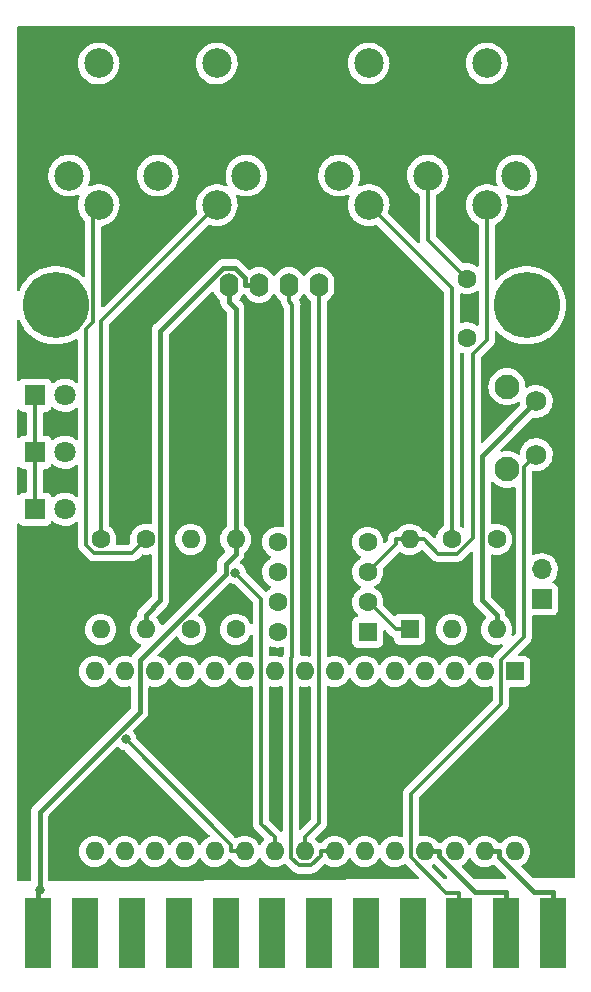
<source format=gbr>
%TF.GenerationSoftware,KiCad,Pcbnew,6.0.11-2627ca5db0~126~ubuntu20.04.1*%
%TF.CreationDate,2024-04-08T20:38:17+02:00*%
%TF.ProjectId,polyTimb64,706f6c79-5469-46d6-9236-342e6b696361,rev?*%
%TF.SameCoordinates,Original*%
%TF.FileFunction,Copper,L1,Top*%
%TF.FilePolarity,Positive*%
%FSLAX46Y46*%
G04 Gerber Fmt 4.6, Leading zero omitted, Abs format (unit mm)*
G04 Created by KiCad (PCBNEW 6.0.11-2627ca5db0~126~ubuntu20.04.1) date 2024-04-08 20:38:17*
%MOMM*%
%LPD*%
G01*
G04 APERTURE LIST*
%TA.AperFunction,ComponentPad*%
%ADD10C,2.100000*%
%TD*%
%TA.AperFunction,ComponentPad*%
%ADD11C,1.750000*%
%TD*%
%TA.AperFunction,ComponentPad*%
%ADD12R,1.600000X1.600000*%
%TD*%
%TA.AperFunction,ComponentPad*%
%ADD13O,1.600000X1.600000*%
%TD*%
%TA.AperFunction,ComponentPad*%
%ADD14O,1.600000X2.000000*%
%TD*%
%TA.AperFunction,ComponentPad*%
%ADD15R,1.800000X1.800000*%
%TD*%
%TA.AperFunction,ComponentPad*%
%ADD16C,1.800000*%
%TD*%
%TA.AperFunction,ComponentPad*%
%ADD17C,2.500000*%
%TD*%
%TA.AperFunction,ComponentPad*%
%ADD18C,1.600000*%
%TD*%
%TA.AperFunction,ConnectorPad*%
%ADD19C,5.600000*%
%TD*%
%TA.AperFunction,ComponentPad*%
%ADD20C,3.600000*%
%TD*%
%TA.AperFunction,ComponentPad*%
%ADD21R,1.700000X1.700000*%
%TD*%
%TA.AperFunction,ComponentPad*%
%ADD22O,1.700000X1.700000*%
%TD*%
%TA.AperFunction,SMDPad,CuDef*%
%ADD23R,2.200000X6.000000*%
%TD*%
%TA.AperFunction,ViaPad*%
%ADD24C,0.800000*%
%TD*%
%TA.AperFunction,Conductor*%
%ADD25C,0.350000*%
%TD*%
%TA.AperFunction,Conductor*%
%ADD26C,0.450000*%
%TD*%
G04 APERTURE END LIST*
D10*
%TO.P,Reset,*%
%TO.N,*%
X123035500Y-80041000D03*
X123035500Y-87051000D03*
D11*
%TO.P,Reset,1,1*%
%TO.N,GND*%
X125525500Y-81291000D03*
%TO.P,Reset,2,2*%
%TO.N,Net-(CON1-Pad3)*%
X125525500Y-85791000D03*
%TD*%
D12*
%TO.P,D4,2,K*%
%TO.N,Net-(D4-Pad2)*%
X114808000Y-100584000D03*
D13*
%TO.P,D4,1,A*%
%TO.N,Net-(D4-Pad1)*%
X114808000Y-92964000D03*
%TD*%
D14*
%TO.P,Brd1,1,GND*%
%TO.N,GND*%
X99504000Y-71442000D03*
%TO.P,Brd1,2,VCC*%
%TO.N,+5V*%
X102044000Y-71442000D03*
%TO.P,Brd1,3,SCL*%
%TO.N,SCL*%
X104584000Y-71442000D03*
%TO.P,Brd1,4,SDA*%
%TO.N,SDA*%
X107124000Y-71442000D03*
%TD*%
D15*
%TO.P,D3,1,K*%
%TO.N,Net-(D1-Pad1)*%
X83053000Y-80772000D03*
D16*
%TO.P,D3,2,A*%
%TO.N,Net-(A1-Pad22)*%
X85593000Y-80772000D03*
%TD*%
D15*
%TO.P,D2,1,K*%
%TO.N,Net-(D1-Pad1)*%
X83048000Y-85598000D03*
D16*
%TO.P,D2,2,A*%
%TO.N,Net-(A1-Pad21)*%
X85588000Y-85598000D03*
%TD*%
D15*
%TO.P,D1,1,K*%
%TO.N,Net-(D1-Pad1)*%
X83053000Y-90424000D03*
D16*
%TO.P,D1,2,A*%
%TO.N,Net-(A1-Pad20)*%
X85593000Y-90424000D03*
%TD*%
D17*
%TO.P,THRU1,*%
%TO.N,*%
X98472000Y-52682000D03*
X88472000Y-52682000D03*
%TO.P,THRU1,1*%
%TO.N,unconnected-(THRU1-Pad1)*%
X85972000Y-62182000D03*
%TO.P,THRU1,2*%
%TO.N,GND*%
X93472000Y-62182000D03*
%TO.P,THRU1,3*%
%TO.N,unconnected-(THRU1-Pad3)*%
X100972000Y-62182000D03*
%TO.P,THRU1,4*%
%TO.N,Net-(THRU1-Pad4)*%
X88472000Y-64682000D03*
%TO.P,THRU1,5*%
%TO.N,Net-(THRU1-Pad5)*%
X98472000Y-64682000D03*
%TD*%
%TO.P,IN1,5*%
%TO.N,Net-(D4-Pad1)*%
X121332000Y-64682000D03*
%TO.P,IN1,4*%
%TO.N,Net-(IN1-Pad4)*%
X111332000Y-64682000D03*
%TO.P,IN1,3*%
%TO.N,unconnected-(IN1-Pad3)*%
X123832000Y-62182000D03*
%TO.P,IN1,2*%
%TO.N,Net-(C1-Pad1)*%
X116332000Y-62182000D03*
%TO.P,IN1,1*%
%TO.N,unconnected-(IN1-Pad1)*%
X108832000Y-62182000D03*
%TO.P,IN1,*%
%TO.N,*%
X111332000Y-52682000D03*
X121332000Y-52682000D03*
%TD*%
D18*
%TO.P,R1,1*%
%TO.N,Net-(D1-Pad1)*%
X122174000Y-92964000D03*
D13*
%TO.P,R1,2*%
%TO.N,GND*%
X122174000Y-100584000D03*
%TD*%
D18*
%TO.P,R5,1*%
%TO.N,Net-(THRU1-Pad4)*%
X92456000Y-92964000D03*
D13*
%TO.P,R5,2*%
%TO.N,+5V*%
X92456000Y-100584000D03*
%TD*%
D19*
%TO.P,H1,1*%
%TO.N,N/C*%
X84836000Y-73152000D03*
D20*
X84836000Y-73152000D03*
%TD*%
D18*
%TO.P,C1,2*%
%TO.N,GND*%
X119634000Y-75906000D03*
%TO.P,C1,1*%
%TO.N,Net-(C1-Pad1)*%
X119634000Y-70906000D03*
%TD*%
D13*
%TO.P,A1,30,VIN*%
%TO.N,unconnected-(A1-Pad30)*%
X123698000Y-119390000D03*
%TO.P,A1,29,GND*%
%TO.N,GND*%
X121158000Y-119390000D03*
%TO.P,A1,28,~{RESET}*%
%TO.N,unconnected-(A1-Pad28)*%
X118618000Y-119390000D03*
%TO.P,A1,27,+5V*%
%TO.N,+5V*%
X116078000Y-119390000D03*
%TO.P,A1,26,A7*%
%TO.N,unconnected-(A1-Pad26)*%
X113538000Y-119390000D03*
%TO.P,A1,25,A6*%
%TO.N,unconnected-(A1-Pad25)*%
X110998000Y-119390000D03*
%TO.P,A1,24,SCL/A5*%
%TO.N,SCL*%
X108458000Y-119390000D03*
%TO.P,A1,23,SDA/A4*%
%TO.N,SDA*%
X105918000Y-119390000D03*
%TO.P,A1,22,A3*%
%TO.N,Net-(A1-Pad22)*%
X103378000Y-119390000D03*
%TO.P,A1,21,A2*%
%TO.N,Net-(A1-Pad21)*%
X100838000Y-119390000D03*
%TO.P,A1,20,A1*%
%TO.N,Net-(A1-Pad20)*%
X98298000Y-119390000D03*
%TO.P,A1,19,A0*%
%TO.N,unconnected-(A1-Pad19)*%
X95758000Y-119390000D03*
%TO.P,A1,18,AREF*%
%TO.N,unconnected-(A1-Pad18)*%
X93218000Y-119390000D03*
%TO.P,A1,17,3V3*%
%TO.N,unconnected-(A1-Pad17)*%
X90678000Y-119390000D03*
%TO.P,A1,16,SCK*%
%TO.N,unconnected-(A1-Pad16)*%
X88138000Y-119390000D03*
%TO.P,A1,15,MISO*%
%TO.N,unconnected-(A1-Pad15)*%
X88138000Y-104150000D03*
%TO.P,A1,14,MOSI*%
%TO.N,unconnected-(A1-Pad14)*%
X90678000Y-104150000D03*
%TO.P,A1,13,D10*%
%TO.N,unconnected-(A1-Pad13)*%
X93218000Y-104150000D03*
%TO.P,A1,12,D9*%
%TO.N,Net-(A1-Pad12)*%
X95758000Y-104150000D03*
%TO.P,A1,11,D8*%
%TO.N,Net-(A1-Pad11)*%
X98298000Y-104150000D03*
%TO.P,A1,10,D7*%
%TO.N,Net-(A1-Pad10)*%
X100838000Y-104150000D03*
%TO.P,A1,9,D6*%
%TO.N,Net-(A1-Pad9)*%
X103378000Y-104150000D03*
%TO.P,A1,8,D5*%
%TO.N,Net-(A1-Pad8)*%
X105918000Y-104150000D03*
%TO.P,A1,7,D4*%
%TO.N,Net-(A1-Pad7)*%
X108458000Y-104150000D03*
%TO.P,A1,6,D3*%
%TO.N,Net-(A1-Pad6)*%
X110998000Y-104150000D03*
%TO.P,A1,5,D2*%
%TO.N,Net-(A1-Pad5)*%
X113538000Y-104150000D03*
%TO.P,A1,4,GND*%
%TO.N,GND*%
X116078000Y-104150000D03*
%TO.P,A1,3,~{RESET}*%
%TO.N,unconnected-(A1-Pad3)*%
X118618000Y-104150000D03*
%TO.P,A1,2,RX1*%
%TO.N,RX*%
X121158000Y-104150000D03*
D12*
%TO.P,A1,1,TX1*%
%TO.N,unconnected-(A1-Pad1)*%
X123698000Y-104150000D03*
%TD*%
D18*
%TO.P,R6,1*%
%TO.N,Net-(THRU1-Pad5)*%
X88646000Y-92964000D03*
D13*
%TO.P,R6,2*%
%TO.N,Net-(J2-Pad2)*%
X88646000Y-100584000D03*
%TD*%
D18*
%TO.P,U1,8,VCC*%
%TO.N,+5V*%
X103632000Y-100828000D03*
%TO.P,U1,7,VO1*%
%TO.N,Net-(R3-Pad1)*%
X103632000Y-98288000D03*
%TO.P,U1,6,VO2*%
%TO.N,Net-(J2-Pad2)*%
X103632000Y-95748000D03*
%TO.P,U1,5,GND*%
%TO.N,GND*%
X103632000Y-93208000D03*
%TO.P,U1,4,NC*%
%TO.N,unconnected-(U1-Pad4)*%
X111252000Y-93208000D03*
%TO.P,U1,3,C2*%
%TO.N,Net-(D4-Pad1)*%
X111252000Y-95748000D03*
%TO.P,U1,2,C1*%
%TO.N,Net-(D4-Pad2)*%
X111252000Y-98288000D03*
D12*
%TO.P,U1,1,NC*%
%TO.N,unconnected-(U1-Pad1)*%
X111252000Y-100828000D03*
%TD*%
D21*
%TO.P,J2,1,Pin_1*%
%TO.N,RX*%
X125984000Y-98044000D03*
D22*
%TO.P,J2,2,Pin_2*%
%TO.N,Net-(J2-Pad2)*%
X125984000Y-95504000D03*
%TD*%
D13*
%TO.P,R3,2*%
%TO.N,GND*%
X100076000Y-92964000D03*
D18*
%TO.P,R3,1*%
%TO.N,Net-(R3-Pad1)*%
X100076000Y-100584000D03*
%TD*%
D13*
%TO.P,R2,2*%
%TO.N,Net-(D4-Pad2)*%
X118364000Y-100584000D03*
D18*
%TO.P,R2,1*%
%TO.N,Net-(IN1-Pad4)*%
X118364000Y-92964000D03*
%TD*%
D23*
%TO.P,CON1,1,GND*%
%TO.N,GND*%
X126936000Y-126296500D03*
X83376000Y-126296500D03*
%TO.P,CON1,2,5V*%
%TO.N,+5V*%
X122976000Y-126296500D03*
%TO.P,CON1,3,/RST*%
%TO.N,Net-(CON1-Pad3)*%
X119016000Y-126296500D03*
%TO.P,CON1,4,CNT1*%
%TO.N,unconnected-(CON1-Pad4)*%
X115056000Y-126296500D03*
%TO.P,CON1,5,SP1*%
%TO.N,unconnected-(CON1-Pad5)*%
X111096000Y-126296500D03*
%TO.P,CON1,6,CNT2*%
%TO.N,unconnected-(CON1-Pad6)*%
X107136000Y-126296500D03*
%TO.P,CON1,7,SP2*%
%TO.N,unconnected-(CON1-Pad7)*%
X103176000Y-126296500D03*
%TO.P,CON1,8,/PC2*%
%TO.N,unconnected-(CON1-Pad8)*%
X99216000Y-126296500D03*
%TO.P,CON1,9,ATN*%
%TO.N,unconnected-(CON1-Pad9)*%
X95256000Y-126296500D03*
%TO.P,CON1,10,9VAC1*%
%TO.N,unconnected-(CON1-Pad10)*%
X91296000Y-126296500D03*
%TO.P,CON1,11,9VAC2*%
%TO.N,unconnected-(CON1-Pad11)*%
X87336000Y-126296500D03*
%TD*%
D18*
%TO.P,R4,1*%
%TO.N,+5V*%
X96266000Y-100584000D03*
D13*
%TO.P,R4,2*%
%TO.N,Net-(J2-Pad2)*%
X96266000Y-92964000D03*
%TD*%
D20*
%TO.P,H2,1*%
%TO.N,N/C*%
X124714000Y-73152000D03*
D19*
X124714000Y-73152000D03*
%TD*%
D24*
%TO.N,Net-(A1-Pad22)*%
X100045100Y-95832900D03*
%TO.N,Net-(A1-Pad21)*%
X90765000Y-109911700D03*
%TO.N,GND*%
X83474700Y-122694200D03*
%TD*%
D25*
%TO.N,Net-(THRU1-Pad5)*%
X88646000Y-74508000D02*
X98472000Y-64682000D01*
X88646000Y-92964000D02*
X88646000Y-74508000D01*
%TO.N,Net-(THRU1-Pad4)*%
X88011400Y-65142600D02*
X88472000Y-64682000D01*
X88011400Y-74574400D02*
X88011400Y-65142600D01*
X87405300Y-75180500D02*
X88011400Y-74574400D01*
X87405300Y-93454900D02*
X87405300Y-75180500D01*
X88093900Y-94143500D02*
X87405300Y-93454900D01*
X91276500Y-94143500D02*
X88093900Y-94143500D01*
X92456000Y-92964000D02*
X91276500Y-94143500D01*
%TO.N,Net-(IN1-Pad4)*%
X118364000Y-71714000D02*
X111332000Y-64682000D01*
X118364000Y-92964000D02*
X118364000Y-71714000D01*
%TO.N,Net-(D4-Pad2)*%
X111336700Y-98288000D02*
X111252000Y-98288000D01*
X113632700Y-100584000D02*
X111336700Y-98288000D01*
X114808000Y-100584000D02*
X113632700Y-100584000D01*
%TO.N,Net-(D4-Pad1)*%
X113632700Y-93367300D02*
X113632700Y-92964000D01*
X111252000Y-95748000D02*
X113632700Y-93367300D01*
X114808000Y-92964000D02*
X113632700Y-92964000D01*
X117205100Y-94185800D02*
X115983300Y-92964000D01*
X118833300Y-94185800D02*
X117205100Y-94185800D01*
X120126200Y-92892900D02*
X118833300Y-94185800D01*
X120126200Y-77278700D02*
X120126200Y-92892900D01*
X121332000Y-76072900D02*
X120126200Y-77278700D01*
X121332000Y-64682000D02*
X121332000Y-76072900D01*
X114808000Y-92964000D02*
X115983300Y-92964000D01*
%TO.N,Net-(D1-Pad1)*%
X83053000Y-90424000D02*
X83053000Y-89148700D01*
X83048000Y-89143700D02*
X83048000Y-85598000D01*
X83053000Y-89148700D02*
X83048000Y-89143700D01*
X83053000Y-84317700D02*
X83048000Y-84322700D01*
X83053000Y-80772000D02*
X83053000Y-84317700D01*
X83048000Y-85598000D02*
X83048000Y-84322700D01*
%TO.N,Net-(CON1-Pad3)*%
X124460900Y-86855600D02*
X125525500Y-85791000D01*
X124460900Y-101229900D02*
X124460900Y-86855600D01*
X122522600Y-103168200D02*
X124460900Y-101229900D01*
X122522600Y-106932900D02*
X122522600Y-103168200D01*
X114896600Y-114558900D02*
X122522600Y-106932900D01*
X114896600Y-119908300D02*
X114896600Y-114558900D01*
X117909500Y-122921200D02*
X114896600Y-119908300D01*
X119016000Y-122921200D02*
X117909500Y-122921200D01*
X119016000Y-126296500D02*
X119016000Y-122921200D01*
%TO.N,Net-(C1-Pad1)*%
X116332000Y-67604000D02*
X116332000Y-62182000D01*
X119634000Y-70906000D02*
X116332000Y-67604000D01*
D26*
%TO.N,+5V*%
X100818700Y-70822700D02*
X100818700Y-71442000D01*
X99973600Y-69977600D02*
X100818700Y-70822700D01*
X99019500Y-69977600D02*
X99973600Y-69977600D01*
X93681300Y-75315800D02*
X99019500Y-69977600D01*
X93681300Y-98133400D02*
X93681300Y-75315800D01*
X92456000Y-99358700D02*
X93681300Y-98133400D01*
X92456000Y-100584000D02*
X92456000Y-99358700D01*
X102044000Y-71442000D02*
X100818700Y-71442000D01*
X120363100Y-122871200D02*
X122976000Y-122871200D01*
X117303300Y-119811400D02*
X120363100Y-122871200D01*
X117303300Y-119390000D02*
X117303300Y-119811400D01*
X116078000Y-119390000D02*
X117303300Y-119390000D01*
X122976000Y-126296500D02*
X122976000Y-122871200D01*
D25*
%TO.N,SCL*%
X104872400Y-73105700D02*
X104584000Y-72817300D01*
X104872400Y-102909600D02*
X104872400Y-73105700D01*
X104727700Y-103054300D02*
X104872400Y-102909600D01*
X104727700Y-119910400D02*
X104727700Y-103054300D01*
X105399400Y-120582100D02*
X104727700Y-119910400D01*
X106457900Y-120582100D02*
X105399400Y-120582100D01*
X107282700Y-119757300D02*
X106457900Y-120582100D01*
X107282700Y-119390000D02*
X107282700Y-119757300D01*
X108458000Y-119390000D02*
X107282700Y-119390000D01*
X104584000Y-71442000D02*
X104584000Y-72817300D01*
%TO.N,SDA*%
X107124000Y-117008700D02*
X107124000Y-71442000D01*
X105918000Y-118214700D02*
X107124000Y-117008700D01*
X105918000Y-119390000D02*
X105918000Y-118214700D01*
%TO.N,Net-(A1-Pad22)*%
X102202700Y-97990500D02*
X100045100Y-95832900D01*
X102202700Y-117039400D02*
X102202700Y-97990500D01*
X103378000Y-118214700D02*
X102202700Y-117039400D01*
X103378000Y-119390000D02*
X103378000Y-118214700D01*
%TO.N,Net-(A1-Pad21)*%
X99662700Y-118809400D02*
X90765000Y-109911700D01*
X99662700Y-119390000D02*
X99662700Y-118809400D01*
X100838000Y-119390000D02*
X99662700Y-119390000D01*
D26*
%TO.N,GND*%
X83376000Y-126296500D02*
X83376000Y-122871200D01*
X83474700Y-122772500D02*
X83474700Y-122694200D01*
X83376000Y-122871200D02*
X83474700Y-122772500D01*
X100076000Y-73439300D02*
X99504000Y-72867300D01*
X100076000Y-92964000D02*
X100076000Y-73439300D01*
X99504000Y-71442000D02*
X99504000Y-72867300D01*
X120923900Y-98108600D02*
X122174000Y-99358700D01*
X120923900Y-85892600D02*
X120923900Y-98108600D01*
X125525500Y-81291000D02*
X120923900Y-85892600D01*
X122174000Y-100584000D02*
X122174000Y-99358700D01*
X83474700Y-116034900D02*
X83474700Y-122694200D01*
X91948000Y-107561600D02*
X83474700Y-116034900D01*
X91948000Y-103169200D02*
X91948000Y-107561600D01*
X99219800Y-95897400D02*
X91948000Y-103169200D01*
X99219800Y-95045500D02*
X99219800Y-95897400D01*
X100076000Y-94189300D02*
X99219800Y-95045500D01*
X100076000Y-92964000D02*
X100076000Y-94189300D01*
X122383300Y-119897800D02*
X122383300Y-119390000D01*
X125356700Y-122871200D02*
X122383300Y-119897800D01*
X126936000Y-122871200D02*
X125356700Y-122871200D01*
X126936000Y-126296500D02*
X126936000Y-122871200D01*
X121158000Y-119390000D02*
X122383300Y-119390000D01*
%TD*%
%TA.AperFunction,NonConductor*%
G36*
X120586364Y-71926451D02*
G01*
X120634948Y-71978221D01*
X120648500Y-72035067D01*
X120648500Y-74776933D01*
X120628498Y-74845054D01*
X120574842Y-74891547D01*
X120504568Y-74901651D01*
X120450229Y-74880146D01*
X120295258Y-74771634D01*
X120295256Y-74771633D01*
X120290749Y-74768477D01*
X120285767Y-74766154D01*
X120285762Y-74766151D01*
X120088225Y-74674039D01*
X120088224Y-74674039D01*
X120083243Y-74671716D01*
X120077935Y-74670294D01*
X120077933Y-74670293D01*
X119867402Y-74613881D01*
X119867400Y-74613881D01*
X119862087Y-74612457D01*
X119634000Y-74592502D01*
X119405913Y-74612457D01*
X119400600Y-74613881D01*
X119400598Y-74613881D01*
X119206111Y-74665994D01*
X119135135Y-74664304D01*
X119076339Y-74624510D01*
X119048391Y-74559246D01*
X119047500Y-74544287D01*
X119047500Y-72267713D01*
X119067502Y-72199592D01*
X119121158Y-72153099D01*
X119191432Y-72142995D01*
X119206111Y-72146006D01*
X119400598Y-72198119D01*
X119400600Y-72198119D01*
X119405913Y-72199543D01*
X119634000Y-72219498D01*
X119862087Y-72199543D01*
X119867400Y-72198119D01*
X119867402Y-72198119D01*
X120077933Y-72141707D01*
X120077935Y-72141706D01*
X120083243Y-72140284D01*
X120172923Y-72098466D01*
X120285762Y-72045849D01*
X120285767Y-72045846D01*
X120290749Y-72043523D01*
X120295258Y-72040366D01*
X120450229Y-71931854D01*
X120517503Y-71909166D01*
X120586364Y-71926451D01*
G37*
%TD.AperFunction*%
%TA.AperFunction,NonConductor*%
G36*
X81743012Y-74366376D02*
G01*
X81777733Y-74415420D01*
X81823374Y-74531288D01*
X81854151Y-74589909D01*
X81988105Y-74845054D01*
X81989957Y-74848582D01*
X81991858Y-74851411D01*
X81991864Y-74851421D01*
X82139388Y-75070958D01*
X82189834Y-75146029D01*
X82420665Y-75420150D01*
X82679751Y-75667738D01*
X82964061Y-75885897D01*
X82996056Y-75905350D01*
X83267355Y-76070303D01*
X83267360Y-76070306D01*
X83270270Y-76072075D01*
X83273358Y-76073521D01*
X83273357Y-76073521D01*
X83591710Y-76222649D01*
X83591720Y-76222653D01*
X83594794Y-76224093D01*
X83598012Y-76225195D01*
X83598015Y-76225196D01*
X83930615Y-76339071D01*
X83930623Y-76339073D01*
X83933838Y-76340174D01*
X84283435Y-76418959D01*
X84335728Y-76424917D01*
X84636114Y-76459142D01*
X84636122Y-76459142D01*
X84639497Y-76459527D01*
X84642901Y-76459545D01*
X84642904Y-76459545D01*
X84837227Y-76460562D01*
X84997857Y-76461403D01*
X85001243Y-76461053D01*
X85001245Y-76461053D01*
X85350932Y-76424917D01*
X85350941Y-76424916D01*
X85354324Y-76424566D01*
X85357657Y-76423852D01*
X85357660Y-76423851D01*
X85530186Y-76386864D01*
X85704727Y-76349446D01*
X86044968Y-76236922D01*
X86371066Y-76088311D01*
X86437265Y-76049005D01*
X86531472Y-75993069D01*
X86600257Y-75975489D01*
X86667628Y-75997888D01*
X86712194Y-76053155D01*
X86721800Y-76101410D01*
X86721800Y-79608534D01*
X86701798Y-79676655D01*
X86648142Y-79723148D01*
X86577868Y-79733252D01*
X86517708Y-79707416D01*
X86379177Y-79598011D01*
X86379172Y-79598008D01*
X86375123Y-79594810D01*
X86370607Y-79592317D01*
X86370604Y-79592315D01*
X86176879Y-79485373D01*
X86176875Y-79485371D01*
X86172355Y-79482876D01*
X86167486Y-79481152D01*
X86167482Y-79481150D01*
X85958903Y-79407288D01*
X85958899Y-79407287D01*
X85954028Y-79405562D01*
X85948935Y-79404655D01*
X85948932Y-79404654D01*
X85731095Y-79365851D01*
X85731089Y-79365850D01*
X85726006Y-79364945D01*
X85653096Y-79364054D01*
X85499581Y-79362179D01*
X85499579Y-79362179D01*
X85494411Y-79362116D01*
X85265464Y-79397150D01*
X85045314Y-79469106D01*
X85040726Y-79471494D01*
X85040722Y-79471496D01*
X84844461Y-79573663D01*
X84839872Y-79576052D01*
X84835739Y-79579155D01*
X84835736Y-79579157D01*
X84658790Y-79712012D01*
X84654655Y-79715117D01*
X84637325Y-79733252D01*
X84637170Y-79733414D01*
X84575646Y-79768844D01*
X84504733Y-79765387D01*
X84446947Y-79724141D01*
X84428094Y-79690592D01*
X84406768Y-79633705D01*
X84406767Y-79633704D01*
X84403615Y-79625295D01*
X84316261Y-79508739D01*
X84199705Y-79421385D01*
X84063316Y-79370255D01*
X84001134Y-79363500D01*
X82104866Y-79363500D01*
X82042684Y-79370255D01*
X81906295Y-79421385D01*
X81789739Y-79508739D01*
X81761325Y-79546652D01*
X81704466Y-79589165D01*
X81633648Y-79594190D01*
X81571355Y-79560130D01*
X81537364Y-79497799D01*
X81534500Y-79471085D01*
X81534500Y-74461600D01*
X81554502Y-74393479D01*
X81608158Y-74346986D01*
X81678432Y-74336882D01*
X81743012Y-74366376D01*
G37*
%TD.AperFunction*%
%TA.AperFunction,NonConductor*%
G36*
X81743012Y-81977691D02*
G01*
X81761323Y-81997346D01*
X81789739Y-82035261D01*
X81906295Y-82122615D01*
X82042684Y-82173745D01*
X82104866Y-82180500D01*
X82243500Y-82180500D01*
X82311621Y-82200502D01*
X82358114Y-82254158D01*
X82369500Y-82306500D01*
X82369500Y-84063500D01*
X82349498Y-84131621D01*
X82295842Y-84178114D01*
X82243500Y-84189500D01*
X82099866Y-84189500D01*
X82037684Y-84196255D01*
X81901295Y-84247385D01*
X81784739Y-84334739D01*
X81779358Y-84341919D01*
X81761326Y-84365979D01*
X81704467Y-84408494D01*
X81633649Y-84413520D01*
X81571355Y-84379460D01*
X81537365Y-84317129D01*
X81534500Y-84290414D01*
X81534500Y-82072915D01*
X81554502Y-82004794D01*
X81608158Y-81958301D01*
X81678432Y-81948197D01*
X81743012Y-81977691D01*
G37*
%TD.AperFunction*%
%TA.AperFunction,NonConductor*%
G36*
X84606732Y-81786921D02*
G01*
X84626647Y-81800464D01*
X84758942Y-81910297D01*
X84782349Y-81929730D01*
X84982322Y-82046584D01*
X85198694Y-82129209D01*
X85203760Y-82130240D01*
X85203761Y-82130240D01*
X85256846Y-82141040D01*
X85425656Y-82175385D01*
X85555089Y-82180131D01*
X85651949Y-82183683D01*
X85651953Y-82183683D01*
X85657113Y-82183872D01*
X85662233Y-82183216D01*
X85662235Y-82183216D01*
X85736166Y-82173745D01*
X85886847Y-82154442D01*
X85891795Y-82152957D01*
X85891802Y-82152956D01*
X86103747Y-82089369D01*
X86108690Y-82087886D01*
X86189236Y-82048427D01*
X86312049Y-81988262D01*
X86312052Y-81988260D01*
X86316684Y-81985991D01*
X86505243Y-81851494D01*
X86508901Y-81847849D01*
X86512857Y-81844506D01*
X86514080Y-81845953D01*
X86569246Y-81815964D01*
X86640052Y-81821160D01*
X86696808Y-81863813D01*
X86721495Y-81930379D01*
X86721800Y-81939134D01*
X86721800Y-84438483D01*
X86701798Y-84506604D01*
X86648142Y-84553097D01*
X86577868Y-84563201D01*
X86517708Y-84537365D01*
X86374177Y-84424011D01*
X86374172Y-84424008D01*
X86370123Y-84420810D01*
X86365607Y-84418317D01*
X86365604Y-84418315D01*
X86171879Y-84311373D01*
X86171875Y-84311371D01*
X86167355Y-84308876D01*
X86162486Y-84307152D01*
X86162482Y-84307150D01*
X85953903Y-84233288D01*
X85953899Y-84233287D01*
X85949028Y-84231562D01*
X85943935Y-84230655D01*
X85943932Y-84230654D01*
X85726095Y-84191851D01*
X85726089Y-84191850D01*
X85721006Y-84190945D01*
X85648096Y-84190054D01*
X85494581Y-84188179D01*
X85494579Y-84188179D01*
X85489411Y-84188116D01*
X85260464Y-84223150D01*
X85040314Y-84295106D01*
X85035726Y-84297494D01*
X85035722Y-84297496D01*
X84878271Y-84379460D01*
X84834872Y-84402052D01*
X84830739Y-84405155D01*
X84830736Y-84405157D01*
X84689459Y-84511231D01*
X84649655Y-84541117D01*
X84638207Y-84553097D01*
X84632170Y-84559414D01*
X84570646Y-84594844D01*
X84499733Y-84591387D01*
X84441947Y-84550141D01*
X84423094Y-84516592D01*
X84401768Y-84459705D01*
X84401767Y-84459704D01*
X84398615Y-84451295D01*
X84311261Y-84334739D01*
X84194705Y-84247385D01*
X84058316Y-84196255D01*
X83996134Y-84189500D01*
X83862500Y-84189500D01*
X83794379Y-84169498D01*
X83747886Y-84115842D01*
X83736500Y-84063500D01*
X83736500Y-82306500D01*
X83756502Y-82238379D01*
X83810158Y-82191886D01*
X83862500Y-82180500D01*
X84001134Y-82180500D01*
X84063316Y-82173745D01*
X84199705Y-82122615D01*
X84316261Y-82035261D01*
X84403615Y-81918705D01*
X84428180Y-81853178D01*
X84470822Y-81796414D01*
X84537383Y-81771714D01*
X84606732Y-81786921D01*
G37*
%TD.AperFunction*%
%TA.AperFunction,NonConductor*%
G36*
X81743012Y-86810362D02*
G01*
X81761325Y-86830020D01*
X81784739Y-86861261D01*
X81901295Y-86948615D01*
X82037684Y-86999745D01*
X82099866Y-87006500D01*
X82238500Y-87006500D01*
X82306621Y-87026502D01*
X82353114Y-87080158D01*
X82364500Y-87132500D01*
X82364500Y-88889500D01*
X82344498Y-88957621D01*
X82290842Y-89004114D01*
X82238500Y-89015500D01*
X82104866Y-89015500D01*
X82042684Y-89022255D01*
X81906295Y-89073385D01*
X81789739Y-89160739D01*
X81761325Y-89198652D01*
X81704466Y-89241165D01*
X81633648Y-89246190D01*
X81571355Y-89212130D01*
X81537364Y-89149799D01*
X81534500Y-89123085D01*
X81534500Y-86905586D01*
X81554502Y-86837465D01*
X81608158Y-86790972D01*
X81678432Y-86780868D01*
X81743012Y-86810362D01*
G37*
%TD.AperFunction*%
%TA.AperFunction,NonConductor*%
G36*
X84601732Y-86612921D02*
G01*
X84621647Y-86626464D01*
X84772725Y-86751891D01*
X84777349Y-86755730D01*
X84977322Y-86872584D01*
X85193694Y-86955209D01*
X85198760Y-86956240D01*
X85198761Y-86956240D01*
X85251846Y-86967040D01*
X85420656Y-87001385D01*
X85550089Y-87006131D01*
X85646949Y-87009683D01*
X85646953Y-87009683D01*
X85652113Y-87009872D01*
X85657233Y-87009216D01*
X85657235Y-87009216D01*
X85731166Y-86999745D01*
X85881847Y-86980442D01*
X85886795Y-86978957D01*
X85886802Y-86978956D01*
X86098747Y-86915369D01*
X86103690Y-86913886D01*
X86108324Y-86911616D01*
X86307049Y-86814262D01*
X86307052Y-86814260D01*
X86311684Y-86811991D01*
X86500243Y-86677494D01*
X86503898Y-86673852D01*
X86503906Y-86673845D01*
X86506860Y-86670901D01*
X86569231Y-86636984D01*
X86640038Y-86642172D01*
X86696800Y-86684818D01*
X86721494Y-86751381D01*
X86721800Y-86760151D01*
X86721800Y-89260534D01*
X86701798Y-89328655D01*
X86648142Y-89375148D01*
X86577868Y-89385252D01*
X86517708Y-89359416D01*
X86379177Y-89250011D01*
X86379172Y-89250008D01*
X86375123Y-89246810D01*
X86370607Y-89244317D01*
X86370604Y-89244315D01*
X86176879Y-89137373D01*
X86176875Y-89137371D01*
X86172355Y-89134876D01*
X86167486Y-89133152D01*
X86167482Y-89133150D01*
X85958903Y-89059288D01*
X85958899Y-89059287D01*
X85954028Y-89057562D01*
X85948935Y-89056655D01*
X85948932Y-89056654D01*
X85731095Y-89017851D01*
X85731089Y-89017850D01*
X85726006Y-89016945D01*
X85653096Y-89016054D01*
X85499581Y-89014179D01*
X85499579Y-89014179D01*
X85494411Y-89014116D01*
X85265464Y-89049150D01*
X85045314Y-89121106D01*
X85040726Y-89123494D01*
X85040722Y-89123496D01*
X84896351Y-89198651D01*
X84839872Y-89228052D01*
X84835739Y-89231155D01*
X84835736Y-89231157D01*
X84658790Y-89364012D01*
X84654655Y-89367117D01*
X84637325Y-89385252D01*
X84637170Y-89385414D01*
X84575646Y-89420844D01*
X84504733Y-89417387D01*
X84446947Y-89376141D01*
X84428094Y-89342592D01*
X84406768Y-89285705D01*
X84406767Y-89285704D01*
X84403615Y-89277295D01*
X84316261Y-89160739D01*
X84199705Y-89073385D01*
X84063316Y-89022255D01*
X84001134Y-89015500D01*
X83857500Y-89015500D01*
X83789379Y-88995498D01*
X83742886Y-88941842D01*
X83731500Y-88889500D01*
X83731500Y-87132500D01*
X83751502Y-87064379D01*
X83805158Y-87017886D01*
X83857500Y-87006500D01*
X83996134Y-87006500D01*
X84058316Y-86999745D01*
X84194705Y-86948615D01*
X84311261Y-86861261D01*
X84398615Y-86744705D01*
X84423180Y-86679178D01*
X84465822Y-86622414D01*
X84532383Y-86597714D01*
X84601732Y-86612921D01*
G37*
%TD.AperFunction*%
%TA.AperFunction,NonConductor*%
G36*
X119206111Y-77146006D02*
G01*
X119232583Y-77153099D01*
X119349312Y-77184377D01*
X119409934Y-77221328D01*
X119440955Y-77285188D01*
X119442700Y-77306083D01*
X119442700Y-91888012D01*
X119422698Y-91956133D01*
X119369042Y-92002626D01*
X119298768Y-92012730D01*
X119234188Y-91983236D01*
X119227605Y-91977107D01*
X119208300Y-91957802D01*
X119201400Y-91952970D01*
X119135001Y-91906477D01*
X119101228Y-91882829D01*
X119056901Y-91827373D01*
X119047500Y-91779617D01*
X119047500Y-77267713D01*
X119067502Y-77199592D01*
X119121158Y-77153099D01*
X119191432Y-77142995D01*
X119206111Y-77146006D01*
G37*
%TD.AperFunction*%
%TA.AperFunction,NonConductor*%
G36*
X103382959Y-72207339D02*
G01*
X103428195Y-72259543D01*
X103444151Y-72293762D01*
X103444154Y-72293767D01*
X103446477Y-72298749D01*
X103577802Y-72486300D01*
X103739700Y-72648198D01*
X103744209Y-72651355D01*
X103744211Y-72651357D01*
X103844355Y-72721479D01*
X103888683Y-72776937D01*
X103897792Y-72833259D01*
X103896940Y-72845755D01*
X103896940Y-72845760D01*
X103896424Y-72853334D01*
X103897729Y-72860811D01*
X103897729Y-72860814D01*
X103907002Y-72913947D01*
X103907965Y-72920471D01*
X103911419Y-72949009D01*
X103915355Y-72981535D01*
X103918042Y-72988645D01*
X103919246Y-72993548D01*
X103922114Y-73004034D01*
X103923561Y-73008826D01*
X103924866Y-73016304D01*
X103927918Y-73023256D01*
X103927918Y-73023257D01*
X103949595Y-73072641D01*
X103952086Y-73078746D01*
X103971145Y-73129182D01*
X103973831Y-73136289D01*
X103978131Y-73142546D01*
X103980467Y-73147014D01*
X103985725Y-73156460D01*
X103988307Y-73160826D01*
X103991362Y-73167785D01*
X104028823Y-73216604D01*
X104032686Y-73221923D01*
X104056763Y-73256954D01*
X104067534Y-73272626D01*
X104073203Y-73277677D01*
X104112323Y-73312532D01*
X104117598Y-73317513D01*
X104151995Y-73351910D01*
X104186021Y-73414222D01*
X104188900Y-73441005D01*
X104188900Y-91838356D01*
X104168898Y-91906477D01*
X104115242Y-91952970D01*
X104044968Y-91963074D01*
X104030295Y-91960064D01*
X103860087Y-91914457D01*
X103632000Y-91894502D01*
X103403913Y-91914457D01*
X103398600Y-91915881D01*
X103398598Y-91915881D01*
X103188067Y-91972293D01*
X103188065Y-91972294D01*
X103182757Y-91973716D01*
X103177776Y-91976039D01*
X103177775Y-91976039D01*
X102980238Y-92068151D01*
X102980233Y-92068154D01*
X102975251Y-92070477D01*
X102898511Y-92124211D01*
X102792211Y-92198643D01*
X102792208Y-92198645D01*
X102787700Y-92201802D01*
X102625802Y-92363700D01*
X102622645Y-92368208D01*
X102622643Y-92368211D01*
X102581392Y-92427124D01*
X102494477Y-92551251D01*
X102492154Y-92556233D01*
X102492151Y-92556238D01*
X102408368Y-92735913D01*
X102397716Y-92758757D01*
X102396294Y-92764065D01*
X102396293Y-92764067D01*
X102386584Y-92800302D01*
X102338457Y-92979913D01*
X102318502Y-93208000D01*
X102338457Y-93436087D01*
X102339881Y-93441400D01*
X102339881Y-93441402D01*
X102393534Y-93641634D01*
X102397716Y-93657243D01*
X102400039Y-93662224D01*
X102400039Y-93662225D01*
X102492151Y-93859762D01*
X102492154Y-93859767D01*
X102494477Y-93864749D01*
X102529857Y-93915277D01*
X102622638Y-94047781D01*
X102625802Y-94052300D01*
X102787700Y-94214198D01*
X102792208Y-94217355D01*
X102792211Y-94217357D01*
X102845897Y-94254948D01*
X102975251Y-94345523D01*
X102980233Y-94347846D01*
X102980238Y-94347849D01*
X103014457Y-94363805D01*
X103067742Y-94410722D01*
X103087203Y-94478999D01*
X103066661Y-94546959D01*
X103014457Y-94592195D01*
X102980238Y-94608151D01*
X102980233Y-94608154D01*
X102975251Y-94610477D01*
X102875568Y-94680276D01*
X102792211Y-94738643D01*
X102792208Y-94738645D01*
X102787700Y-94741802D01*
X102625802Y-94903700D01*
X102622645Y-94908208D01*
X102622643Y-94908211D01*
X102590427Y-94954221D01*
X102494477Y-95091251D01*
X102492154Y-95096233D01*
X102492151Y-95096238D01*
X102465201Y-95154034D01*
X102397716Y-95298757D01*
X102396294Y-95304065D01*
X102396293Y-95304067D01*
X102339883Y-95514590D01*
X102338457Y-95519913D01*
X102318502Y-95748000D01*
X102338457Y-95976087D01*
X102339881Y-95981400D01*
X102339881Y-95981402D01*
X102346422Y-96005811D01*
X102397716Y-96197243D01*
X102400039Y-96202224D01*
X102400039Y-96202225D01*
X102492151Y-96399762D01*
X102492154Y-96399767D01*
X102494477Y-96404749D01*
X102497634Y-96409257D01*
X102575463Y-96520408D01*
X102625802Y-96592300D01*
X102787700Y-96754198D01*
X102792208Y-96757355D01*
X102792211Y-96757357D01*
X102806500Y-96767362D01*
X102975251Y-96885523D01*
X102980233Y-96887846D01*
X102980238Y-96887849D01*
X103014457Y-96903805D01*
X103067742Y-96950722D01*
X103087203Y-97018999D01*
X103066661Y-97086959D01*
X103014457Y-97132195D01*
X102980238Y-97148151D01*
X102980233Y-97148154D01*
X102975251Y-97150477D01*
X102870389Y-97223902D01*
X102792211Y-97278643D01*
X102792208Y-97278645D01*
X102787700Y-97281802D01*
X102713251Y-97356251D01*
X102650943Y-97390274D01*
X102580127Y-97385210D01*
X102535064Y-97356249D01*
X100983917Y-95805102D01*
X100949891Y-95742790D01*
X100947702Y-95729177D01*
X100939332Y-95649535D01*
X100939332Y-95649533D01*
X100938642Y-95642972D01*
X100879627Y-95461344D01*
X100784140Y-95295956D01*
X100766480Y-95276342D01*
X100660775Y-95158945D01*
X100660774Y-95158944D01*
X100656353Y-95154034D01*
X100501852Y-95041782D01*
X100495820Y-95039096D01*
X100490760Y-95036175D01*
X100441767Y-94984793D01*
X100428331Y-94915079D01*
X100454717Y-94849168D01*
X100464665Y-94837961D01*
X100548581Y-94754045D01*
X100562994Y-94741658D01*
X100569169Y-94737114D01*
X100579651Y-94729400D01*
X100612625Y-94690587D01*
X100619555Y-94683071D01*
X100624946Y-94677680D01*
X100641959Y-94656176D01*
X100644736Y-94652790D01*
X100685649Y-94604633D01*
X100685653Y-94604628D01*
X100690392Y-94599049D01*
X100693722Y-94592527D01*
X100696842Y-94587849D01*
X100699778Y-94583095D01*
X100704318Y-94577357D01*
X100713777Y-94557120D01*
X100734189Y-94513446D01*
X100736099Y-94509539D01*
X100768176Y-94446718D01*
X100769916Y-94439606D01*
X100771882Y-94434320D01*
X100773640Y-94429035D01*
X100776739Y-94422405D01*
X100791106Y-94353332D01*
X100792076Y-94349048D01*
X100797404Y-94327274D01*
X100808830Y-94280579D01*
X100809500Y-94269780D01*
X100809524Y-94269781D01*
X100809788Y-94265365D01*
X100810078Y-94262116D01*
X100811569Y-94254948D01*
X100809546Y-94180160D01*
X100809500Y-94176754D01*
X100809500Y-94113373D01*
X100829502Y-94045252D01*
X100863229Y-94010160D01*
X100915789Y-93973357D01*
X100915792Y-93973355D01*
X100920300Y-93970198D01*
X101082198Y-93808300D01*
X101091291Y-93795315D01*
X101185439Y-93660857D01*
X101213523Y-93620749D01*
X101215846Y-93615767D01*
X101215849Y-93615762D01*
X101307961Y-93418225D01*
X101307961Y-93418224D01*
X101310284Y-93413243D01*
X101343324Y-93289939D01*
X101368119Y-93197402D01*
X101368119Y-93197400D01*
X101369543Y-93192087D01*
X101389498Y-92964000D01*
X101369543Y-92735913D01*
X101368119Y-92730598D01*
X101311707Y-92520067D01*
X101311706Y-92520065D01*
X101310284Y-92514757D01*
X101276930Y-92443229D01*
X101215849Y-92312238D01*
X101215846Y-92312233D01*
X101213523Y-92307251D01*
X101137475Y-92198643D01*
X101085357Y-92124211D01*
X101085355Y-92124208D01*
X101082198Y-92119700D01*
X100920300Y-91957802D01*
X100915792Y-91954645D01*
X100915789Y-91954643D01*
X100863229Y-91917840D01*
X100818901Y-91862382D01*
X100809500Y-91814627D01*
X100809500Y-73504466D01*
X100810933Y-73485516D01*
X100812943Y-73472307D01*
X100812943Y-73472303D01*
X100814043Y-73465073D01*
X100812086Y-73441005D01*
X100809915Y-73414319D01*
X100809500Y-73404105D01*
X100809500Y-73396474D01*
X100806325Y-73369242D01*
X100805894Y-73364883D01*
X100800770Y-73301891D01*
X100800177Y-73294595D01*
X100797920Y-73287627D01*
X100796821Y-73282128D01*
X100795534Y-73276683D01*
X100794686Y-73269410D01*
X100770611Y-73203085D01*
X100769185Y-73198930D01*
X100749721Y-73138846D01*
X100749720Y-73138843D01*
X100747464Y-73131880D01*
X100743667Y-73125623D01*
X100741321Y-73120498D01*
X100738824Y-73115511D01*
X100736327Y-73108633D01*
X100732317Y-73102516D01*
X100732314Y-73102511D01*
X100697653Y-73049646D01*
X100695305Y-73045924D01*
X100661644Y-72990452D01*
X100661643Y-72990451D01*
X100658733Y-72985655D01*
X100651571Y-72977545D01*
X100651588Y-72977530D01*
X100648655Y-72974221D01*
X100646558Y-72971713D01*
X100642546Y-72965594D01*
X100588241Y-72914150D01*
X100585799Y-72911773D01*
X100424357Y-72750331D01*
X100390331Y-72688019D01*
X100395396Y-72617204D01*
X100424357Y-72572141D01*
X100510198Y-72486300D01*
X100641523Y-72298749D01*
X100643846Y-72293767D01*
X100643849Y-72293762D01*
X100659805Y-72259543D01*
X100706722Y-72206258D01*
X100774999Y-72186797D01*
X100842959Y-72207339D01*
X100888195Y-72259543D01*
X100904151Y-72293762D01*
X100904154Y-72293767D01*
X100906477Y-72298749D01*
X101037802Y-72486300D01*
X101199700Y-72648198D01*
X101204208Y-72651355D01*
X101204211Y-72651357D01*
X101246340Y-72680856D01*
X101387251Y-72779523D01*
X101392233Y-72781846D01*
X101392238Y-72781849D01*
X101532692Y-72847343D01*
X101594757Y-72876284D01*
X101600065Y-72877706D01*
X101600067Y-72877707D01*
X101810598Y-72934119D01*
X101810600Y-72934119D01*
X101815913Y-72935543D01*
X102044000Y-72955498D01*
X102272087Y-72935543D01*
X102277400Y-72934119D01*
X102277402Y-72934119D01*
X102487933Y-72877707D01*
X102487935Y-72877706D01*
X102493243Y-72876284D01*
X102555308Y-72847343D01*
X102695762Y-72781849D01*
X102695767Y-72781846D01*
X102700749Y-72779523D01*
X102841660Y-72680856D01*
X102883789Y-72651357D01*
X102883792Y-72651355D01*
X102888300Y-72648198D01*
X103050198Y-72486300D01*
X103181523Y-72298749D01*
X103183846Y-72293767D01*
X103183849Y-72293762D01*
X103199805Y-72259543D01*
X103246722Y-72206258D01*
X103314999Y-72186797D01*
X103382959Y-72207339D01*
G37*
%TD.AperFunction*%
%TA.AperFunction,NonConductor*%
G36*
X98179520Y-71959071D02*
G01*
X98236356Y-72001618D01*
X98257194Y-72044514D01*
X98268291Y-72085928D01*
X98268293Y-72085933D01*
X98269716Y-72091243D01*
X98272039Y-72096224D01*
X98272039Y-72096225D01*
X98364151Y-72293762D01*
X98364154Y-72293767D01*
X98366477Y-72298749D01*
X98497802Y-72486300D01*
X98659700Y-72648198D01*
X98664208Y-72651355D01*
X98664211Y-72651357D01*
X98716771Y-72688160D01*
X98761099Y-72743618D01*
X98770500Y-72791373D01*
X98770500Y-72802134D01*
X98769067Y-72821084D01*
X98767215Y-72833259D01*
X98765957Y-72841527D01*
X98766550Y-72848819D01*
X98766550Y-72848822D01*
X98770085Y-72892279D01*
X98770500Y-72902494D01*
X98770500Y-72910126D01*
X98770922Y-72913745D01*
X98770923Y-72913764D01*
X98773675Y-72937369D01*
X98774107Y-72941735D01*
X98776048Y-72965594D01*
X98777345Y-72981535D01*
X98779823Y-73012004D01*
X98782081Y-73018973D01*
X98783184Y-73024493D01*
X98784466Y-73029918D01*
X98785314Y-73037190D01*
X98787811Y-73044069D01*
X98809382Y-73103496D01*
X98810810Y-73107656D01*
X98830280Y-73167758D01*
X98830282Y-73167762D01*
X98832536Y-73174720D01*
X98836330Y-73180972D01*
X98838672Y-73186088D01*
X98841176Y-73191089D01*
X98843673Y-73197967D01*
X98847683Y-73204084D01*
X98847686Y-73204089D01*
X98882347Y-73256954D01*
X98884695Y-73260676D01*
X98909705Y-73301891D01*
X98921267Y-73320945D01*
X98924979Y-73325148D01*
X98928429Y-73329055D01*
X98928412Y-73329070D01*
X98931345Y-73332379D01*
X98933442Y-73334887D01*
X98937454Y-73341006D01*
X98987922Y-73388815D01*
X98991740Y-73392432D01*
X98994182Y-73394808D01*
X99305595Y-73706220D01*
X99339620Y-73768533D01*
X99342500Y-73795316D01*
X99342500Y-91814627D01*
X99322498Y-91882748D01*
X99288771Y-91917840D01*
X99236211Y-91954643D01*
X99236208Y-91954645D01*
X99231700Y-91957802D01*
X99069802Y-92119700D01*
X99066645Y-92124208D01*
X99066643Y-92124211D01*
X99014525Y-92198643D01*
X98938477Y-92307251D01*
X98936154Y-92312233D01*
X98936151Y-92312238D01*
X98875070Y-92443229D01*
X98841716Y-92514757D01*
X98840294Y-92520065D01*
X98840293Y-92520067D01*
X98783881Y-92730598D01*
X98782457Y-92735913D01*
X98762502Y-92964000D01*
X98782457Y-93192087D01*
X98783881Y-93197400D01*
X98783881Y-93197402D01*
X98808677Y-93289939D01*
X98841716Y-93413243D01*
X98844039Y-93418224D01*
X98844039Y-93418225D01*
X98936151Y-93615762D01*
X98936154Y-93615767D01*
X98938477Y-93620749D01*
X98966561Y-93660857D01*
X99060710Y-93795315D01*
X99069802Y-93808300D01*
X99155643Y-93894141D01*
X99189669Y-93956453D01*
X99184604Y-94027268D01*
X99155643Y-94072331D01*
X98747219Y-94480755D01*
X98732807Y-94493141D01*
X98716149Y-94505400D01*
X98709084Y-94513716D01*
X98683169Y-94544220D01*
X98676239Y-94551736D01*
X98670855Y-94557120D01*
X98668592Y-94559981D01*
X98668587Y-94559986D01*
X98653868Y-94578591D01*
X98651079Y-94581993D01*
X98610147Y-94630172D01*
X98610144Y-94630176D01*
X98605408Y-94635751D01*
X98602079Y-94642272D01*
X98598958Y-94646951D01*
X98596022Y-94651705D01*
X98591482Y-94657443D01*
X98588385Y-94664070D01*
X98588384Y-94664071D01*
X98561611Y-94721354D01*
X98559701Y-94725261D01*
X98527624Y-94788082D01*
X98525884Y-94795194D01*
X98523918Y-94800480D01*
X98522160Y-94805765D01*
X98519061Y-94812395D01*
X98506554Y-94872524D01*
X98504695Y-94881463D01*
X98503725Y-94885747D01*
X98486970Y-94954221D01*
X98486300Y-94965020D01*
X98486276Y-94965019D01*
X98486012Y-94969434D01*
X98485722Y-94972684D01*
X98484231Y-94979852D01*
X98484429Y-94987169D01*
X98486254Y-95054623D01*
X98486300Y-95058031D01*
X98486300Y-95541384D01*
X98466298Y-95609505D01*
X98449395Y-95630479D01*
X93897763Y-100182112D01*
X93835451Y-100216138D01*
X93764636Y-100211073D01*
X93707800Y-100168526D01*
X93691020Y-100137502D01*
X93690284Y-100134757D01*
X93616474Y-99976469D01*
X93595849Y-99932238D01*
X93595846Y-99932233D01*
X93593523Y-99927251D01*
X93486292Y-99774109D01*
X93465357Y-99744211D01*
X93465355Y-99744208D01*
X93462198Y-99739700D01*
X93376357Y-99653859D01*
X93342331Y-99591547D01*
X93347396Y-99520732D01*
X93376357Y-99475669D01*
X94153881Y-98698145D01*
X94168294Y-98685758D01*
X94179052Y-98677841D01*
X94184951Y-98673500D01*
X94217931Y-98634680D01*
X94224861Y-98627164D01*
X94230245Y-98621780D01*
X94232508Y-98618919D01*
X94232513Y-98618914D01*
X94247232Y-98600309D01*
X94250021Y-98596907D01*
X94290953Y-98548728D01*
X94290956Y-98548724D01*
X94295692Y-98543149D01*
X94299021Y-98536628D01*
X94302142Y-98531949D01*
X94305078Y-98527195D01*
X94309618Y-98521457D01*
X94333407Y-98470560D01*
X94339489Y-98457546D01*
X94341399Y-98453639D01*
X94373476Y-98390818D01*
X94375216Y-98383706D01*
X94377182Y-98378420D01*
X94378940Y-98373135D01*
X94382039Y-98366505D01*
X94396406Y-98297432D01*
X94397376Y-98293148D01*
X94398636Y-98288000D01*
X94414130Y-98224679D01*
X94414800Y-98213880D01*
X94414824Y-98213881D01*
X94415088Y-98209466D01*
X94415378Y-98206216D01*
X94416869Y-98199048D01*
X94414846Y-98124277D01*
X94414800Y-98120869D01*
X94414800Y-92964000D01*
X94952502Y-92964000D01*
X94972457Y-93192087D01*
X94973881Y-93197400D01*
X94973881Y-93197402D01*
X94998677Y-93289939D01*
X95031716Y-93413243D01*
X95034039Y-93418224D01*
X95034039Y-93418225D01*
X95126151Y-93615762D01*
X95126154Y-93615767D01*
X95128477Y-93620749D01*
X95156561Y-93660857D01*
X95250710Y-93795315D01*
X95259802Y-93808300D01*
X95421700Y-93970198D01*
X95426208Y-93973355D01*
X95426211Y-93973357D01*
X95498531Y-94023996D01*
X95609251Y-94101523D01*
X95614233Y-94103846D01*
X95614238Y-94103849D01*
X95794263Y-94187795D01*
X95816757Y-94198284D01*
X95822065Y-94199706D01*
X95822067Y-94199707D01*
X96032598Y-94256119D01*
X96032600Y-94256119D01*
X96037913Y-94257543D01*
X96266000Y-94277498D01*
X96494087Y-94257543D01*
X96499400Y-94256119D01*
X96499402Y-94256119D01*
X96709933Y-94199707D01*
X96709935Y-94199706D01*
X96715243Y-94198284D01*
X96737737Y-94187795D01*
X96917762Y-94103849D01*
X96917767Y-94103846D01*
X96922749Y-94101523D01*
X97033469Y-94023996D01*
X97105789Y-93973357D01*
X97105792Y-93973355D01*
X97110300Y-93970198D01*
X97272198Y-93808300D01*
X97281291Y-93795315D01*
X97375439Y-93660857D01*
X97403523Y-93620749D01*
X97405846Y-93615767D01*
X97405849Y-93615762D01*
X97497961Y-93418225D01*
X97497961Y-93418224D01*
X97500284Y-93413243D01*
X97533324Y-93289939D01*
X97558119Y-93197402D01*
X97558119Y-93197400D01*
X97559543Y-93192087D01*
X97579498Y-92964000D01*
X97559543Y-92735913D01*
X97558119Y-92730598D01*
X97501707Y-92520067D01*
X97501706Y-92520065D01*
X97500284Y-92514757D01*
X97466930Y-92443229D01*
X97405849Y-92312238D01*
X97405846Y-92312233D01*
X97403523Y-92307251D01*
X97327475Y-92198643D01*
X97275357Y-92124211D01*
X97275355Y-92124208D01*
X97272198Y-92119700D01*
X97110300Y-91957802D01*
X97105792Y-91954645D01*
X97105789Y-91954643D01*
X96999500Y-91880219D01*
X96922749Y-91826477D01*
X96917767Y-91824154D01*
X96917762Y-91824151D01*
X96720225Y-91732039D01*
X96720224Y-91732039D01*
X96715243Y-91729716D01*
X96709935Y-91728294D01*
X96709933Y-91728293D01*
X96499402Y-91671881D01*
X96499400Y-91671881D01*
X96494087Y-91670457D01*
X96266000Y-91650502D01*
X96037913Y-91670457D01*
X96032600Y-91671881D01*
X96032598Y-91671881D01*
X95822067Y-91728293D01*
X95822065Y-91728294D01*
X95816757Y-91729716D01*
X95811776Y-91732039D01*
X95811775Y-91732039D01*
X95614238Y-91824151D01*
X95614233Y-91824154D01*
X95609251Y-91826477D01*
X95532500Y-91880219D01*
X95426211Y-91954643D01*
X95426208Y-91954645D01*
X95421700Y-91957802D01*
X95259802Y-92119700D01*
X95256645Y-92124208D01*
X95256643Y-92124211D01*
X95204525Y-92198643D01*
X95128477Y-92307251D01*
X95126154Y-92312233D01*
X95126151Y-92312238D01*
X95065070Y-92443229D01*
X95031716Y-92514757D01*
X95030294Y-92520065D01*
X95030293Y-92520067D01*
X94973881Y-92730598D01*
X94972457Y-92735913D01*
X94952502Y-92964000D01*
X94414800Y-92964000D01*
X94414800Y-75671816D01*
X94434802Y-75603695D01*
X94451705Y-75582721D01*
X96239110Y-73795316D01*
X98046393Y-71988032D01*
X98108705Y-71954006D01*
X98179520Y-71959071D01*
G37*
%TD.AperFunction*%
%TA.AperFunction,NonConductor*%
G36*
X121865912Y-88083496D02*
G01*
X121879211Y-88096889D01*
X121930067Y-88156433D01*
X121933823Y-88159641D01*
X121956162Y-88178720D01*
X122116604Y-88315752D01*
X122120827Y-88318340D01*
X122120830Y-88318342D01*
X122190015Y-88360738D01*
X122325768Y-88443927D01*
X122449496Y-88495177D01*
X122547835Y-88535911D01*
X122547837Y-88535912D01*
X122552408Y-88537805D01*
X122635063Y-88557649D01*
X122786130Y-88593917D01*
X122786136Y-88593918D01*
X122790943Y-88595072D01*
X123035500Y-88614319D01*
X123280057Y-88595072D01*
X123284864Y-88593918D01*
X123284870Y-88593917D01*
X123435937Y-88557649D01*
X123518592Y-88537805D01*
X123523163Y-88535912D01*
X123523171Y-88535909D01*
X123603181Y-88502767D01*
X123673771Y-88495177D01*
X123737258Y-88526956D01*
X123773486Y-88588014D01*
X123777400Y-88619175D01*
X123777400Y-100894595D01*
X123757398Y-100962716D01*
X123740495Y-100983690D01*
X123637333Y-101086852D01*
X123575021Y-101120878D01*
X123504206Y-101115813D01*
X123447370Y-101073266D01*
X123422559Y-101006746D01*
X123426531Y-100965146D01*
X123466119Y-100817402D01*
X123466119Y-100817400D01*
X123467543Y-100812087D01*
X123487498Y-100584000D01*
X123467543Y-100355913D01*
X123420973Y-100182112D01*
X123409707Y-100140067D01*
X123409706Y-100140065D01*
X123408284Y-100134757D01*
X123405961Y-100129775D01*
X123313849Y-99932238D01*
X123313846Y-99932233D01*
X123311523Y-99927251D01*
X123204292Y-99774109D01*
X123183357Y-99744211D01*
X123183355Y-99744208D01*
X123180198Y-99739700D01*
X123018300Y-99577802D01*
X123013792Y-99574645D01*
X123013789Y-99574643D01*
X122961229Y-99537840D01*
X122916901Y-99482382D01*
X122907500Y-99434627D01*
X122907500Y-99423866D01*
X122908933Y-99404916D01*
X122910943Y-99391707D01*
X122910943Y-99391703D01*
X122912043Y-99384473D01*
X122910311Y-99363169D01*
X122907915Y-99333719D01*
X122907500Y-99323505D01*
X122907500Y-99315874D01*
X122904325Y-99288642D01*
X122903894Y-99284283D01*
X122903180Y-99275500D01*
X122898177Y-99213995D01*
X122895921Y-99207031D01*
X122894823Y-99201535D01*
X122893534Y-99196082D01*
X122892686Y-99188810D01*
X122868616Y-99122498D01*
X122867193Y-99118353D01*
X122847719Y-99058238D01*
X122847717Y-99058234D01*
X122845464Y-99051279D01*
X122841672Y-99045029D01*
X122839329Y-99039912D01*
X122836822Y-99034905D01*
X122834327Y-99028033D01*
X122830319Y-99021920D01*
X122830317Y-99021916D01*
X122795647Y-98969037D01*
X122793300Y-98965316D01*
X122779233Y-98942134D01*
X122756733Y-98905055D01*
X122749571Y-98896945D01*
X122749588Y-98896930D01*
X122746655Y-98893621D01*
X122744558Y-98891113D01*
X122740546Y-98884994D01*
X122686242Y-98833551D01*
X122683800Y-98831174D01*
X122197422Y-98344796D01*
X121694305Y-97841680D01*
X121660280Y-97779368D01*
X121657400Y-97752585D01*
X121657400Y-94344443D01*
X121677402Y-94276322D01*
X121731058Y-94229829D01*
X121801332Y-94219725D01*
X121816011Y-94222736D01*
X121940598Y-94256119D01*
X121940600Y-94256119D01*
X121945913Y-94257543D01*
X122174000Y-94277498D01*
X122402087Y-94257543D01*
X122407400Y-94256119D01*
X122407402Y-94256119D01*
X122617933Y-94199707D01*
X122617935Y-94199706D01*
X122623243Y-94198284D01*
X122645737Y-94187795D01*
X122825762Y-94103849D01*
X122825767Y-94103846D01*
X122830749Y-94101523D01*
X122941469Y-94023996D01*
X123013789Y-93973357D01*
X123013792Y-93973355D01*
X123018300Y-93970198D01*
X123180198Y-93808300D01*
X123189291Y-93795315D01*
X123283439Y-93660857D01*
X123311523Y-93620749D01*
X123313846Y-93615767D01*
X123313849Y-93615762D01*
X123405961Y-93418225D01*
X123405961Y-93418224D01*
X123408284Y-93413243D01*
X123441324Y-93289939D01*
X123466119Y-93197402D01*
X123466119Y-93197400D01*
X123467543Y-93192087D01*
X123487498Y-92964000D01*
X123467543Y-92735913D01*
X123466119Y-92730598D01*
X123409707Y-92520067D01*
X123409706Y-92520065D01*
X123408284Y-92514757D01*
X123374930Y-92443229D01*
X123313849Y-92312238D01*
X123313846Y-92312233D01*
X123311523Y-92307251D01*
X123235475Y-92198643D01*
X123183357Y-92124211D01*
X123183355Y-92124208D01*
X123180198Y-92119700D01*
X123018300Y-91957802D01*
X123013792Y-91954645D01*
X123013789Y-91954643D01*
X122907500Y-91880219D01*
X122830749Y-91826477D01*
X122825767Y-91824154D01*
X122825762Y-91824151D01*
X122628225Y-91732039D01*
X122628224Y-91732039D01*
X122623243Y-91729716D01*
X122617935Y-91728294D01*
X122617933Y-91728293D01*
X122407402Y-91671881D01*
X122407400Y-91671881D01*
X122402087Y-91670457D01*
X122174000Y-91650502D01*
X121945913Y-91670457D01*
X121940600Y-91671881D01*
X121940598Y-91671881D01*
X121816011Y-91705264D01*
X121745035Y-91703574D01*
X121686239Y-91663780D01*
X121658291Y-91598515D01*
X121657400Y-91583557D01*
X121657400Y-88178720D01*
X121677402Y-88110599D01*
X121731058Y-88064106D01*
X121801332Y-88054002D01*
X121865912Y-88083496D01*
G37*
%TD.AperFunction*%
%TA.AperFunction,NonConductor*%
G36*
X105922959Y-72207339D02*
G01*
X105968195Y-72259543D01*
X105984151Y-72293762D01*
X105984154Y-72293767D01*
X105986477Y-72298749D01*
X106117802Y-72486300D01*
X106279700Y-72648198D01*
X106284209Y-72651355D01*
X106284211Y-72651357D01*
X106386771Y-72723170D01*
X106431099Y-72778627D01*
X106440500Y-72826383D01*
X106440500Y-102771138D01*
X106420498Y-102839259D01*
X106366842Y-102885752D01*
X106296568Y-102895856D01*
X106281889Y-102892845D01*
X106151402Y-102857881D01*
X106151400Y-102857881D01*
X106146087Y-102856457D01*
X105918000Y-102836502D01*
X105912525Y-102836981D01*
X105912524Y-102836981D01*
X105692881Y-102856197D01*
X105623277Y-102842208D01*
X105572284Y-102792808D01*
X105555900Y-102730676D01*
X105555900Y-73133745D01*
X105556192Y-73125176D01*
X105559460Y-73077242D01*
X105559460Y-73077238D01*
X105559976Y-73069666D01*
X105556162Y-73047808D01*
X105549398Y-73009053D01*
X105548435Y-73002529D01*
X105541958Y-72949009D01*
X105541045Y-72941465D01*
X105538358Y-72934355D01*
X105537154Y-72929452D01*
X105534286Y-72918966D01*
X105532839Y-72914174D01*
X105531534Y-72906696D01*
X105527445Y-72897381D01*
X105506805Y-72850359D01*
X105504314Y-72844254D01*
X105485255Y-72793818D01*
X105485253Y-72793815D01*
X105482569Y-72786711D01*
X105478269Y-72780454D01*
X105475933Y-72775986D01*
X105470671Y-72766533D01*
X105468092Y-72762171D01*
X105465038Y-72755215D01*
X105460658Y-72749507D01*
X105443241Y-72680856D01*
X105465758Y-72613525D01*
X105480059Y-72596439D01*
X105590198Y-72486300D01*
X105721523Y-72298749D01*
X105723846Y-72293767D01*
X105723849Y-72293762D01*
X105739805Y-72259543D01*
X105786722Y-72206258D01*
X105854999Y-72186797D01*
X105922959Y-72207339D01*
G37*
%TD.AperFunction*%
%TA.AperFunction,NonConductor*%
G36*
X103065449Y-102007583D02*
G01*
X103182757Y-102062284D01*
X103188065Y-102063706D01*
X103188067Y-102063707D01*
X103398598Y-102120119D01*
X103398600Y-102120119D01*
X103403913Y-102121543D01*
X103632000Y-102141498D01*
X103860087Y-102121543D01*
X104030290Y-102075937D01*
X104101265Y-102077627D01*
X104160061Y-102117421D01*
X104188009Y-102182685D01*
X104188900Y-102197644D01*
X104188900Y-102590181D01*
X104168898Y-102658302D01*
X104162059Y-102667920D01*
X104138765Y-102697628D01*
X104135639Y-102704552D01*
X104133029Y-102708861D01*
X104127658Y-102718276D01*
X104125273Y-102722724D01*
X104120905Y-102728939D01*
X104100667Y-102780848D01*
X104098558Y-102786257D01*
X104096006Y-102792329D01*
X104070686Y-102848405D01*
X104069301Y-102855879D01*
X104067855Y-102860493D01*
X104063148Y-102877075D01*
X104063022Y-102877400D01*
X104019748Y-102933684D01*
X103952915Y-102957638D01*
X103892293Y-102946049D01*
X103827243Y-102915716D01*
X103821935Y-102914294D01*
X103821933Y-102914293D01*
X103611402Y-102857881D01*
X103611400Y-102857881D01*
X103606087Y-102856457D01*
X103378000Y-102836502D01*
X103149913Y-102856457D01*
X103144600Y-102857881D01*
X103144598Y-102857881D01*
X103044811Y-102884619D01*
X102973835Y-102882929D01*
X102915039Y-102843135D01*
X102887091Y-102777871D01*
X102886200Y-102762912D01*
X102886200Y-102121778D01*
X102906202Y-102053657D01*
X102959858Y-102007164D01*
X103030132Y-101997060D01*
X103065449Y-102007583D01*
G37*
%TD.AperFunction*%
%TA.AperFunction,NonConductor*%
G36*
X99620219Y-96638472D02*
G01*
X99627436Y-96641421D01*
X99741612Y-96692255D01*
X99762812Y-96701694D01*
X99880587Y-96726728D01*
X99943157Y-96740028D01*
X99943160Y-96740028D01*
X99947882Y-96741032D01*
X99949613Y-96741400D01*
X99949546Y-96741717D01*
X100011881Y-96767362D01*
X100022150Y-96776565D01*
X101482295Y-98236710D01*
X101516321Y-98299022D01*
X101519200Y-98325805D01*
X101519200Y-100014429D01*
X101499198Y-100082550D01*
X101445542Y-100129043D01*
X101375268Y-100139147D01*
X101310688Y-100109653D01*
X101279005Y-100067678D01*
X101215851Y-99932242D01*
X101215847Y-99932236D01*
X101213523Y-99927251D01*
X101106292Y-99774109D01*
X101085357Y-99744211D01*
X101085355Y-99744208D01*
X101082198Y-99739700D01*
X100920300Y-99577802D01*
X100915792Y-99574645D01*
X100915789Y-99574643D01*
X100809500Y-99500219D01*
X100732749Y-99446477D01*
X100727767Y-99444154D01*
X100727762Y-99444151D01*
X100530225Y-99352039D01*
X100530224Y-99352039D01*
X100525243Y-99349716D01*
X100519935Y-99348294D01*
X100519933Y-99348293D01*
X100309402Y-99291881D01*
X100309400Y-99291881D01*
X100304087Y-99290457D01*
X100076000Y-99270502D01*
X99847913Y-99290457D01*
X99842600Y-99291881D01*
X99842598Y-99291881D01*
X99632067Y-99348293D01*
X99632065Y-99348294D01*
X99626757Y-99349716D01*
X99621776Y-99352039D01*
X99621775Y-99352039D01*
X99424238Y-99444151D01*
X99424233Y-99444154D01*
X99419251Y-99446477D01*
X99342500Y-99500219D01*
X99236211Y-99574643D01*
X99236208Y-99574645D01*
X99231700Y-99577802D01*
X99069802Y-99739700D01*
X99066645Y-99744208D01*
X99066643Y-99744211D01*
X99045708Y-99774109D01*
X98938477Y-99927251D01*
X98936154Y-99932233D01*
X98936151Y-99932238D01*
X98844039Y-100129775D01*
X98841716Y-100134757D01*
X98840294Y-100140065D01*
X98840293Y-100140067D01*
X98829027Y-100182112D01*
X98782457Y-100355913D01*
X98762502Y-100584000D01*
X98782457Y-100812087D01*
X98841716Y-101033243D01*
X98844039Y-101038224D01*
X98844039Y-101038225D01*
X98936151Y-101235762D01*
X98936154Y-101235767D01*
X98938477Y-101240749D01*
X99003508Y-101333622D01*
X99066440Y-101423498D01*
X99069802Y-101428300D01*
X99231700Y-101590198D01*
X99236208Y-101593355D01*
X99236211Y-101593357D01*
X99277542Y-101622297D01*
X99419251Y-101721523D01*
X99424233Y-101723846D01*
X99424238Y-101723849D01*
X99621773Y-101815960D01*
X99626757Y-101818284D01*
X99632065Y-101819706D01*
X99632067Y-101819707D01*
X99842598Y-101876119D01*
X99842600Y-101876119D01*
X99847913Y-101877543D01*
X100076000Y-101897498D01*
X100304087Y-101877543D01*
X100309400Y-101876119D01*
X100309402Y-101876119D01*
X100519933Y-101819707D01*
X100519935Y-101819706D01*
X100525243Y-101818284D01*
X100530227Y-101815960D01*
X100727762Y-101723849D01*
X100727767Y-101723846D01*
X100732749Y-101721523D01*
X100874458Y-101622297D01*
X100915789Y-101593357D01*
X100915792Y-101593355D01*
X100920300Y-101590198D01*
X101082198Y-101428300D01*
X101085561Y-101423498D01*
X101148492Y-101333622D01*
X101213523Y-101240749D01*
X101215847Y-101235764D01*
X101215851Y-101235758D01*
X101279005Y-101100322D01*
X101325922Y-101047036D01*
X101394199Y-101027575D01*
X101462159Y-101048117D01*
X101508225Y-101102139D01*
X101519200Y-101153571D01*
X101519200Y-102826099D01*
X101499198Y-102894220D01*
X101445542Y-102940713D01*
X101375268Y-102950817D01*
X101339953Y-102940295D01*
X101287243Y-102915716D01*
X101281935Y-102914294D01*
X101281933Y-102914293D01*
X101071402Y-102857881D01*
X101071400Y-102857881D01*
X101066087Y-102856457D01*
X100838000Y-102836502D01*
X100609913Y-102856457D01*
X100604600Y-102857881D01*
X100604598Y-102857881D01*
X100394067Y-102914293D01*
X100394065Y-102914294D01*
X100388757Y-102915716D01*
X100383776Y-102918039D01*
X100383775Y-102918039D01*
X100186238Y-103010151D01*
X100186233Y-103010154D01*
X100181251Y-103012477D01*
X100175133Y-103016761D01*
X99998211Y-103140643D01*
X99998208Y-103140645D01*
X99993700Y-103143802D01*
X99831802Y-103305700D01*
X99700477Y-103493251D01*
X99698154Y-103498233D01*
X99698151Y-103498238D01*
X99682195Y-103532457D01*
X99635278Y-103585742D01*
X99567001Y-103605203D01*
X99499041Y-103584661D01*
X99453805Y-103532457D01*
X99437849Y-103498238D01*
X99437846Y-103498233D01*
X99435523Y-103493251D01*
X99304198Y-103305700D01*
X99142300Y-103143802D01*
X99137792Y-103140645D01*
X99137789Y-103140643D01*
X98960867Y-103016761D01*
X98954749Y-103012477D01*
X98949767Y-103010154D01*
X98949762Y-103010151D01*
X98752225Y-102918039D01*
X98752224Y-102918039D01*
X98747243Y-102915716D01*
X98741935Y-102914294D01*
X98741933Y-102914293D01*
X98531402Y-102857881D01*
X98531400Y-102857881D01*
X98526087Y-102856457D01*
X98298000Y-102836502D01*
X98069913Y-102856457D01*
X98064600Y-102857881D01*
X98064598Y-102857881D01*
X97854067Y-102914293D01*
X97854065Y-102914294D01*
X97848757Y-102915716D01*
X97843776Y-102918039D01*
X97843775Y-102918039D01*
X97646238Y-103010151D01*
X97646233Y-103010154D01*
X97641251Y-103012477D01*
X97635133Y-103016761D01*
X97458211Y-103140643D01*
X97458208Y-103140645D01*
X97453700Y-103143802D01*
X97291802Y-103305700D01*
X97160477Y-103493251D01*
X97158154Y-103498233D01*
X97158151Y-103498238D01*
X97142195Y-103532457D01*
X97095278Y-103585742D01*
X97027001Y-103605203D01*
X96959041Y-103584661D01*
X96913805Y-103532457D01*
X96897849Y-103498238D01*
X96897846Y-103498233D01*
X96895523Y-103493251D01*
X96764198Y-103305700D01*
X96602300Y-103143802D01*
X96597792Y-103140645D01*
X96597789Y-103140643D01*
X96420867Y-103016761D01*
X96414749Y-103012477D01*
X96409767Y-103010154D01*
X96409762Y-103010151D01*
X96212225Y-102918039D01*
X96212224Y-102918039D01*
X96207243Y-102915716D01*
X96201935Y-102914294D01*
X96201933Y-102914293D01*
X95991402Y-102857881D01*
X95991400Y-102857881D01*
X95986087Y-102856457D01*
X95758000Y-102836502D01*
X95529913Y-102856457D01*
X95524600Y-102857881D01*
X95524598Y-102857881D01*
X95314067Y-102914293D01*
X95314065Y-102914294D01*
X95308757Y-102915716D01*
X95303776Y-102918039D01*
X95303775Y-102918039D01*
X95106238Y-103010151D01*
X95106233Y-103010154D01*
X95101251Y-103012477D01*
X95095133Y-103016761D01*
X94918211Y-103140643D01*
X94918208Y-103140645D01*
X94913700Y-103143802D01*
X94751802Y-103305700D01*
X94620477Y-103493251D01*
X94618154Y-103498233D01*
X94618151Y-103498238D01*
X94602195Y-103532457D01*
X94555278Y-103585742D01*
X94487001Y-103605203D01*
X94419041Y-103584661D01*
X94373805Y-103532457D01*
X94357849Y-103498238D01*
X94357846Y-103498233D01*
X94355523Y-103493251D01*
X94224198Y-103305700D01*
X94062300Y-103143802D01*
X94057792Y-103140645D01*
X94057789Y-103140643D01*
X93880867Y-103016761D01*
X93874749Y-103012477D01*
X93869767Y-103010154D01*
X93869762Y-103010151D01*
X93672225Y-102918039D01*
X93672224Y-102918039D01*
X93667243Y-102915716D01*
X93540149Y-102881661D01*
X93479527Y-102844709D01*
X93448505Y-102780848D01*
X93456934Y-102710354D01*
X93483664Y-102670862D01*
X94934131Y-101220394D01*
X94996443Y-101186368D01*
X95067258Y-101191433D01*
X95124094Y-101233980D01*
X95128279Y-101240325D01*
X95128477Y-101240749D01*
X95145844Y-101265552D01*
X95256440Y-101423498D01*
X95259802Y-101428300D01*
X95421700Y-101590198D01*
X95426208Y-101593355D01*
X95426211Y-101593357D01*
X95467542Y-101622297D01*
X95609251Y-101721523D01*
X95614233Y-101723846D01*
X95614238Y-101723849D01*
X95811773Y-101815960D01*
X95816757Y-101818284D01*
X95822065Y-101819706D01*
X95822067Y-101819707D01*
X96032598Y-101876119D01*
X96032600Y-101876119D01*
X96037913Y-101877543D01*
X96266000Y-101897498D01*
X96494087Y-101877543D01*
X96499400Y-101876119D01*
X96499402Y-101876119D01*
X96709933Y-101819707D01*
X96709935Y-101819706D01*
X96715243Y-101818284D01*
X96720227Y-101815960D01*
X96917762Y-101723849D01*
X96917767Y-101723846D01*
X96922749Y-101721523D01*
X97064458Y-101622297D01*
X97105789Y-101593357D01*
X97105792Y-101593355D01*
X97110300Y-101590198D01*
X97272198Y-101428300D01*
X97275561Y-101423498D01*
X97338492Y-101333622D01*
X97403523Y-101240749D01*
X97405846Y-101235767D01*
X97405849Y-101235762D01*
X97497961Y-101038225D01*
X97497961Y-101038224D01*
X97500284Y-101033243D01*
X97559543Y-100812087D01*
X97579498Y-100584000D01*
X97559543Y-100355913D01*
X97512973Y-100182112D01*
X97501707Y-100140067D01*
X97501706Y-100140065D01*
X97500284Y-100134757D01*
X97497961Y-100129775D01*
X97405849Y-99932238D01*
X97405846Y-99932233D01*
X97403523Y-99927251D01*
X97296292Y-99774109D01*
X97275357Y-99744211D01*
X97275355Y-99744208D01*
X97272198Y-99739700D01*
X97110300Y-99577802D01*
X97105792Y-99574645D01*
X97105789Y-99574643D01*
X96922749Y-99446477D01*
X96923620Y-99445234D01*
X96879503Y-99398977D01*
X96866058Y-99329266D01*
X96892436Y-99263351D01*
X96902394Y-99252131D01*
X99487092Y-96667433D01*
X99549404Y-96633407D01*
X99620219Y-96638472D01*
G37*
%TD.AperFunction*%
%TA.AperFunction,NonConductor*%
G36*
X106352865Y-105408845D02*
G01*
X106411661Y-105448639D01*
X106439609Y-105513903D01*
X106440500Y-105528862D01*
X106440500Y-116673395D01*
X106420498Y-116741516D01*
X106403595Y-116762490D01*
X105626295Y-117539790D01*
X105563983Y-117573816D01*
X105493168Y-117568751D01*
X105436332Y-117526204D01*
X105411521Y-117459684D01*
X105411200Y-117450695D01*
X105411200Y-105533069D01*
X105431202Y-105464948D01*
X105484858Y-105418455D01*
X105555132Y-105408351D01*
X105569811Y-105411362D01*
X105684598Y-105442119D01*
X105684600Y-105442119D01*
X105689913Y-105443543D01*
X105918000Y-105463498D01*
X106146087Y-105443543D01*
X106151400Y-105442119D01*
X106151402Y-105442119D01*
X106281889Y-105407155D01*
X106352865Y-105408845D01*
G37*
%TD.AperFunction*%
%TA.AperFunction,NonConductor*%
G36*
X103999955Y-105385020D02*
G01*
X104038811Y-105444440D01*
X104044200Y-105480896D01*
X104044200Y-117610095D01*
X104024198Y-117678216D01*
X103970542Y-117724709D01*
X103900268Y-117734813D01*
X103835688Y-117705319D01*
X103829105Y-117699190D01*
X102923105Y-116793190D01*
X102889079Y-116730878D01*
X102886200Y-116704095D01*
X102886200Y-105537088D01*
X102906202Y-105468967D01*
X102959858Y-105422474D01*
X103030132Y-105412370D01*
X103044811Y-105415381D01*
X103144598Y-105442119D01*
X103144600Y-105442119D01*
X103149913Y-105443543D01*
X103378000Y-105463498D01*
X103606087Y-105443543D01*
X103611400Y-105442119D01*
X103611402Y-105442119D01*
X103821933Y-105385707D01*
X103821935Y-105385706D01*
X103827243Y-105384284D01*
X103864950Y-105366701D01*
X103935142Y-105356040D01*
X103999955Y-105385020D01*
G37*
%TD.AperFunction*%
%TA.AperFunction,NonConductor*%
G36*
X119956959Y-104715339D02*
G01*
X120002195Y-104767543D01*
X120018151Y-104801762D01*
X120018154Y-104801767D01*
X120020477Y-104806749D01*
X120151802Y-104994300D01*
X120313700Y-105156198D01*
X120318208Y-105159355D01*
X120318211Y-105159357D01*
X120359542Y-105188297D01*
X120501251Y-105287523D01*
X120506233Y-105289846D01*
X120506238Y-105289849D01*
X120685851Y-105373603D01*
X120708757Y-105384284D01*
X120714065Y-105385706D01*
X120714067Y-105385707D01*
X120924598Y-105442119D01*
X120924600Y-105442119D01*
X120929913Y-105443543D01*
X121158000Y-105463498D01*
X121386087Y-105443543D01*
X121391400Y-105442119D01*
X121391402Y-105442119D01*
X121601933Y-105385707D01*
X121601935Y-105385706D01*
X121607243Y-105384284D01*
X121659850Y-105359753D01*
X121730042Y-105349092D01*
X121794854Y-105378072D01*
X121833711Y-105437492D01*
X121839100Y-105473948D01*
X121839100Y-106597595D01*
X121819098Y-106665716D01*
X121802195Y-106686690D01*
X114433141Y-114055744D01*
X114426876Y-114061598D01*
X114384930Y-114098190D01*
X114349534Y-114148555D01*
X114345622Y-114153820D01*
X114307665Y-114202228D01*
X114304539Y-114209152D01*
X114301929Y-114213461D01*
X114296558Y-114222876D01*
X114294173Y-114227324D01*
X114289805Y-114233539D01*
X114287046Y-114240616D01*
X114267458Y-114290857D01*
X114264906Y-114296929D01*
X114239586Y-114353005D01*
X114238200Y-114360482D01*
X114236690Y-114365302D01*
X114233718Y-114375735D01*
X114232470Y-114380596D01*
X114229711Y-114387672D01*
X114228720Y-114395202D01*
X114221682Y-114448662D01*
X114220650Y-114455178D01*
X114209439Y-114515667D01*
X114209876Y-114523247D01*
X114209876Y-114523248D01*
X114212891Y-114575542D01*
X114213100Y-114582794D01*
X114213100Y-118063254D01*
X114193098Y-118131375D01*
X114139442Y-118177868D01*
X114069168Y-118187972D01*
X114033851Y-118177449D01*
X113992230Y-118158041D01*
X113992225Y-118158039D01*
X113987243Y-118155716D01*
X113981935Y-118154294D01*
X113981933Y-118154293D01*
X113771402Y-118097881D01*
X113771400Y-118097881D01*
X113766087Y-118096457D01*
X113538000Y-118076502D01*
X113309913Y-118096457D01*
X113304600Y-118097881D01*
X113304598Y-118097881D01*
X113094067Y-118154293D01*
X113094065Y-118154294D01*
X113088757Y-118155716D01*
X113083776Y-118158039D01*
X113083775Y-118158039D01*
X112886238Y-118250151D01*
X112886233Y-118250154D01*
X112881251Y-118252477D01*
X112789993Y-118316377D01*
X112698211Y-118380643D01*
X112698208Y-118380645D01*
X112693700Y-118383802D01*
X112531802Y-118545700D01*
X112528645Y-118550208D01*
X112528643Y-118550211D01*
X112491840Y-118602771D01*
X112400477Y-118733251D01*
X112398154Y-118738233D01*
X112398151Y-118738238D01*
X112382195Y-118772457D01*
X112335278Y-118825742D01*
X112267001Y-118845203D01*
X112199041Y-118824661D01*
X112153805Y-118772457D01*
X112137849Y-118738238D01*
X112137846Y-118738233D01*
X112135523Y-118733251D01*
X112044160Y-118602771D01*
X112007357Y-118550211D01*
X112007355Y-118550208D01*
X112004198Y-118545700D01*
X111842300Y-118383802D01*
X111837792Y-118380645D01*
X111837789Y-118380643D01*
X111746007Y-118316377D01*
X111654749Y-118252477D01*
X111649767Y-118250154D01*
X111649762Y-118250151D01*
X111452225Y-118158039D01*
X111452224Y-118158039D01*
X111447243Y-118155716D01*
X111441935Y-118154294D01*
X111441933Y-118154293D01*
X111231402Y-118097881D01*
X111231400Y-118097881D01*
X111226087Y-118096457D01*
X110998000Y-118076502D01*
X110769913Y-118096457D01*
X110764600Y-118097881D01*
X110764598Y-118097881D01*
X110554067Y-118154293D01*
X110554065Y-118154294D01*
X110548757Y-118155716D01*
X110543776Y-118158039D01*
X110543775Y-118158039D01*
X110346238Y-118250151D01*
X110346233Y-118250154D01*
X110341251Y-118252477D01*
X110249993Y-118316377D01*
X110158211Y-118380643D01*
X110158208Y-118380645D01*
X110153700Y-118383802D01*
X109991802Y-118545700D01*
X109988645Y-118550208D01*
X109988643Y-118550211D01*
X109951840Y-118602771D01*
X109860477Y-118733251D01*
X109858154Y-118738233D01*
X109858151Y-118738238D01*
X109842195Y-118772457D01*
X109795278Y-118825742D01*
X109727001Y-118845203D01*
X109659041Y-118824661D01*
X109613805Y-118772457D01*
X109597849Y-118738238D01*
X109597846Y-118738233D01*
X109595523Y-118733251D01*
X109504160Y-118602771D01*
X109467357Y-118550211D01*
X109467355Y-118550208D01*
X109464198Y-118545700D01*
X109302300Y-118383802D01*
X109297792Y-118380645D01*
X109297789Y-118380643D01*
X109206007Y-118316377D01*
X109114749Y-118252477D01*
X109109767Y-118250154D01*
X109109762Y-118250151D01*
X108912225Y-118158039D01*
X108912224Y-118158039D01*
X108907243Y-118155716D01*
X108901935Y-118154294D01*
X108901933Y-118154293D01*
X108691402Y-118097881D01*
X108691400Y-118097881D01*
X108686087Y-118096457D01*
X108458000Y-118076502D01*
X108229913Y-118096457D01*
X108224600Y-118097881D01*
X108224598Y-118097881D01*
X108014067Y-118154293D01*
X108014065Y-118154294D01*
X108008757Y-118155716D01*
X108003776Y-118158039D01*
X108003775Y-118158039D01*
X107806238Y-118250151D01*
X107806233Y-118250154D01*
X107801251Y-118252477D01*
X107709993Y-118316377D01*
X107618211Y-118380643D01*
X107618208Y-118380645D01*
X107613700Y-118383802D01*
X107451802Y-118545700D01*
X107448644Y-118550210D01*
X107448639Y-118550216D01*
X107376894Y-118652679D01*
X107321437Y-118697008D01*
X107273023Y-118706407D01*
X107203563Y-118706043D01*
X107168512Y-118714458D01*
X107154243Y-118717026D01*
X107127771Y-118720229D01*
X107057742Y-118708556D01*
X107009422Y-118667412D01*
X106927361Y-118550216D01*
X106927356Y-118550210D01*
X106924198Y-118545700D01*
X106828002Y-118449504D01*
X106793976Y-118387192D01*
X106799041Y-118316377D01*
X106828001Y-118271314D01*
X107587473Y-117511842D01*
X107593724Y-117506002D01*
X107606650Y-117494726D01*
X107635670Y-117469410D01*
X107671066Y-117419048D01*
X107674976Y-117413783D01*
X107688992Y-117395908D01*
X107712935Y-117365371D01*
X107716062Y-117358446D01*
X107718683Y-117354118D01*
X107724046Y-117344717D01*
X107726428Y-117340275D01*
X107730795Y-117334061D01*
X107744950Y-117297757D01*
X107753142Y-117276744D01*
X107755698Y-117270663D01*
X107777889Y-117221516D01*
X107781014Y-117214595D01*
X107782399Y-117207123D01*
X107783903Y-117202322D01*
X107786878Y-117191882D01*
X107788131Y-117187002D01*
X107790889Y-117179928D01*
X107791881Y-117172395D01*
X107798921Y-117118923D01*
X107799953Y-117112410D01*
X107809777Y-117059401D01*
X107809777Y-117059399D01*
X107811161Y-117051932D01*
X107807709Y-116992057D01*
X107807500Y-116984805D01*
X107807500Y-105488217D01*
X107827502Y-105420096D01*
X107881158Y-105373603D01*
X107951432Y-105363499D01*
X107986750Y-105374022D01*
X108008757Y-105384284D01*
X108014065Y-105385706D01*
X108014067Y-105385707D01*
X108224598Y-105442119D01*
X108224600Y-105442119D01*
X108229913Y-105443543D01*
X108458000Y-105463498D01*
X108686087Y-105443543D01*
X108691400Y-105442119D01*
X108691402Y-105442119D01*
X108901933Y-105385707D01*
X108901935Y-105385706D01*
X108907243Y-105384284D01*
X108930149Y-105373603D01*
X109109762Y-105289849D01*
X109109767Y-105289846D01*
X109114749Y-105287523D01*
X109256458Y-105188297D01*
X109297789Y-105159357D01*
X109297792Y-105159355D01*
X109302300Y-105156198D01*
X109464198Y-104994300D01*
X109595523Y-104806749D01*
X109597846Y-104801767D01*
X109597849Y-104801762D01*
X109613805Y-104767543D01*
X109660722Y-104714258D01*
X109728999Y-104694797D01*
X109796959Y-104715339D01*
X109842195Y-104767543D01*
X109858151Y-104801762D01*
X109858154Y-104801767D01*
X109860477Y-104806749D01*
X109991802Y-104994300D01*
X110153700Y-105156198D01*
X110158208Y-105159355D01*
X110158211Y-105159357D01*
X110199542Y-105188297D01*
X110341251Y-105287523D01*
X110346233Y-105289846D01*
X110346238Y-105289849D01*
X110525851Y-105373603D01*
X110548757Y-105384284D01*
X110554065Y-105385706D01*
X110554067Y-105385707D01*
X110764598Y-105442119D01*
X110764600Y-105442119D01*
X110769913Y-105443543D01*
X110998000Y-105463498D01*
X111226087Y-105443543D01*
X111231400Y-105442119D01*
X111231402Y-105442119D01*
X111441933Y-105385707D01*
X111441935Y-105385706D01*
X111447243Y-105384284D01*
X111470149Y-105373603D01*
X111649762Y-105289849D01*
X111649767Y-105289846D01*
X111654749Y-105287523D01*
X111796458Y-105188297D01*
X111837789Y-105159357D01*
X111837792Y-105159355D01*
X111842300Y-105156198D01*
X112004198Y-104994300D01*
X112135523Y-104806749D01*
X112137846Y-104801767D01*
X112137849Y-104801762D01*
X112153805Y-104767543D01*
X112200722Y-104714258D01*
X112268999Y-104694797D01*
X112336959Y-104715339D01*
X112382195Y-104767543D01*
X112398151Y-104801762D01*
X112398154Y-104801767D01*
X112400477Y-104806749D01*
X112531802Y-104994300D01*
X112693700Y-105156198D01*
X112698208Y-105159355D01*
X112698211Y-105159357D01*
X112739542Y-105188297D01*
X112881251Y-105287523D01*
X112886233Y-105289846D01*
X112886238Y-105289849D01*
X113065851Y-105373603D01*
X113088757Y-105384284D01*
X113094065Y-105385706D01*
X113094067Y-105385707D01*
X113304598Y-105442119D01*
X113304600Y-105442119D01*
X113309913Y-105443543D01*
X113538000Y-105463498D01*
X113766087Y-105443543D01*
X113771400Y-105442119D01*
X113771402Y-105442119D01*
X113981933Y-105385707D01*
X113981935Y-105385706D01*
X113987243Y-105384284D01*
X114010149Y-105373603D01*
X114189762Y-105289849D01*
X114189767Y-105289846D01*
X114194749Y-105287523D01*
X114336458Y-105188297D01*
X114377789Y-105159357D01*
X114377792Y-105159355D01*
X114382300Y-105156198D01*
X114544198Y-104994300D01*
X114675523Y-104806749D01*
X114677846Y-104801767D01*
X114677849Y-104801762D01*
X114693805Y-104767543D01*
X114740722Y-104714258D01*
X114808999Y-104694797D01*
X114876959Y-104715339D01*
X114922195Y-104767543D01*
X114938151Y-104801762D01*
X114938154Y-104801767D01*
X114940477Y-104806749D01*
X115071802Y-104994300D01*
X115233700Y-105156198D01*
X115238208Y-105159355D01*
X115238211Y-105159357D01*
X115279542Y-105188297D01*
X115421251Y-105287523D01*
X115426233Y-105289846D01*
X115426238Y-105289849D01*
X115605851Y-105373603D01*
X115628757Y-105384284D01*
X115634065Y-105385706D01*
X115634067Y-105385707D01*
X115844598Y-105442119D01*
X115844600Y-105442119D01*
X115849913Y-105443543D01*
X116078000Y-105463498D01*
X116306087Y-105443543D01*
X116311400Y-105442119D01*
X116311402Y-105442119D01*
X116521933Y-105385707D01*
X116521935Y-105385706D01*
X116527243Y-105384284D01*
X116550149Y-105373603D01*
X116729762Y-105289849D01*
X116729767Y-105289846D01*
X116734749Y-105287523D01*
X116876458Y-105188297D01*
X116917789Y-105159357D01*
X116917792Y-105159355D01*
X116922300Y-105156198D01*
X117084198Y-104994300D01*
X117215523Y-104806749D01*
X117217846Y-104801767D01*
X117217849Y-104801762D01*
X117233805Y-104767543D01*
X117280722Y-104714258D01*
X117348999Y-104694797D01*
X117416959Y-104715339D01*
X117462195Y-104767543D01*
X117478151Y-104801762D01*
X117478154Y-104801767D01*
X117480477Y-104806749D01*
X117611802Y-104994300D01*
X117773700Y-105156198D01*
X117778208Y-105159355D01*
X117778211Y-105159357D01*
X117819542Y-105188297D01*
X117961251Y-105287523D01*
X117966233Y-105289846D01*
X117966238Y-105289849D01*
X118145851Y-105373603D01*
X118168757Y-105384284D01*
X118174065Y-105385706D01*
X118174067Y-105385707D01*
X118384598Y-105442119D01*
X118384600Y-105442119D01*
X118389913Y-105443543D01*
X118618000Y-105463498D01*
X118846087Y-105443543D01*
X118851400Y-105442119D01*
X118851402Y-105442119D01*
X119061933Y-105385707D01*
X119061935Y-105385706D01*
X119067243Y-105384284D01*
X119090149Y-105373603D01*
X119269762Y-105289849D01*
X119269767Y-105289846D01*
X119274749Y-105287523D01*
X119416458Y-105188297D01*
X119457789Y-105159357D01*
X119457792Y-105159355D01*
X119462300Y-105156198D01*
X119624198Y-104994300D01*
X119755523Y-104806749D01*
X119757846Y-104801767D01*
X119757849Y-104801762D01*
X119773805Y-104767543D01*
X119820722Y-104714258D01*
X119888999Y-104694797D01*
X119956959Y-104715339D01*
G37*
%TD.AperFunction*%
%TA.AperFunction,NonConductor*%
G36*
X99636959Y-104715339D02*
G01*
X99682195Y-104767543D01*
X99698151Y-104801762D01*
X99698154Y-104801767D01*
X99700477Y-104806749D01*
X99831802Y-104994300D01*
X99993700Y-105156198D01*
X99998208Y-105159355D01*
X99998211Y-105159357D01*
X100039542Y-105188297D01*
X100181251Y-105287523D01*
X100186233Y-105289846D01*
X100186238Y-105289849D01*
X100365851Y-105373603D01*
X100388757Y-105384284D01*
X100394065Y-105385706D01*
X100394067Y-105385707D01*
X100604598Y-105442119D01*
X100604600Y-105442119D01*
X100609913Y-105443543D01*
X100838000Y-105463498D01*
X101066087Y-105443543D01*
X101071400Y-105442119D01*
X101071402Y-105442119D01*
X101281933Y-105385707D01*
X101281935Y-105385706D01*
X101287243Y-105384284D01*
X101339952Y-105359706D01*
X101410141Y-105349045D01*
X101474954Y-105378025D01*
X101513811Y-105437444D01*
X101519200Y-105473901D01*
X101519200Y-117011355D01*
X101518908Y-117019923D01*
X101515124Y-117075434D01*
X101516429Y-117082911D01*
X101516429Y-117082914D01*
X101525702Y-117136047D01*
X101526665Y-117142571D01*
X101534055Y-117203635D01*
X101536742Y-117210745D01*
X101537946Y-117215648D01*
X101540814Y-117226134D01*
X101542261Y-117230926D01*
X101543566Y-117238404D01*
X101546618Y-117245356D01*
X101546618Y-117245357D01*
X101568295Y-117294741D01*
X101570786Y-117300846D01*
X101588936Y-117348876D01*
X101592531Y-117358389D01*
X101596831Y-117364646D01*
X101599167Y-117369114D01*
X101604425Y-117378560D01*
X101607007Y-117382926D01*
X101610062Y-117389885D01*
X101647523Y-117438704D01*
X101651386Y-117444023D01*
X101672264Y-117474400D01*
X101686234Y-117494726D01*
X101691903Y-117499777D01*
X101731023Y-117534632D01*
X101736298Y-117539613D01*
X102467999Y-118271314D01*
X102502025Y-118333626D01*
X102496960Y-118404441D01*
X102468003Y-118449499D01*
X102371802Y-118545700D01*
X102368645Y-118550208D01*
X102368643Y-118550211D01*
X102331840Y-118602771D01*
X102240477Y-118733251D01*
X102238154Y-118738233D01*
X102238151Y-118738238D01*
X102222195Y-118772457D01*
X102175278Y-118825742D01*
X102107001Y-118845203D01*
X102039041Y-118824661D01*
X101993805Y-118772457D01*
X101977849Y-118738238D01*
X101977846Y-118738233D01*
X101975523Y-118733251D01*
X101884160Y-118602771D01*
X101847357Y-118550211D01*
X101847355Y-118550208D01*
X101844198Y-118545700D01*
X101682300Y-118383802D01*
X101677792Y-118380645D01*
X101677789Y-118380643D01*
X101586007Y-118316377D01*
X101494749Y-118252477D01*
X101489767Y-118250154D01*
X101489762Y-118250151D01*
X101292225Y-118158039D01*
X101292224Y-118158039D01*
X101287243Y-118155716D01*
X101281935Y-118154294D01*
X101281933Y-118154293D01*
X101071402Y-118097881D01*
X101071400Y-118097881D01*
X101066087Y-118096457D01*
X100838000Y-118076502D01*
X100609913Y-118096457D01*
X100604600Y-118097881D01*
X100604598Y-118097881D01*
X100394067Y-118154293D01*
X100394065Y-118154294D01*
X100388757Y-118155716D01*
X100383780Y-118158037D01*
X100383774Y-118158039D01*
X100186970Y-118249810D01*
X100116778Y-118260471D01*
X100051965Y-118231491D01*
X100044625Y-118224710D01*
X91703817Y-109883902D01*
X91669791Y-109821590D01*
X91667602Y-109807977D01*
X91659232Y-109728335D01*
X91659232Y-109728333D01*
X91658542Y-109721772D01*
X91599527Y-109540144D01*
X91504040Y-109374756D01*
X91426806Y-109288979D01*
X91396091Y-109224975D01*
X91404854Y-109154522D01*
X91431349Y-109115577D01*
X92420581Y-108126345D01*
X92434994Y-108113958D01*
X92445752Y-108106041D01*
X92451651Y-108101700D01*
X92484625Y-108062887D01*
X92491555Y-108055371D01*
X92496946Y-108049980D01*
X92513959Y-108028476D01*
X92516736Y-108025090D01*
X92557649Y-107976933D01*
X92557653Y-107976928D01*
X92562392Y-107971349D01*
X92565722Y-107964827D01*
X92568842Y-107960149D01*
X92571778Y-107955395D01*
X92576318Y-107949657D01*
X92606189Y-107885746D01*
X92608099Y-107881839D01*
X92640176Y-107819018D01*
X92641916Y-107811906D01*
X92643882Y-107806620D01*
X92645640Y-107801335D01*
X92648739Y-107794705D01*
X92663106Y-107725632D01*
X92664076Y-107721348D01*
X92679495Y-107658333D01*
X92680830Y-107652879D01*
X92681500Y-107642080D01*
X92681524Y-107642081D01*
X92681788Y-107637665D01*
X92682078Y-107634416D01*
X92683569Y-107627248D01*
X92681546Y-107552460D01*
X92681500Y-107549054D01*
X92681500Y-105525110D01*
X92701502Y-105456989D01*
X92755158Y-105410496D01*
X92825432Y-105400392D01*
X92840102Y-105403401D01*
X92989913Y-105443543D01*
X93218000Y-105463498D01*
X93446087Y-105443543D01*
X93451400Y-105442119D01*
X93451402Y-105442119D01*
X93661933Y-105385707D01*
X93661935Y-105385706D01*
X93667243Y-105384284D01*
X93690149Y-105373603D01*
X93869762Y-105289849D01*
X93869767Y-105289846D01*
X93874749Y-105287523D01*
X94016458Y-105188297D01*
X94057789Y-105159357D01*
X94057792Y-105159355D01*
X94062300Y-105156198D01*
X94224198Y-104994300D01*
X94355523Y-104806749D01*
X94357846Y-104801767D01*
X94357849Y-104801762D01*
X94373805Y-104767543D01*
X94420722Y-104714258D01*
X94488999Y-104694797D01*
X94556959Y-104715339D01*
X94602195Y-104767543D01*
X94618151Y-104801762D01*
X94618154Y-104801767D01*
X94620477Y-104806749D01*
X94751802Y-104994300D01*
X94913700Y-105156198D01*
X94918208Y-105159355D01*
X94918211Y-105159357D01*
X94959542Y-105188297D01*
X95101251Y-105287523D01*
X95106233Y-105289846D01*
X95106238Y-105289849D01*
X95285851Y-105373603D01*
X95308757Y-105384284D01*
X95314065Y-105385706D01*
X95314067Y-105385707D01*
X95524598Y-105442119D01*
X95524600Y-105442119D01*
X95529913Y-105443543D01*
X95758000Y-105463498D01*
X95986087Y-105443543D01*
X95991400Y-105442119D01*
X95991402Y-105442119D01*
X96201933Y-105385707D01*
X96201935Y-105385706D01*
X96207243Y-105384284D01*
X96230149Y-105373603D01*
X96409762Y-105289849D01*
X96409767Y-105289846D01*
X96414749Y-105287523D01*
X96556458Y-105188297D01*
X96597789Y-105159357D01*
X96597792Y-105159355D01*
X96602300Y-105156198D01*
X96764198Y-104994300D01*
X96895523Y-104806749D01*
X96897846Y-104801767D01*
X96897849Y-104801762D01*
X96913805Y-104767543D01*
X96960722Y-104714258D01*
X97028999Y-104694797D01*
X97096959Y-104715339D01*
X97142195Y-104767543D01*
X97158151Y-104801762D01*
X97158154Y-104801767D01*
X97160477Y-104806749D01*
X97291802Y-104994300D01*
X97453700Y-105156198D01*
X97458208Y-105159355D01*
X97458211Y-105159357D01*
X97499542Y-105188297D01*
X97641251Y-105287523D01*
X97646233Y-105289846D01*
X97646238Y-105289849D01*
X97825851Y-105373603D01*
X97848757Y-105384284D01*
X97854065Y-105385706D01*
X97854067Y-105385707D01*
X98064598Y-105442119D01*
X98064600Y-105442119D01*
X98069913Y-105443543D01*
X98298000Y-105463498D01*
X98526087Y-105443543D01*
X98531400Y-105442119D01*
X98531402Y-105442119D01*
X98741933Y-105385707D01*
X98741935Y-105385706D01*
X98747243Y-105384284D01*
X98770149Y-105373603D01*
X98949762Y-105289849D01*
X98949767Y-105289846D01*
X98954749Y-105287523D01*
X99096458Y-105188297D01*
X99137789Y-105159357D01*
X99137792Y-105159355D01*
X99142300Y-105156198D01*
X99304198Y-104994300D01*
X99435523Y-104806749D01*
X99437846Y-104801767D01*
X99437849Y-104801762D01*
X99453805Y-104767543D01*
X99500722Y-104714258D01*
X99568999Y-104694797D01*
X99636959Y-104715339D01*
G37*
%TD.AperFunction*%
%TA.AperFunction,NonConductor*%
G36*
X128720121Y-49550502D02*
G01*
X128766614Y-49604158D01*
X128778000Y-49656500D01*
X128778000Y-121540672D01*
X128757998Y-121608793D01*
X128704342Y-121655286D01*
X128652674Y-121666670D01*
X125260502Y-121684810D01*
X125192275Y-121665173D01*
X125170733Y-121647907D01*
X124274394Y-120751568D01*
X124240368Y-120689256D01*
X124245433Y-120618441D01*
X124287980Y-120561605D01*
X124310240Y-120548278D01*
X124349758Y-120529851D01*
X124349767Y-120529846D01*
X124354749Y-120527523D01*
X124484339Y-120436783D01*
X124537789Y-120399357D01*
X124537792Y-120399355D01*
X124542300Y-120396198D01*
X124704198Y-120234300D01*
X124835523Y-120046749D01*
X124837846Y-120041767D01*
X124837849Y-120041762D01*
X124929961Y-119844225D01*
X124929961Y-119844224D01*
X124932284Y-119839243D01*
X124991543Y-119618087D01*
X125011498Y-119390000D01*
X124991543Y-119161913D01*
X124932284Y-118940757D01*
X124839018Y-118740746D01*
X124837849Y-118738238D01*
X124837846Y-118738233D01*
X124835523Y-118733251D01*
X124744160Y-118602771D01*
X124707357Y-118550211D01*
X124707355Y-118550208D01*
X124704198Y-118545700D01*
X124542300Y-118383802D01*
X124537792Y-118380645D01*
X124537789Y-118380643D01*
X124446007Y-118316377D01*
X124354749Y-118252477D01*
X124349767Y-118250154D01*
X124349762Y-118250151D01*
X124152225Y-118158039D01*
X124152224Y-118158039D01*
X124147243Y-118155716D01*
X124141935Y-118154294D01*
X124141933Y-118154293D01*
X123931402Y-118097881D01*
X123931400Y-118097881D01*
X123926087Y-118096457D01*
X123698000Y-118076502D01*
X123469913Y-118096457D01*
X123464600Y-118097881D01*
X123464598Y-118097881D01*
X123254067Y-118154293D01*
X123254065Y-118154294D01*
X123248757Y-118155716D01*
X123243776Y-118158039D01*
X123243775Y-118158039D01*
X123046238Y-118250151D01*
X123046233Y-118250154D01*
X123041251Y-118252477D01*
X122949993Y-118316377D01*
X122858211Y-118380643D01*
X122858208Y-118380645D01*
X122853700Y-118383802D01*
X122691802Y-118545700D01*
X122688645Y-118550209D01*
X122688643Y-118550211D01*
X122644544Y-118613191D01*
X122589087Y-118657519D01*
X122519640Y-118664863D01*
X122514076Y-118663178D01*
X122505472Y-118662644D01*
X122505276Y-118662632D01*
X122483139Y-118659264D01*
X122480038Y-118658505D01*
X122480029Y-118658504D01*
X122474579Y-118657170D01*
X122468977Y-118656822D01*
X122468974Y-118656822D01*
X122465719Y-118656620D01*
X122465709Y-118656620D01*
X122463780Y-118656500D01*
X122410325Y-118656500D01*
X122402524Y-118656258D01*
X122402016Y-118656226D01*
X122343363Y-118652588D01*
X122336147Y-118653828D01*
X122336145Y-118653828D01*
X122331188Y-118654680D01*
X122309850Y-118656500D01*
X122307373Y-118656500D01*
X122239252Y-118636498D01*
X122204160Y-118602771D01*
X122167357Y-118550211D01*
X122167355Y-118550208D01*
X122164198Y-118545700D01*
X122002300Y-118383802D01*
X121997792Y-118380645D01*
X121997789Y-118380643D01*
X121906007Y-118316377D01*
X121814749Y-118252477D01*
X121809767Y-118250154D01*
X121809762Y-118250151D01*
X121612225Y-118158039D01*
X121612224Y-118158039D01*
X121607243Y-118155716D01*
X121601935Y-118154294D01*
X121601933Y-118154293D01*
X121391402Y-118097881D01*
X121391400Y-118097881D01*
X121386087Y-118096457D01*
X121158000Y-118076502D01*
X120929913Y-118096457D01*
X120924600Y-118097881D01*
X120924598Y-118097881D01*
X120714067Y-118154293D01*
X120714065Y-118154294D01*
X120708757Y-118155716D01*
X120703776Y-118158039D01*
X120703775Y-118158039D01*
X120506238Y-118250151D01*
X120506233Y-118250154D01*
X120501251Y-118252477D01*
X120409993Y-118316377D01*
X120318211Y-118380643D01*
X120318208Y-118380645D01*
X120313700Y-118383802D01*
X120151802Y-118545700D01*
X120148645Y-118550208D01*
X120148643Y-118550211D01*
X120111840Y-118602771D01*
X120020477Y-118733251D01*
X120018154Y-118738233D01*
X120018151Y-118738238D01*
X120002195Y-118772457D01*
X119955278Y-118825742D01*
X119887001Y-118845203D01*
X119819041Y-118824661D01*
X119773805Y-118772457D01*
X119757849Y-118738238D01*
X119757846Y-118738233D01*
X119755523Y-118733251D01*
X119664160Y-118602771D01*
X119627357Y-118550211D01*
X119627355Y-118550208D01*
X119624198Y-118545700D01*
X119462300Y-118383802D01*
X119457792Y-118380645D01*
X119457789Y-118380643D01*
X119366007Y-118316377D01*
X119274749Y-118252477D01*
X119269767Y-118250154D01*
X119269762Y-118250151D01*
X119072225Y-118158039D01*
X119072224Y-118158039D01*
X119067243Y-118155716D01*
X119061935Y-118154294D01*
X119061933Y-118154293D01*
X118851402Y-118097881D01*
X118851400Y-118097881D01*
X118846087Y-118096457D01*
X118618000Y-118076502D01*
X118389913Y-118096457D01*
X118384600Y-118097881D01*
X118384598Y-118097881D01*
X118174067Y-118154293D01*
X118174065Y-118154294D01*
X118168757Y-118155716D01*
X118163776Y-118158039D01*
X118163775Y-118158039D01*
X117966238Y-118250151D01*
X117966233Y-118250154D01*
X117961251Y-118252477D01*
X117869993Y-118316377D01*
X117778211Y-118380643D01*
X117778208Y-118380645D01*
X117773700Y-118383802D01*
X117611802Y-118545700D01*
X117608645Y-118550209D01*
X117608643Y-118550211D01*
X117564544Y-118613191D01*
X117509087Y-118657519D01*
X117439640Y-118664863D01*
X117434076Y-118663178D01*
X117425472Y-118662644D01*
X117425276Y-118662632D01*
X117403139Y-118659264D01*
X117400038Y-118658505D01*
X117400029Y-118658504D01*
X117394579Y-118657170D01*
X117388977Y-118656822D01*
X117388974Y-118656822D01*
X117385719Y-118656620D01*
X117385709Y-118656620D01*
X117383780Y-118656500D01*
X117330325Y-118656500D01*
X117322524Y-118656258D01*
X117322016Y-118656226D01*
X117263363Y-118652588D01*
X117256147Y-118653828D01*
X117256145Y-118653828D01*
X117251188Y-118654680D01*
X117229850Y-118656500D01*
X117227373Y-118656500D01*
X117159252Y-118636498D01*
X117124160Y-118602771D01*
X117087357Y-118550211D01*
X117087355Y-118550208D01*
X117084198Y-118545700D01*
X116922300Y-118383802D01*
X116917792Y-118380645D01*
X116917789Y-118380643D01*
X116826007Y-118316377D01*
X116734749Y-118252477D01*
X116729767Y-118250154D01*
X116729762Y-118250151D01*
X116532225Y-118158039D01*
X116532224Y-118158039D01*
X116527243Y-118155716D01*
X116521935Y-118154294D01*
X116521933Y-118154293D01*
X116311402Y-118097881D01*
X116311400Y-118097881D01*
X116306087Y-118096457D01*
X116078000Y-118076502D01*
X115849913Y-118096457D01*
X115738710Y-118126254D01*
X115667735Y-118124564D01*
X115608939Y-118084770D01*
X115580991Y-118019506D01*
X115580100Y-118004547D01*
X115580100Y-114894205D01*
X115600102Y-114826084D01*
X115617005Y-114805110D01*
X122986059Y-107436056D01*
X122992324Y-107430202D01*
X123034270Y-107393610D01*
X123069666Y-107343248D01*
X123073576Y-107337983D01*
X123106847Y-107295550D01*
X123111535Y-107289571D01*
X123114662Y-107282646D01*
X123117283Y-107278318D01*
X123122646Y-107268917D01*
X123125028Y-107264475D01*
X123129395Y-107258261D01*
X123151742Y-107200944D01*
X123154298Y-107194863D01*
X123176489Y-107145716D01*
X123179614Y-107138795D01*
X123180999Y-107131323D01*
X123182503Y-107126522D01*
X123185478Y-107116082D01*
X123186731Y-107111202D01*
X123189489Y-107104128D01*
X123197521Y-107043123D01*
X123198553Y-107036610D01*
X123208377Y-106983601D01*
X123208377Y-106983599D01*
X123209761Y-106976132D01*
X123206309Y-106916257D01*
X123206100Y-106909005D01*
X123206100Y-105584500D01*
X123226102Y-105516379D01*
X123279758Y-105469886D01*
X123332100Y-105458500D01*
X124546134Y-105458500D01*
X124608316Y-105451745D01*
X124744705Y-105400615D01*
X124861261Y-105313261D01*
X124948615Y-105196705D01*
X124999745Y-105060316D01*
X125006500Y-104998134D01*
X125006500Y-103301866D01*
X124999745Y-103239684D01*
X124948615Y-103103295D01*
X124861261Y-102986739D01*
X124744705Y-102899385D01*
X124608316Y-102848255D01*
X124546134Y-102841500D01*
X124120105Y-102841500D01*
X124051984Y-102821498D01*
X124005491Y-102767842D01*
X123995387Y-102697568D01*
X124024881Y-102632988D01*
X124031010Y-102626405D01*
X124924359Y-101733056D01*
X124930624Y-101727202D01*
X124966845Y-101695604D01*
X124972570Y-101690610D01*
X125007966Y-101640245D01*
X125011880Y-101634977D01*
X125015230Y-101630705D01*
X125049835Y-101586572D01*
X125052961Y-101579648D01*
X125055571Y-101575339D01*
X125060942Y-101565924D01*
X125063327Y-101561476D01*
X125067695Y-101555261D01*
X125090044Y-101497939D01*
X125092598Y-101491862D01*
X125114787Y-101442720D01*
X125117914Y-101435795D01*
X125119300Y-101428318D01*
X125120810Y-101423498D01*
X125123782Y-101413065D01*
X125125030Y-101408204D01*
X125127789Y-101401128D01*
X125135818Y-101340138D01*
X125136850Y-101333622D01*
X125146677Y-101280600D01*
X125148061Y-101273133D01*
X125144609Y-101213258D01*
X125144400Y-101206006D01*
X125144400Y-99528500D01*
X125164402Y-99460379D01*
X125218058Y-99413886D01*
X125270400Y-99402500D01*
X126882134Y-99402500D01*
X126944316Y-99395745D01*
X127080705Y-99344615D01*
X127197261Y-99257261D01*
X127284615Y-99140705D01*
X127335745Y-99004316D01*
X127342500Y-98942134D01*
X127342500Y-97145866D01*
X127335745Y-97083684D01*
X127284615Y-96947295D01*
X127197261Y-96830739D01*
X127080705Y-96743385D01*
X127068132Y-96738672D01*
X126962203Y-96698960D01*
X126905439Y-96656318D01*
X126880739Y-96589756D01*
X126895947Y-96520408D01*
X126917493Y-96491727D01*
X127000252Y-96409257D01*
X127022096Y-96387489D01*
X127152453Y-96206077D01*
X127159444Y-96191933D01*
X127249136Y-96010453D01*
X127249137Y-96010451D01*
X127251430Y-96005811D01*
X127316370Y-95792069D01*
X127345529Y-95570590D01*
X127346633Y-95525393D01*
X127347074Y-95507365D01*
X127347074Y-95507361D01*
X127347156Y-95504000D01*
X127328852Y-95281361D01*
X127274431Y-95064702D01*
X127185354Y-94859840D01*
X127130297Y-94774735D01*
X127066822Y-94676617D01*
X127066820Y-94676614D01*
X127064014Y-94672277D01*
X126913670Y-94507051D01*
X126909619Y-94503852D01*
X126909615Y-94503848D01*
X126742414Y-94371800D01*
X126742410Y-94371798D01*
X126738359Y-94368598D01*
X126729677Y-94363805D01*
X126638659Y-94313561D01*
X126542789Y-94260638D01*
X126537920Y-94258914D01*
X126537916Y-94258912D01*
X126337087Y-94187795D01*
X126337083Y-94187794D01*
X126332212Y-94186069D01*
X126327119Y-94185162D01*
X126327116Y-94185161D01*
X126117373Y-94147800D01*
X126117367Y-94147799D01*
X126112284Y-94146894D01*
X126038452Y-94145992D01*
X125894081Y-94144228D01*
X125894079Y-94144228D01*
X125888911Y-94144165D01*
X125668091Y-94177955D01*
X125455756Y-94247357D01*
X125328579Y-94313561D01*
X125258921Y-94327274D01*
X125192906Y-94301149D01*
X125151494Y-94243481D01*
X125144400Y-94201798D01*
X125144400Y-87279599D01*
X125164402Y-87211478D01*
X125218058Y-87164985D01*
X125288332Y-87154881D01*
X125295521Y-87156129D01*
X125356056Y-87168445D01*
X125356064Y-87168446D01*
X125361127Y-87169476D01*
X125488937Y-87174163D01*
X125583311Y-87177624D01*
X125583315Y-87177624D01*
X125588475Y-87177813D01*
X125593595Y-87177157D01*
X125593597Y-87177157D01*
X125809004Y-87149563D01*
X125809005Y-87149563D01*
X125814132Y-87148906D01*
X126032037Y-87083531D01*
X126236339Y-86983444D01*
X126274478Y-86956240D01*
X126417347Y-86854333D01*
X126417349Y-86854331D01*
X126421551Y-86851334D01*
X126582699Y-86690747D01*
X126628891Y-86626464D01*
X126712438Y-86510198D01*
X126712442Y-86510192D01*
X126715456Y-86505997D01*
X126816255Y-86302046D01*
X126882390Y-86084370D01*
X126883065Y-86079244D01*
X126911648Y-85862136D01*
X126911648Y-85862132D01*
X126912085Y-85858815D01*
X126912167Y-85855463D01*
X126913660Y-85794365D01*
X126913660Y-85794361D01*
X126913742Y-85791000D01*
X126895101Y-85564264D01*
X126839678Y-85343617D01*
X126748962Y-85134985D01*
X126625390Y-84943971D01*
X126472279Y-84775704D01*
X126293741Y-84634704D01*
X126256037Y-84613890D01*
X126241369Y-84605793D01*
X126094572Y-84524757D01*
X126089703Y-84523033D01*
X126089699Y-84523031D01*
X125884996Y-84450541D01*
X125884992Y-84450540D01*
X125880121Y-84448815D01*
X125875028Y-84447908D01*
X125875025Y-84447907D01*
X125661234Y-84409825D01*
X125661228Y-84409824D01*
X125656145Y-84408919D01*
X125582696Y-84408022D01*
X125433831Y-84406203D01*
X125433829Y-84406203D01*
X125428661Y-84406140D01*
X125203778Y-84440552D01*
X124987535Y-84511231D01*
X124982947Y-84513619D01*
X124982943Y-84513621D01*
X124833556Y-84591387D01*
X124785739Y-84616279D01*
X124781606Y-84619382D01*
X124781603Y-84619384D01*
X124619900Y-84740794D01*
X124603810Y-84752875D01*
X124446633Y-84917351D01*
X124318431Y-85105289D01*
X124316258Y-85109971D01*
X124316256Y-85109974D01*
X124302448Y-85139722D01*
X124222645Y-85311643D01*
X124215092Y-85338878D01*
X124173718Y-85488069D01*
X124161848Y-85530869D01*
X124148254Y-85658073D01*
X124144662Y-85691680D01*
X124117534Y-85757290D01*
X124059242Y-85797818D01*
X123988292Y-85800397D01*
X123953541Y-85785724D01*
X123935606Y-85774733D01*
X123745232Y-85658073D01*
X123600533Y-85598136D01*
X123523165Y-85566089D01*
X123523163Y-85566088D01*
X123518592Y-85564195D01*
X123429971Y-85542919D01*
X123284870Y-85508083D01*
X123284864Y-85508082D01*
X123280057Y-85506928D01*
X123035500Y-85487681D01*
X122790943Y-85506928D01*
X122786136Y-85508082D01*
X122786130Y-85508083D01*
X122711981Y-85525885D01*
X122641029Y-85542919D01*
X122570122Y-85539372D01*
X122512388Y-85498052D01*
X122486158Y-85432079D01*
X122499760Y-85362397D01*
X122522521Y-85331305D01*
X125166362Y-82687464D01*
X125228674Y-82653438D01*
X125280576Y-82653088D01*
X125361127Y-82669476D01*
X125488937Y-82674163D01*
X125583311Y-82677624D01*
X125583315Y-82677624D01*
X125588475Y-82677813D01*
X125593595Y-82677157D01*
X125593597Y-82677157D01*
X125809004Y-82649563D01*
X125809005Y-82649563D01*
X125814132Y-82648906D01*
X125819082Y-82647421D01*
X126027091Y-82585015D01*
X126027092Y-82585014D01*
X126032037Y-82583531D01*
X126236339Y-82483444D01*
X126240543Y-82480446D01*
X126240547Y-82480443D01*
X126417347Y-82354333D01*
X126417349Y-82354331D01*
X126421551Y-82351334D01*
X126582699Y-82190747D01*
X126631657Y-82122615D01*
X126712438Y-82010198D01*
X126712442Y-82010192D01*
X126715456Y-82005997D01*
X126816255Y-81802046D01*
X126882390Y-81584370D01*
X126883065Y-81579244D01*
X126911648Y-81362136D01*
X126911648Y-81362132D01*
X126912085Y-81358815D01*
X126913318Y-81308342D01*
X126913660Y-81294365D01*
X126913660Y-81294361D01*
X126913742Y-81291000D01*
X126895101Y-81064264D01*
X126839678Y-80843617D01*
X126748962Y-80634985D01*
X126625390Y-80443971D01*
X126472279Y-80275704D01*
X126293741Y-80134704D01*
X126094572Y-80024757D01*
X126089703Y-80023033D01*
X126089699Y-80023031D01*
X125884996Y-79950541D01*
X125884992Y-79950540D01*
X125880121Y-79948815D01*
X125875028Y-79947908D01*
X125875025Y-79947907D01*
X125661234Y-79909825D01*
X125661228Y-79909824D01*
X125656145Y-79908919D01*
X125582696Y-79908022D01*
X125433831Y-79906203D01*
X125433829Y-79906203D01*
X125428661Y-79906140D01*
X125203778Y-79940552D01*
X124987535Y-80011231D01*
X124982947Y-80013619D01*
X124982943Y-80013621D01*
X124790337Y-80113885D01*
X124790333Y-80113888D01*
X124785739Y-80116279D01*
X124785341Y-80115514D01*
X124721426Y-80133644D01*
X124653492Y-80113016D01*
X124607494Y-80058936D01*
X124596972Y-80017535D01*
X124596476Y-80011231D01*
X124579572Y-79796443D01*
X124572947Y-79768844D01*
X124531164Y-79594810D01*
X124522305Y-79557908D01*
X124504913Y-79515919D01*
X124459201Y-79405562D01*
X124428427Y-79331268D01*
X124300252Y-79122104D01*
X124140933Y-78935567D01*
X123954396Y-78776248D01*
X123950173Y-78773660D01*
X123950170Y-78773658D01*
X123880985Y-78731262D01*
X123745232Y-78648073D01*
X123600533Y-78588136D01*
X123523165Y-78556089D01*
X123523163Y-78556088D01*
X123518592Y-78554195D01*
X123435937Y-78534351D01*
X123284870Y-78498083D01*
X123284864Y-78498082D01*
X123280057Y-78496928D01*
X123035500Y-78477681D01*
X122790943Y-78496928D01*
X122786136Y-78498082D01*
X122786130Y-78498083D01*
X122635063Y-78534351D01*
X122552408Y-78554195D01*
X122547837Y-78556088D01*
X122547835Y-78556089D01*
X122470467Y-78588136D01*
X122325768Y-78648073D01*
X122190015Y-78731262D01*
X122120830Y-78773658D01*
X122120827Y-78773660D01*
X122116604Y-78776248D01*
X121930067Y-78935567D01*
X121770748Y-79122104D01*
X121642573Y-79331268D01*
X121611799Y-79405562D01*
X121566088Y-79515919D01*
X121548695Y-79557908D01*
X121539836Y-79594810D01*
X121498054Y-79768844D01*
X121491428Y-79796443D01*
X121472181Y-80041000D01*
X121491428Y-80285557D01*
X121548695Y-80524092D01*
X121642573Y-80750732D01*
X121770748Y-80959896D01*
X121930067Y-81146433D01*
X121933823Y-81149641D01*
X122103272Y-81294365D01*
X122116604Y-81305752D01*
X122120827Y-81308340D01*
X122120830Y-81308342D01*
X122190015Y-81350738D01*
X122325768Y-81433927D01*
X122470467Y-81493864D01*
X122547835Y-81525911D01*
X122547837Y-81525912D01*
X122552408Y-81527805D01*
X122635063Y-81547649D01*
X122786130Y-81583917D01*
X122786136Y-81583918D01*
X122790943Y-81585072D01*
X123035500Y-81604319D01*
X123280057Y-81585072D01*
X123284864Y-81583918D01*
X123284870Y-81583917D01*
X123435937Y-81547649D01*
X123518592Y-81527805D01*
X123523163Y-81525912D01*
X123523165Y-81525911D01*
X123600533Y-81493864D01*
X123745232Y-81433927D01*
X123954396Y-81305752D01*
X123955652Y-81307802D01*
X124013167Y-81287233D01*
X124082331Y-81303262D01*
X124131849Y-81354139D01*
X124146245Y-81405768D01*
X124150768Y-81484206D01*
X124160854Y-81528960D01*
X124162029Y-81534174D01*
X124157491Y-81605025D01*
X124128206Y-81650968D01*
X121024795Y-84754380D01*
X120962483Y-84788406D01*
X120891668Y-84783341D01*
X120834832Y-84740794D01*
X120810021Y-84674274D01*
X120809700Y-84665285D01*
X120809700Y-77614005D01*
X120829702Y-77545884D01*
X120846605Y-77524910D01*
X121795459Y-76576056D01*
X121801724Y-76570202D01*
X121843670Y-76533610D01*
X121879047Y-76483275D01*
X121882974Y-76477987D01*
X121916248Y-76435551D01*
X121916252Y-76435545D01*
X121920935Y-76429572D01*
X121924060Y-76422651D01*
X121926673Y-76418336D01*
X121932042Y-76408924D01*
X121934427Y-76404476D01*
X121938795Y-76398261D01*
X121961150Y-76340924D01*
X121963698Y-76334862D01*
X121985887Y-76285720D01*
X121989014Y-76278795D01*
X121990400Y-76271318D01*
X121991910Y-76266498D01*
X121994878Y-76256082D01*
X121996131Y-76251202D01*
X121998889Y-76244128D01*
X122006921Y-76183123D01*
X122007953Y-76176610D01*
X122017777Y-76123601D01*
X122017777Y-76123599D01*
X122019161Y-76116132D01*
X122015709Y-76056257D01*
X122015500Y-76049005D01*
X122015500Y-75429125D01*
X122035502Y-75361004D01*
X122089158Y-75314511D01*
X122159432Y-75304407D01*
X122224012Y-75333901D01*
X122237880Y-75347966D01*
X122296464Y-75417537D01*
X122296470Y-75417544D01*
X122298665Y-75420150D01*
X122557751Y-75667738D01*
X122842061Y-75885897D01*
X122874056Y-75905350D01*
X123145355Y-76070303D01*
X123145360Y-76070306D01*
X123148270Y-76072075D01*
X123151358Y-76073521D01*
X123151357Y-76073521D01*
X123469710Y-76222649D01*
X123469720Y-76222653D01*
X123472794Y-76224093D01*
X123476012Y-76225195D01*
X123476015Y-76225196D01*
X123808615Y-76339071D01*
X123808623Y-76339073D01*
X123811838Y-76340174D01*
X124161435Y-76418959D01*
X124213728Y-76424917D01*
X124514114Y-76459142D01*
X124514122Y-76459142D01*
X124517497Y-76459527D01*
X124520901Y-76459545D01*
X124520904Y-76459545D01*
X124715227Y-76460562D01*
X124875857Y-76461403D01*
X124879243Y-76461053D01*
X124879245Y-76461053D01*
X125228932Y-76424917D01*
X125228941Y-76424916D01*
X125232324Y-76424566D01*
X125235657Y-76423852D01*
X125235660Y-76423851D01*
X125408186Y-76386864D01*
X125582727Y-76349446D01*
X125922968Y-76236922D01*
X126249066Y-76088311D01*
X126343052Y-76032506D01*
X126554262Y-75907099D01*
X126554267Y-75907096D01*
X126557207Y-75905350D01*
X126843786Y-75690180D01*
X127105451Y-75445319D01*
X127339140Y-75173630D01*
X127503578Y-74934371D01*
X127540190Y-74881101D01*
X127540195Y-74881094D01*
X127542120Y-74878292D01*
X127543732Y-74875298D01*
X127543737Y-74875290D01*
X127685516Y-74611978D01*
X127712017Y-74562760D01*
X127846842Y-74230724D01*
X127945020Y-73886070D01*
X127969454Y-73743125D01*
X128004829Y-73536175D01*
X128004829Y-73536173D01*
X128005401Y-73532828D01*
X128007511Y-73498340D01*
X128024582Y-73219210D01*
X128027278Y-73175131D01*
X128027316Y-73164265D01*
X128027353Y-73153819D01*
X128027353Y-73153806D01*
X128027359Y-73152000D01*
X128007979Y-72794159D01*
X127950066Y-72440505D01*
X127854297Y-72095173D01*
X127852734Y-72091243D01*
X127723052Y-71765369D01*
X127721793Y-71762205D01*
X127686944Y-71696387D01*
X127555702Y-71448513D01*
X127555698Y-71448506D01*
X127554103Y-71445494D01*
X127353190Y-71148746D01*
X127121403Y-70875432D01*
X126861454Y-70628750D01*
X126576384Y-70411585D01*
X126573472Y-70409828D01*
X126573467Y-70409825D01*
X126272443Y-70228236D01*
X126272437Y-70228233D01*
X126269528Y-70226478D01*
X125944475Y-70075593D01*
X125739736Y-70006293D01*
X125608255Y-69961789D01*
X125608250Y-69961788D01*
X125605028Y-69960697D01*
X125406681Y-69916724D01*
X125258493Y-69883871D01*
X125258487Y-69883870D01*
X125255158Y-69883132D01*
X125251769Y-69882758D01*
X125251764Y-69882757D01*
X124902338Y-69844180D01*
X124902333Y-69844180D01*
X124898957Y-69843807D01*
X124895558Y-69843801D01*
X124895557Y-69843801D01*
X124726080Y-69843505D01*
X124540592Y-69843182D01*
X124427413Y-69855277D01*
X124187639Y-69880901D01*
X124187631Y-69880902D01*
X124184256Y-69881263D01*
X123834117Y-69957606D01*
X123494271Y-70071317D01*
X123491178Y-70072739D01*
X123491177Y-70072740D01*
X123415312Y-70107634D01*
X123168694Y-70221066D01*
X123165760Y-70222822D01*
X123165758Y-70222823D01*
X122866022Y-70402211D01*
X122861193Y-70405101D01*
X122858467Y-70407163D01*
X122858465Y-70407164D01*
X122603544Y-70599960D01*
X122575367Y-70621270D01*
X122314559Y-70867043D01*
X122312342Y-70869639D01*
X122312337Y-70869644D01*
X122237311Y-70957488D01*
X122177861Y-70996298D01*
X122106866Y-70996805D01*
X122046867Y-70958848D01*
X122016914Y-70894480D01*
X122015500Y-70875658D01*
X122015500Y-66385365D01*
X122035502Y-66317244D01*
X122091762Y-66269597D01*
X122141973Y-66248025D01*
X122141976Y-66248023D01*
X122146262Y-66246182D01*
X122368519Y-66108646D01*
X122372082Y-66105629D01*
X122372087Y-66105626D01*
X122564439Y-65942787D01*
X122564440Y-65942786D01*
X122568005Y-65939768D01*
X122659729Y-65835177D01*
X122737257Y-65746774D01*
X122737261Y-65746769D01*
X122740339Y-65743259D01*
X122881733Y-65523437D01*
X122989083Y-65285129D01*
X122993228Y-65270432D01*
X123058760Y-65038076D01*
X123058761Y-65038073D01*
X123060030Y-65033572D01*
X123076832Y-64901496D01*
X123092616Y-64777421D01*
X123092616Y-64777417D01*
X123093014Y-64774291D01*
X123095431Y-64682000D01*
X123076061Y-64421348D01*
X123064725Y-64371248D01*
X123019408Y-64170980D01*
X123018377Y-64166423D01*
X122932555Y-63945730D01*
X122926508Y-63874991D01*
X122959665Y-63812213D01*
X123021498Y-63777326D01*
X123092378Y-63781408D01*
X123108641Y-63788548D01*
X123128834Y-63799172D01*
X123267254Y-63847511D01*
X123364351Y-63881419D01*
X123375590Y-63885344D01*
X123380183Y-63886216D01*
X123627785Y-63933224D01*
X123627788Y-63933224D01*
X123632374Y-63934095D01*
X123762958Y-63939226D01*
X123888875Y-63944174D01*
X123888881Y-63944174D01*
X123893543Y-63944357D01*
X123972977Y-63935657D01*
X124148707Y-63916412D01*
X124148712Y-63916411D01*
X124153360Y-63915902D01*
X124268452Y-63885601D01*
X124401594Y-63850548D01*
X124401596Y-63850547D01*
X124406117Y-63849357D01*
X124506940Y-63806040D01*
X124641972Y-63748025D01*
X124646262Y-63746182D01*
X124868519Y-63608646D01*
X124872082Y-63605629D01*
X124872087Y-63605626D01*
X125064439Y-63442787D01*
X125064440Y-63442786D01*
X125068005Y-63439768D01*
X125177632Y-63314763D01*
X125237257Y-63246774D01*
X125237261Y-63246769D01*
X125240339Y-63243259D01*
X125381733Y-63023437D01*
X125489083Y-62785129D01*
X125560030Y-62533572D01*
X125576832Y-62401496D01*
X125592616Y-62277421D01*
X125592616Y-62277417D01*
X125593014Y-62274291D01*
X125595431Y-62182000D01*
X125576061Y-61921348D01*
X125564725Y-61871248D01*
X125519408Y-61670980D01*
X125518377Y-61666423D01*
X125423647Y-61422823D01*
X125293951Y-61195902D01*
X125132138Y-60990643D01*
X124941763Y-60811557D01*
X124727009Y-60662576D01*
X124722816Y-60660508D01*
X124496781Y-60549040D01*
X124496778Y-60549039D01*
X124492593Y-60546975D01*
X124446449Y-60532204D01*
X124248123Y-60468720D01*
X124243665Y-60467293D01*
X123985693Y-60425279D01*
X123871942Y-60423790D01*
X123729022Y-60421919D01*
X123729019Y-60421919D01*
X123724345Y-60421858D01*
X123465362Y-60457104D01*
X123214433Y-60530243D01*
X123210180Y-60532203D01*
X123210179Y-60532204D01*
X123173659Y-60549040D01*
X122977072Y-60639668D01*
X122938067Y-60665241D01*
X122762404Y-60780410D01*
X122762399Y-60780414D01*
X122758491Y-60782976D01*
X122563494Y-60957018D01*
X122396363Y-61157970D01*
X122260771Y-61381419D01*
X122159697Y-61622455D01*
X122095359Y-61875783D01*
X122069173Y-62135839D01*
X122081713Y-62396908D01*
X122132704Y-62653256D01*
X122221026Y-62899252D01*
X122225056Y-62906753D01*
X122239680Y-62976225D01*
X122214422Y-63042576D01*
X122157301Y-63084739D01*
X122086452Y-63089327D01*
X122058340Y-63079398D01*
X121992593Y-63046975D01*
X121978851Y-63042576D01*
X121748123Y-62968720D01*
X121743665Y-62967293D01*
X121485693Y-62925279D01*
X121371942Y-62923790D01*
X121229022Y-62921919D01*
X121229019Y-62921919D01*
X121224345Y-62921858D01*
X120965362Y-62957104D01*
X120714433Y-63030243D01*
X120710180Y-63032203D01*
X120710179Y-63032204D01*
X120673659Y-63049040D01*
X120477072Y-63139668D01*
X120438067Y-63165241D01*
X120262404Y-63280410D01*
X120262399Y-63280414D01*
X120258491Y-63282976D01*
X120063494Y-63457018D01*
X119896363Y-63657970D01*
X119883204Y-63679655D01*
X119764672Y-63874991D01*
X119760771Y-63881419D01*
X119659697Y-64122455D01*
X119595359Y-64375783D01*
X119569173Y-64635839D01*
X119581713Y-64896908D01*
X119632704Y-65153256D01*
X119721026Y-65399252D01*
X119723242Y-65403376D01*
X119787753Y-65523437D01*
X119844737Y-65629491D01*
X119847532Y-65633234D01*
X119847534Y-65633237D01*
X119998330Y-65835177D01*
X119998335Y-65835183D01*
X120001122Y-65838915D01*
X120004431Y-65842195D01*
X120004436Y-65842201D01*
X120150606Y-65987100D01*
X120186743Y-66022923D01*
X120190505Y-66025681D01*
X120190508Y-66025684D01*
X120393750Y-66174707D01*
X120397524Y-66177474D01*
X120581170Y-66274095D01*
X120632140Y-66323512D01*
X120648500Y-66385601D01*
X120648500Y-69776933D01*
X120628498Y-69845054D01*
X120574842Y-69891547D01*
X120504568Y-69901651D01*
X120450229Y-69880146D01*
X120295258Y-69771634D01*
X120295256Y-69771633D01*
X120290749Y-69768477D01*
X120285767Y-69766154D01*
X120285762Y-69766151D01*
X120088225Y-69674039D01*
X120088224Y-69674039D01*
X120083243Y-69671716D01*
X120077935Y-69670294D01*
X120077933Y-69670293D01*
X119867402Y-69613881D01*
X119867400Y-69613881D01*
X119862087Y-69612457D01*
X119634000Y-69592502D01*
X119405913Y-69612457D01*
X119400594Y-69613882D01*
X119400590Y-69613883D01*
X119398219Y-69614518D01*
X119397136Y-69614492D01*
X119395186Y-69614836D01*
X119395117Y-69614444D01*
X119327243Y-69612825D01*
X119276520Y-69581905D01*
X117052405Y-67357790D01*
X117018379Y-67295478D01*
X117015500Y-67268695D01*
X117015500Y-63885365D01*
X117035502Y-63817244D01*
X117091762Y-63769597D01*
X117141973Y-63748025D01*
X117141976Y-63748023D01*
X117146262Y-63746182D01*
X117368519Y-63608646D01*
X117372082Y-63605629D01*
X117372087Y-63605626D01*
X117564439Y-63442787D01*
X117564440Y-63442786D01*
X117568005Y-63439768D01*
X117677632Y-63314763D01*
X117737257Y-63246774D01*
X117737261Y-63246769D01*
X117740339Y-63243259D01*
X117881733Y-63023437D01*
X117989083Y-62785129D01*
X118060030Y-62533572D01*
X118076832Y-62401496D01*
X118092616Y-62277421D01*
X118092616Y-62277417D01*
X118093014Y-62274291D01*
X118095431Y-62182000D01*
X118076061Y-61921348D01*
X118064725Y-61871248D01*
X118019408Y-61670980D01*
X118018377Y-61666423D01*
X117923647Y-61422823D01*
X117793951Y-61195902D01*
X117632138Y-60990643D01*
X117441763Y-60811557D01*
X117227009Y-60662576D01*
X117222816Y-60660508D01*
X116996781Y-60549040D01*
X116996778Y-60549039D01*
X116992593Y-60546975D01*
X116946449Y-60532204D01*
X116748123Y-60468720D01*
X116743665Y-60467293D01*
X116485693Y-60425279D01*
X116371942Y-60423790D01*
X116229022Y-60421919D01*
X116229019Y-60421919D01*
X116224345Y-60421858D01*
X115965362Y-60457104D01*
X115714433Y-60530243D01*
X115710180Y-60532203D01*
X115710179Y-60532204D01*
X115673659Y-60549040D01*
X115477072Y-60639668D01*
X115438067Y-60665241D01*
X115262404Y-60780410D01*
X115262399Y-60780414D01*
X115258491Y-60782976D01*
X115063494Y-60957018D01*
X114896363Y-61157970D01*
X114760771Y-61381419D01*
X114659697Y-61622455D01*
X114595359Y-61875783D01*
X114569173Y-62135839D01*
X114581713Y-62396908D01*
X114632704Y-62653256D01*
X114721026Y-62899252D01*
X114723242Y-62903376D01*
X114810411Y-63065606D01*
X114844737Y-63129491D01*
X114847532Y-63133234D01*
X114847534Y-63133237D01*
X114998330Y-63335177D01*
X114998335Y-63335183D01*
X115001122Y-63338915D01*
X115004431Y-63342195D01*
X115004436Y-63342201D01*
X115150952Y-63487443D01*
X115186743Y-63522923D01*
X115190505Y-63525681D01*
X115190508Y-63525684D01*
X115366018Y-63654373D01*
X115397524Y-63677474D01*
X115581170Y-63774095D01*
X115632140Y-63823512D01*
X115648500Y-63885601D01*
X115648500Y-67575955D01*
X115648208Y-67584523D01*
X115644424Y-67640034D01*
X115645729Y-67647511D01*
X115645729Y-67647514D01*
X115655002Y-67700647D01*
X115655965Y-67707171D01*
X115657860Y-67722830D01*
X115646187Y-67792861D01*
X115598506Y-67845463D01*
X115529955Y-67863936D01*
X115462298Y-67842416D01*
X115443678Y-67827063D01*
X113022089Y-65405474D01*
X112988063Y-65343162D01*
X112989915Y-65282179D01*
X113060030Y-65033572D01*
X113076832Y-64901496D01*
X113092616Y-64777421D01*
X113092616Y-64777417D01*
X113093014Y-64774291D01*
X113095431Y-64682000D01*
X113076061Y-64421348D01*
X113064725Y-64371248D01*
X113019408Y-64170980D01*
X113018377Y-64166423D01*
X112928102Y-63934278D01*
X112925340Y-63927176D01*
X112925339Y-63927173D01*
X112923647Y-63922823D01*
X112919692Y-63915902D01*
X112854798Y-63802362D01*
X112793951Y-63695902D01*
X112632138Y-63490643D01*
X112441763Y-63311557D01*
X112227009Y-63162576D01*
X112222816Y-63160508D01*
X111996781Y-63049040D01*
X111996776Y-63049038D01*
X111992593Y-63046975D01*
X111978851Y-63042576D01*
X111748123Y-62968720D01*
X111743665Y-62967293D01*
X111485693Y-62925279D01*
X111371942Y-62923790D01*
X111229022Y-62921919D01*
X111229019Y-62921919D01*
X111224345Y-62921858D01*
X110965362Y-62957104D01*
X110714433Y-63030243D01*
X110710180Y-63032203D01*
X110710179Y-63032204D01*
X110596710Y-63084514D01*
X110526473Y-63094869D01*
X110461787Y-63065606D01*
X110423190Y-63006018D01*
X110422937Y-62935021D01*
X110429077Y-62918337D01*
X110434296Y-62906751D01*
X110489083Y-62785129D01*
X110560030Y-62533572D01*
X110576832Y-62401496D01*
X110592616Y-62277421D01*
X110592616Y-62277417D01*
X110593014Y-62274291D01*
X110595431Y-62182000D01*
X110576061Y-61921348D01*
X110564725Y-61871248D01*
X110519408Y-61670980D01*
X110518377Y-61666423D01*
X110423647Y-61422823D01*
X110293951Y-61195902D01*
X110132138Y-60990643D01*
X109941763Y-60811557D01*
X109727009Y-60662576D01*
X109722816Y-60660508D01*
X109496781Y-60549040D01*
X109496778Y-60549039D01*
X109492593Y-60546975D01*
X109446449Y-60532204D01*
X109248123Y-60468720D01*
X109243665Y-60467293D01*
X108985693Y-60425279D01*
X108871942Y-60423790D01*
X108729022Y-60421919D01*
X108729019Y-60421919D01*
X108724345Y-60421858D01*
X108465362Y-60457104D01*
X108214433Y-60530243D01*
X108210180Y-60532203D01*
X108210179Y-60532204D01*
X108173659Y-60549040D01*
X107977072Y-60639668D01*
X107938067Y-60665241D01*
X107762404Y-60780410D01*
X107762399Y-60780414D01*
X107758491Y-60782976D01*
X107563494Y-60957018D01*
X107396363Y-61157970D01*
X107260771Y-61381419D01*
X107159697Y-61622455D01*
X107095359Y-61875783D01*
X107069173Y-62135839D01*
X107081713Y-62396908D01*
X107132704Y-62653256D01*
X107221026Y-62899252D01*
X107223242Y-62903376D01*
X107310411Y-63065606D01*
X107344737Y-63129491D01*
X107347532Y-63133234D01*
X107347534Y-63133237D01*
X107498330Y-63335177D01*
X107498335Y-63335183D01*
X107501122Y-63338915D01*
X107504431Y-63342195D01*
X107504436Y-63342201D01*
X107650952Y-63487443D01*
X107686743Y-63522923D01*
X107690505Y-63525681D01*
X107690508Y-63525684D01*
X107866018Y-63654373D01*
X107897524Y-63677474D01*
X107901667Y-63679654D01*
X107901669Y-63679655D01*
X108124684Y-63796989D01*
X108124689Y-63796991D01*
X108128834Y-63799172D01*
X108267254Y-63847511D01*
X108364351Y-63881419D01*
X108375590Y-63885344D01*
X108380183Y-63886216D01*
X108627785Y-63933224D01*
X108627788Y-63933224D01*
X108632374Y-63934095D01*
X108762958Y-63939226D01*
X108888875Y-63944174D01*
X108888881Y-63944174D01*
X108893543Y-63944357D01*
X108972977Y-63935657D01*
X109148707Y-63916412D01*
X109148712Y-63916411D01*
X109153360Y-63915902D01*
X109268452Y-63885601D01*
X109401594Y-63850548D01*
X109401596Y-63850547D01*
X109406117Y-63849357D01*
X109506940Y-63806040D01*
X109568571Y-63779561D01*
X109639056Y-63771049D01*
X109702953Y-63801994D01*
X109739977Y-63862573D01*
X109738372Y-63933551D01*
X109734506Y-63944054D01*
X109659697Y-64122455D01*
X109595359Y-64375783D01*
X109569173Y-64635839D01*
X109581713Y-64896908D01*
X109632704Y-65153256D01*
X109721026Y-65399252D01*
X109723242Y-65403376D01*
X109787753Y-65523437D01*
X109844737Y-65629491D01*
X109847532Y-65633234D01*
X109847534Y-65633237D01*
X109998330Y-65835177D01*
X109998335Y-65835183D01*
X110001122Y-65838915D01*
X110004431Y-65842195D01*
X110004436Y-65842201D01*
X110150606Y-65987100D01*
X110186743Y-66022923D01*
X110190505Y-66025681D01*
X110190508Y-66025684D01*
X110393750Y-66174707D01*
X110397524Y-66177474D01*
X110401667Y-66179654D01*
X110401669Y-66179655D01*
X110624684Y-66296989D01*
X110624689Y-66296991D01*
X110628834Y-66299172D01*
X110875590Y-66385344D01*
X110880183Y-66386216D01*
X111127785Y-66433224D01*
X111127788Y-66433224D01*
X111132374Y-66434095D01*
X111262958Y-66439226D01*
X111388875Y-66444174D01*
X111388881Y-66444174D01*
X111393543Y-66444357D01*
X111472977Y-66435657D01*
X111648707Y-66416412D01*
X111648712Y-66416411D01*
X111653360Y-66415902D01*
X111906117Y-66349357D01*
X111910408Y-66347513D01*
X111910415Y-66347511D01*
X111916241Y-66345008D01*
X111986726Y-66336499D01*
X112055068Y-66371683D01*
X117643595Y-71960210D01*
X117677621Y-72022522D01*
X117680500Y-72049305D01*
X117680500Y-91779617D01*
X117660498Y-91847738D01*
X117626772Y-91882829D01*
X117592999Y-91906477D01*
X117526601Y-91952970D01*
X117519700Y-91957802D01*
X117357802Y-92119700D01*
X117354645Y-92124208D01*
X117354643Y-92124211D01*
X117302525Y-92198643D01*
X117226477Y-92307251D01*
X117224154Y-92312233D01*
X117224151Y-92312238D01*
X117163070Y-92443229D01*
X117129716Y-92514757D01*
X117128294Y-92520065D01*
X117128293Y-92520067D01*
X117071881Y-92730598D01*
X117070457Y-92735913D01*
X117069978Y-92741389D01*
X117069977Y-92741394D01*
X117065960Y-92787315D01*
X117040097Y-92853434D01*
X116982593Y-92895073D01*
X116911706Y-92899014D01*
X116851344Y-92865429D01*
X116486456Y-92500541D01*
X116480602Y-92494276D01*
X116465689Y-92477181D01*
X116444010Y-92452330D01*
X116393645Y-92416934D01*
X116388377Y-92413020D01*
X116371174Y-92399531D01*
X116339972Y-92375065D01*
X116333048Y-92371939D01*
X116328739Y-92369329D01*
X116319324Y-92363958D01*
X116314876Y-92361573D01*
X116308661Y-92357205D01*
X116251339Y-92334856D01*
X116245271Y-92332306D01*
X116189195Y-92306986D01*
X116181718Y-92305600D01*
X116176898Y-92304090D01*
X116166465Y-92301118D01*
X116161604Y-92299870D01*
X116154528Y-92297111D01*
X116093538Y-92289082D01*
X116087022Y-92288050D01*
X116043820Y-92280043D01*
X116026533Y-92276839D01*
X115998357Y-92278463D01*
X115929199Y-92262417D01*
X115887891Y-92224944D01*
X115817357Y-92124211D01*
X115817355Y-92124209D01*
X115814198Y-92119700D01*
X115652300Y-91957802D01*
X115647792Y-91954645D01*
X115647789Y-91954643D01*
X115541500Y-91880219D01*
X115464749Y-91826477D01*
X115459767Y-91824154D01*
X115459762Y-91824151D01*
X115262225Y-91732039D01*
X115262224Y-91732039D01*
X115257243Y-91729716D01*
X115251935Y-91728294D01*
X115251933Y-91728293D01*
X115041402Y-91671881D01*
X115041400Y-91671881D01*
X115036087Y-91670457D01*
X114808000Y-91650502D01*
X114579913Y-91670457D01*
X114574600Y-91671881D01*
X114574598Y-91671881D01*
X114364067Y-91728293D01*
X114364065Y-91728294D01*
X114358757Y-91729716D01*
X114353776Y-91732039D01*
X114353775Y-91732039D01*
X114156238Y-91824151D01*
X114156233Y-91824154D01*
X114151251Y-91826477D01*
X114074500Y-91880219D01*
X113968211Y-91954643D01*
X113968208Y-91954645D01*
X113963700Y-91957802D01*
X113801802Y-92119700D01*
X113798644Y-92124210D01*
X113798639Y-92124216D01*
X113726894Y-92226679D01*
X113671437Y-92271008D01*
X113623023Y-92280407D01*
X113553563Y-92280043D01*
X113518512Y-92288458D01*
X113504256Y-92291024D01*
X113468465Y-92295355D01*
X113438719Y-92306595D01*
X113423624Y-92311239D01*
X113392701Y-92318663D01*
X113385957Y-92322144D01*
X113385954Y-92322145D01*
X113360673Y-92335194D01*
X113347431Y-92341090D01*
X113313711Y-92353831D01*
X113307453Y-92358132D01*
X113307451Y-92358133D01*
X113287521Y-92371831D01*
X113273942Y-92379958D01*
X113252445Y-92391053D01*
X113252442Y-92391055D01*
X113245694Y-92394538D01*
X113239972Y-92399530D01*
X113239970Y-92399531D01*
X113218528Y-92418236D01*
X113207069Y-92427124D01*
X113183637Y-92443229D01*
X113183635Y-92443231D01*
X113177374Y-92447534D01*
X113172325Y-92453201D01*
X113172318Y-92453207D01*
X113156233Y-92471261D01*
X113144986Y-92482391D01*
X113126756Y-92498294D01*
X113126752Y-92498298D01*
X113121030Y-92503290D01*
X113100302Y-92532783D01*
X113091300Y-92544140D01*
X113067322Y-92571052D01*
X113052450Y-92599141D01*
X113044183Y-92612632D01*
X113025905Y-92638639D01*
X113023147Y-92645714D01*
X113023145Y-92645717D01*
X113012815Y-92672214D01*
X113006774Y-92685408D01*
X112989911Y-92717256D01*
X112988062Y-92724618D01*
X112982166Y-92748090D01*
X112977356Y-92763160D01*
X112965811Y-92792772D01*
X112964820Y-92800302D01*
X112961108Y-92828497D01*
X112958392Y-92842740D01*
X112949609Y-92877706D01*
X112949569Y-92885304D01*
X112949569Y-92885306D01*
X112949406Y-92916428D01*
X112949360Y-92917731D01*
X112949200Y-92918947D01*
X112949200Y-92955559D01*
X112949198Y-92956218D01*
X112948796Y-93033056D01*
X112928438Y-93101071D01*
X112911893Y-93121492D01*
X112777472Y-93255913D01*
X112715160Y-93289939D01*
X112644345Y-93284874D01*
X112587509Y-93242327D01*
X112562856Y-93177800D01*
X112556143Y-93101071D01*
X112545543Y-92979913D01*
X112497416Y-92800302D01*
X112487707Y-92764067D01*
X112487706Y-92764065D01*
X112486284Y-92758757D01*
X112475632Y-92735913D01*
X112391849Y-92556238D01*
X112391846Y-92556233D01*
X112389523Y-92551251D01*
X112302608Y-92427124D01*
X112261357Y-92368211D01*
X112261355Y-92368208D01*
X112258198Y-92363700D01*
X112096300Y-92201802D01*
X112091792Y-92198645D01*
X112091789Y-92198643D01*
X111985489Y-92124211D01*
X111908749Y-92070477D01*
X111903767Y-92068154D01*
X111903762Y-92068151D01*
X111706225Y-91976039D01*
X111706224Y-91976039D01*
X111701243Y-91973716D01*
X111695935Y-91972294D01*
X111695933Y-91972293D01*
X111485402Y-91915881D01*
X111485400Y-91915881D01*
X111480087Y-91914457D01*
X111252000Y-91894502D01*
X111023913Y-91914457D01*
X111018600Y-91915881D01*
X111018598Y-91915881D01*
X110808067Y-91972293D01*
X110808065Y-91972294D01*
X110802757Y-91973716D01*
X110797776Y-91976039D01*
X110797775Y-91976039D01*
X110600238Y-92068151D01*
X110600233Y-92068154D01*
X110595251Y-92070477D01*
X110518511Y-92124211D01*
X110412211Y-92198643D01*
X110412208Y-92198645D01*
X110407700Y-92201802D01*
X110245802Y-92363700D01*
X110242645Y-92368208D01*
X110242643Y-92368211D01*
X110201392Y-92427124D01*
X110114477Y-92551251D01*
X110112154Y-92556233D01*
X110112151Y-92556238D01*
X110028368Y-92735913D01*
X110017716Y-92758757D01*
X110016294Y-92764065D01*
X110016293Y-92764067D01*
X110006584Y-92800302D01*
X109958457Y-92979913D01*
X109938502Y-93208000D01*
X109958457Y-93436087D01*
X109959881Y-93441400D01*
X109959881Y-93441402D01*
X110013534Y-93641634D01*
X110017716Y-93657243D01*
X110020039Y-93662224D01*
X110020039Y-93662225D01*
X110112151Y-93859762D01*
X110112154Y-93859767D01*
X110114477Y-93864749D01*
X110149857Y-93915277D01*
X110242638Y-94047781D01*
X110245802Y-94052300D01*
X110407700Y-94214198D01*
X110412208Y-94217355D01*
X110412211Y-94217357D01*
X110465897Y-94254948D01*
X110595251Y-94345523D01*
X110600233Y-94347846D01*
X110600238Y-94347849D01*
X110634457Y-94363805D01*
X110687742Y-94410722D01*
X110707203Y-94478999D01*
X110686661Y-94546959D01*
X110634457Y-94592195D01*
X110600238Y-94608151D01*
X110600233Y-94608154D01*
X110595251Y-94610477D01*
X110495568Y-94680276D01*
X110412211Y-94738643D01*
X110412208Y-94738645D01*
X110407700Y-94741802D01*
X110245802Y-94903700D01*
X110242645Y-94908208D01*
X110242643Y-94908211D01*
X110210427Y-94954221D01*
X110114477Y-95091251D01*
X110112154Y-95096233D01*
X110112151Y-95096238D01*
X110085201Y-95154034D01*
X110017716Y-95298757D01*
X110016294Y-95304065D01*
X110016293Y-95304067D01*
X109959883Y-95514590D01*
X109958457Y-95519913D01*
X109938502Y-95748000D01*
X109958457Y-95976087D01*
X109959881Y-95981400D01*
X109959881Y-95981402D01*
X109966422Y-96005811D01*
X110017716Y-96197243D01*
X110020039Y-96202224D01*
X110020039Y-96202225D01*
X110112151Y-96399762D01*
X110112154Y-96399767D01*
X110114477Y-96404749D01*
X110117634Y-96409257D01*
X110195463Y-96520408D01*
X110245802Y-96592300D01*
X110407700Y-96754198D01*
X110412208Y-96757355D01*
X110412211Y-96757357D01*
X110426500Y-96767362D01*
X110595251Y-96885523D01*
X110600233Y-96887846D01*
X110600238Y-96887849D01*
X110634457Y-96903805D01*
X110687742Y-96950722D01*
X110707203Y-97018999D01*
X110686661Y-97086959D01*
X110634457Y-97132195D01*
X110600238Y-97148151D01*
X110600233Y-97148154D01*
X110595251Y-97150477D01*
X110490389Y-97223902D01*
X110412211Y-97278643D01*
X110412208Y-97278645D01*
X110407700Y-97281802D01*
X110245802Y-97443700D01*
X110114477Y-97631251D01*
X110112154Y-97636233D01*
X110112151Y-97636238D01*
X110057898Y-97752585D01*
X110017716Y-97838757D01*
X110016294Y-97844065D01*
X110016293Y-97844067D01*
X109960319Y-98052964D01*
X109958457Y-98059913D01*
X109938502Y-98288000D01*
X109958457Y-98516087D01*
X109959881Y-98521400D01*
X109959881Y-98521402D01*
X110007240Y-98698145D01*
X110017716Y-98737243D01*
X110020039Y-98742224D01*
X110020039Y-98742225D01*
X110112151Y-98939762D01*
X110112154Y-98939767D01*
X110114477Y-98944749D01*
X110161367Y-99011715D01*
X110232889Y-99113858D01*
X110245802Y-99132300D01*
X110407700Y-99294198D01*
X110412211Y-99297357D01*
X110416424Y-99300892D01*
X110415473Y-99302026D01*
X110455471Y-99352071D01*
X110462776Y-99422690D01*
X110430742Y-99486049D01*
X110369538Y-99522030D01*
X110352483Y-99525082D01*
X110341684Y-99526255D01*
X110205295Y-99577385D01*
X110088739Y-99664739D01*
X110001385Y-99781295D01*
X109950255Y-99917684D01*
X109943500Y-99979866D01*
X109943500Y-101676134D01*
X109950255Y-101738316D01*
X110001385Y-101874705D01*
X110088739Y-101991261D01*
X110205295Y-102078615D01*
X110341684Y-102129745D01*
X110403866Y-102136500D01*
X112100134Y-102136500D01*
X112162316Y-102129745D01*
X112298705Y-102078615D01*
X112415261Y-101991261D01*
X112502615Y-101874705D01*
X112553745Y-101738316D01*
X112560500Y-101676134D01*
X112560500Y-100782605D01*
X112580502Y-100714484D01*
X112634158Y-100667991D01*
X112704432Y-100657887D01*
X112769012Y-100687381D01*
X112775595Y-100693510D01*
X113129544Y-101047459D01*
X113135398Y-101053724D01*
X113171990Y-101095670D01*
X113222326Y-101131046D01*
X113227612Y-101134972D01*
X113276028Y-101172935D01*
X113282949Y-101176060D01*
X113287264Y-101178673D01*
X113296676Y-101184042D01*
X113301124Y-101186427D01*
X113307339Y-101190795D01*
X113314416Y-101193554D01*
X113364652Y-101213140D01*
X113370723Y-101215692D01*
X113425353Y-101240359D01*
X113479205Y-101286620D01*
X113499500Y-101355194D01*
X113499500Y-101432134D01*
X113506255Y-101494316D01*
X113557385Y-101630705D01*
X113644739Y-101747261D01*
X113761295Y-101834615D01*
X113897684Y-101885745D01*
X113959866Y-101892500D01*
X115656134Y-101892500D01*
X115718316Y-101885745D01*
X115854705Y-101834615D01*
X115971261Y-101747261D01*
X116058615Y-101630705D01*
X116109745Y-101494316D01*
X116116500Y-101432134D01*
X116116500Y-100584000D01*
X117050502Y-100584000D01*
X117070457Y-100812087D01*
X117129716Y-101033243D01*
X117132039Y-101038224D01*
X117132039Y-101038225D01*
X117224151Y-101235762D01*
X117224154Y-101235767D01*
X117226477Y-101240749D01*
X117291508Y-101333622D01*
X117354440Y-101423498D01*
X117357802Y-101428300D01*
X117519700Y-101590198D01*
X117524208Y-101593355D01*
X117524211Y-101593357D01*
X117565542Y-101622297D01*
X117707251Y-101721523D01*
X117712233Y-101723846D01*
X117712238Y-101723849D01*
X117909773Y-101815960D01*
X117914757Y-101818284D01*
X117920065Y-101819706D01*
X117920067Y-101819707D01*
X118130598Y-101876119D01*
X118130600Y-101876119D01*
X118135913Y-101877543D01*
X118364000Y-101897498D01*
X118592087Y-101877543D01*
X118597400Y-101876119D01*
X118597402Y-101876119D01*
X118807933Y-101819707D01*
X118807935Y-101819706D01*
X118813243Y-101818284D01*
X118818227Y-101815960D01*
X119015762Y-101723849D01*
X119015767Y-101723846D01*
X119020749Y-101721523D01*
X119162458Y-101622297D01*
X119203789Y-101593357D01*
X119203792Y-101593355D01*
X119208300Y-101590198D01*
X119370198Y-101428300D01*
X119373561Y-101423498D01*
X119436492Y-101333622D01*
X119501523Y-101240749D01*
X119503846Y-101235767D01*
X119503849Y-101235762D01*
X119595961Y-101038225D01*
X119595961Y-101038224D01*
X119598284Y-101033243D01*
X119657543Y-100812087D01*
X119677498Y-100584000D01*
X119657543Y-100355913D01*
X119610973Y-100182112D01*
X119599707Y-100140067D01*
X119599706Y-100140065D01*
X119598284Y-100134757D01*
X119595961Y-100129775D01*
X119503849Y-99932238D01*
X119503846Y-99932233D01*
X119501523Y-99927251D01*
X119394292Y-99774109D01*
X119373357Y-99744211D01*
X119373355Y-99744208D01*
X119370198Y-99739700D01*
X119208300Y-99577802D01*
X119203792Y-99574645D01*
X119203789Y-99574643D01*
X119097500Y-99500219D01*
X119020749Y-99446477D01*
X119015767Y-99444154D01*
X119015762Y-99444151D01*
X118818225Y-99352039D01*
X118818224Y-99352039D01*
X118813243Y-99349716D01*
X118807935Y-99348294D01*
X118807933Y-99348293D01*
X118597402Y-99291881D01*
X118597400Y-99291881D01*
X118592087Y-99290457D01*
X118364000Y-99270502D01*
X118135913Y-99290457D01*
X118130600Y-99291881D01*
X118130598Y-99291881D01*
X117920067Y-99348293D01*
X117920065Y-99348294D01*
X117914757Y-99349716D01*
X117909776Y-99352039D01*
X117909775Y-99352039D01*
X117712238Y-99444151D01*
X117712233Y-99444154D01*
X117707251Y-99446477D01*
X117630500Y-99500219D01*
X117524211Y-99574643D01*
X117524208Y-99574645D01*
X117519700Y-99577802D01*
X117357802Y-99739700D01*
X117354645Y-99744208D01*
X117354643Y-99744211D01*
X117333708Y-99774109D01*
X117226477Y-99927251D01*
X117224154Y-99932233D01*
X117224151Y-99932238D01*
X117132039Y-100129775D01*
X117129716Y-100134757D01*
X117128294Y-100140065D01*
X117128293Y-100140067D01*
X117117027Y-100182112D01*
X117070457Y-100355913D01*
X117050502Y-100584000D01*
X116116500Y-100584000D01*
X116116500Y-99735866D01*
X116109745Y-99673684D01*
X116058615Y-99537295D01*
X115971261Y-99420739D01*
X115854705Y-99333385D01*
X115718316Y-99282255D01*
X115656134Y-99275500D01*
X113959866Y-99275500D01*
X113897684Y-99282255D01*
X113761295Y-99333385D01*
X113644739Y-99420739D01*
X113639358Y-99427919D01*
X113633008Y-99434269D01*
X113631037Y-99432298D01*
X113585647Y-99466243D01*
X113514829Y-99471274D01*
X113452576Y-99437261D01*
X112585952Y-98570637D01*
X112551926Y-98508325D01*
X112549526Y-98470560D01*
X112565019Y-98293475D01*
X112565498Y-98288000D01*
X112545543Y-98059913D01*
X112543681Y-98052964D01*
X112487707Y-97844067D01*
X112487706Y-97844065D01*
X112486284Y-97838757D01*
X112446102Y-97752585D01*
X112391849Y-97636238D01*
X112391846Y-97636233D01*
X112389523Y-97631251D01*
X112258198Y-97443700D01*
X112096300Y-97281802D01*
X112091792Y-97278645D01*
X112091789Y-97278643D01*
X112013611Y-97223902D01*
X111908749Y-97150477D01*
X111903767Y-97148154D01*
X111903762Y-97148151D01*
X111869543Y-97132195D01*
X111816258Y-97085278D01*
X111796797Y-97017001D01*
X111817339Y-96949041D01*
X111869543Y-96903805D01*
X111903762Y-96887849D01*
X111903767Y-96887846D01*
X111908749Y-96885523D01*
X112077500Y-96767362D01*
X112091789Y-96757357D01*
X112091792Y-96757355D01*
X112096300Y-96754198D01*
X112258198Y-96592300D01*
X112308538Y-96520408D01*
X112386366Y-96409257D01*
X112389523Y-96404749D01*
X112391846Y-96399767D01*
X112391849Y-96399762D01*
X112483961Y-96202225D01*
X112483961Y-96202224D01*
X112486284Y-96197243D01*
X112537579Y-96005811D01*
X112544119Y-95981402D01*
X112544119Y-95981400D01*
X112545543Y-95976087D01*
X112565498Y-95748000D01*
X112545543Y-95519913D01*
X112544117Y-95514590D01*
X112543482Y-95512219D01*
X112543508Y-95511136D01*
X112543164Y-95509186D01*
X112543556Y-95509117D01*
X112545175Y-95441243D01*
X112576095Y-95390520D01*
X113908183Y-94058432D01*
X113970495Y-94024406D01*
X114041310Y-94029471D01*
X114069547Y-94044313D01*
X114151251Y-94101523D01*
X114156233Y-94103846D01*
X114156238Y-94103849D01*
X114336263Y-94187795D01*
X114358757Y-94198284D01*
X114364065Y-94199706D01*
X114364067Y-94199707D01*
X114574598Y-94256119D01*
X114574600Y-94256119D01*
X114579913Y-94257543D01*
X114808000Y-94277498D01*
X115036087Y-94257543D01*
X115041400Y-94256119D01*
X115041402Y-94256119D01*
X115251933Y-94199707D01*
X115251935Y-94199706D01*
X115257243Y-94198284D01*
X115279737Y-94187795D01*
X115459762Y-94103849D01*
X115459767Y-94103846D01*
X115464749Y-94101523D01*
X115575469Y-94023996D01*
X115647789Y-93973357D01*
X115647792Y-93973355D01*
X115652300Y-93970198D01*
X115748497Y-93874001D01*
X115810809Y-93839976D01*
X115881625Y-93845042D01*
X115926687Y-93874002D01*
X116701944Y-94649259D01*
X116707798Y-94655524D01*
X116744390Y-94697470D01*
X116794755Y-94732866D01*
X116800020Y-94736778D01*
X116848428Y-94774735D01*
X116855352Y-94777861D01*
X116859661Y-94780471D01*
X116869076Y-94785842D01*
X116873524Y-94788227D01*
X116879739Y-94792595D01*
X116937057Y-94814942D01*
X116943129Y-94817494D01*
X116999205Y-94842814D01*
X117006682Y-94844200D01*
X117011502Y-94845710D01*
X117021935Y-94848682D01*
X117026796Y-94849930D01*
X117033872Y-94852689D01*
X117088193Y-94859840D01*
X117094862Y-94860718D01*
X117101378Y-94861750D01*
X117138016Y-94868540D01*
X117161867Y-94872961D01*
X117169447Y-94872524D01*
X117169448Y-94872524D01*
X117221742Y-94869509D01*
X117228994Y-94869300D01*
X118805255Y-94869300D01*
X118813824Y-94869592D01*
X118861758Y-94872860D01*
X118861762Y-94872860D01*
X118869334Y-94873376D01*
X118876811Y-94872071D01*
X118876814Y-94872071D01*
X118929947Y-94862798D01*
X118936471Y-94861835D01*
X118989991Y-94855358D01*
X118997535Y-94854445D01*
X119004645Y-94851758D01*
X119009548Y-94850554D01*
X119020034Y-94847686D01*
X119024826Y-94846239D01*
X119032304Y-94844934D01*
X119039257Y-94841882D01*
X119088641Y-94820205D01*
X119094746Y-94817714D01*
X119145182Y-94798655D01*
X119145185Y-94798653D01*
X119152289Y-94795969D01*
X119158546Y-94791669D01*
X119163014Y-94789333D01*
X119172460Y-94784075D01*
X119176826Y-94781493D01*
X119183785Y-94778438D01*
X119232604Y-94740977D01*
X119237923Y-94737114D01*
X119282365Y-94706569D01*
X119288626Y-94702266D01*
X119328533Y-94657476D01*
X119333513Y-94652202D01*
X119975305Y-94010410D01*
X120037617Y-93976384D01*
X120108432Y-93981449D01*
X120165268Y-94023996D01*
X120190079Y-94090516D01*
X120190400Y-94099505D01*
X120190400Y-98043434D01*
X120188967Y-98062383D01*
X120185857Y-98082827D01*
X120186450Y-98090119D01*
X120186450Y-98090122D01*
X120189985Y-98133579D01*
X120190400Y-98143794D01*
X120190400Y-98151426D01*
X120190822Y-98155045D01*
X120190823Y-98155064D01*
X120193575Y-98178669D01*
X120194007Y-98183035D01*
X120195310Y-98199048D01*
X120197395Y-98224679D01*
X120199723Y-98253304D01*
X120201981Y-98260273D01*
X120203084Y-98265793D01*
X120204366Y-98271218D01*
X120205214Y-98278490D01*
X120222389Y-98325805D01*
X120229282Y-98344796D01*
X120230710Y-98348956D01*
X120250180Y-98409058D01*
X120250182Y-98409062D01*
X120252436Y-98416020D01*
X120256230Y-98422272D01*
X120258572Y-98427388D01*
X120261076Y-98432389D01*
X120263573Y-98439267D01*
X120267583Y-98445384D01*
X120267586Y-98445389D01*
X120302247Y-98498254D01*
X120304595Y-98501976D01*
X120322580Y-98531614D01*
X120341167Y-98562245D01*
X120344879Y-98566448D01*
X120348329Y-98570355D01*
X120348312Y-98570370D01*
X120351246Y-98573680D01*
X120353342Y-98576187D01*
X120357354Y-98582306D01*
X120362666Y-98587338D01*
X120411676Y-98633766D01*
X120414118Y-98636144D01*
X121253643Y-99475669D01*
X121287669Y-99537981D01*
X121282604Y-99608796D01*
X121253643Y-99653859D01*
X121167802Y-99739700D01*
X121164645Y-99744208D01*
X121164643Y-99744211D01*
X121143708Y-99774109D01*
X121036477Y-99927251D01*
X121034154Y-99932233D01*
X121034151Y-99932238D01*
X120942039Y-100129775D01*
X120939716Y-100134757D01*
X120938294Y-100140065D01*
X120938293Y-100140067D01*
X120927027Y-100182112D01*
X120880457Y-100355913D01*
X120860502Y-100584000D01*
X120880457Y-100812087D01*
X120939716Y-101033243D01*
X120942039Y-101038224D01*
X120942039Y-101038225D01*
X121034151Y-101235762D01*
X121034154Y-101235767D01*
X121036477Y-101240749D01*
X121101508Y-101333622D01*
X121164440Y-101423498D01*
X121167802Y-101428300D01*
X121329700Y-101590198D01*
X121334208Y-101593355D01*
X121334211Y-101593357D01*
X121375542Y-101622297D01*
X121517251Y-101721523D01*
X121522233Y-101723846D01*
X121522238Y-101723849D01*
X121719773Y-101815960D01*
X121724757Y-101818284D01*
X121730065Y-101819706D01*
X121730067Y-101819707D01*
X121940598Y-101876119D01*
X121940600Y-101876119D01*
X121945913Y-101877543D01*
X122174000Y-101897498D01*
X122402087Y-101877543D01*
X122407400Y-101876119D01*
X122407402Y-101876119D01*
X122555146Y-101836531D01*
X122626122Y-101838221D01*
X122684918Y-101878015D01*
X122712866Y-101943279D01*
X122701093Y-102013293D01*
X122676852Y-102047333D01*
X122059141Y-102665044D01*
X122052876Y-102670898D01*
X122010930Y-102707490D01*
X121975534Y-102757855D01*
X121971622Y-102763120D01*
X121933665Y-102811528D01*
X121930539Y-102818452D01*
X121927929Y-102822761D01*
X121922558Y-102832176D01*
X121920173Y-102836624D01*
X121915805Y-102842839D01*
X121900669Y-102881661D01*
X121893458Y-102900157D01*
X121890926Y-102906184D01*
X121890541Y-102907037D01*
X121844302Y-102960910D01*
X121776277Y-102981233D01*
X121722434Y-102969429D01*
X121612230Y-102918041D01*
X121612225Y-102918039D01*
X121607243Y-102915716D01*
X121601935Y-102914294D01*
X121601933Y-102914293D01*
X121391402Y-102857881D01*
X121391400Y-102857881D01*
X121386087Y-102856457D01*
X121158000Y-102836502D01*
X120929913Y-102856457D01*
X120924600Y-102857881D01*
X120924598Y-102857881D01*
X120714067Y-102914293D01*
X120714065Y-102914294D01*
X120708757Y-102915716D01*
X120703776Y-102918039D01*
X120703775Y-102918039D01*
X120506238Y-103010151D01*
X120506233Y-103010154D01*
X120501251Y-103012477D01*
X120495133Y-103016761D01*
X120318211Y-103140643D01*
X120318208Y-103140645D01*
X120313700Y-103143802D01*
X120151802Y-103305700D01*
X120020477Y-103493251D01*
X120018154Y-103498233D01*
X120018151Y-103498238D01*
X120002195Y-103532457D01*
X119955278Y-103585742D01*
X119887001Y-103605203D01*
X119819041Y-103584661D01*
X119773805Y-103532457D01*
X119757849Y-103498238D01*
X119757846Y-103498233D01*
X119755523Y-103493251D01*
X119624198Y-103305700D01*
X119462300Y-103143802D01*
X119457792Y-103140645D01*
X119457789Y-103140643D01*
X119280867Y-103016761D01*
X119274749Y-103012477D01*
X119269767Y-103010154D01*
X119269762Y-103010151D01*
X119072225Y-102918039D01*
X119072224Y-102918039D01*
X119067243Y-102915716D01*
X119061935Y-102914294D01*
X119061933Y-102914293D01*
X118851402Y-102857881D01*
X118851400Y-102857881D01*
X118846087Y-102856457D01*
X118618000Y-102836502D01*
X118389913Y-102856457D01*
X118384600Y-102857881D01*
X118384598Y-102857881D01*
X118174067Y-102914293D01*
X118174065Y-102914294D01*
X118168757Y-102915716D01*
X118163776Y-102918039D01*
X118163775Y-102918039D01*
X117966238Y-103010151D01*
X117966233Y-103010154D01*
X117961251Y-103012477D01*
X117955133Y-103016761D01*
X117778211Y-103140643D01*
X117778208Y-103140645D01*
X117773700Y-103143802D01*
X117611802Y-103305700D01*
X117480477Y-103493251D01*
X117478154Y-103498233D01*
X117478151Y-103498238D01*
X117462195Y-103532457D01*
X117415278Y-103585742D01*
X117347001Y-103605203D01*
X117279041Y-103584661D01*
X117233805Y-103532457D01*
X117217849Y-103498238D01*
X117217846Y-103498233D01*
X117215523Y-103493251D01*
X117084198Y-103305700D01*
X116922300Y-103143802D01*
X116917792Y-103140645D01*
X116917789Y-103140643D01*
X116740867Y-103016761D01*
X116734749Y-103012477D01*
X116729767Y-103010154D01*
X116729762Y-103010151D01*
X116532225Y-102918039D01*
X116532224Y-102918039D01*
X116527243Y-102915716D01*
X116521935Y-102914294D01*
X116521933Y-102914293D01*
X116311402Y-102857881D01*
X116311400Y-102857881D01*
X116306087Y-102856457D01*
X116078000Y-102836502D01*
X115849913Y-102856457D01*
X115844600Y-102857881D01*
X115844598Y-102857881D01*
X115634067Y-102914293D01*
X115634065Y-102914294D01*
X115628757Y-102915716D01*
X115623776Y-102918039D01*
X115623775Y-102918039D01*
X115426238Y-103010151D01*
X115426233Y-103010154D01*
X115421251Y-103012477D01*
X115415133Y-103016761D01*
X115238211Y-103140643D01*
X115238208Y-103140645D01*
X115233700Y-103143802D01*
X115071802Y-103305700D01*
X114940477Y-103493251D01*
X114938154Y-103498233D01*
X114938151Y-103498238D01*
X114922195Y-103532457D01*
X114875278Y-103585742D01*
X114807001Y-103605203D01*
X114739041Y-103584661D01*
X114693805Y-103532457D01*
X114677849Y-103498238D01*
X114677846Y-103498233D01*
X114675523Y-103493251D01*
X114544198Y-103305700D01*
X114382300Y-103143802D01*
X114377792Y-103140645D01*
X114377789Y-103140643D01*
X114200867Y-103016761D01*
X114194749Y-103012477D01*
X114189767Y-103010154D01*
X114189762Y-103010151D01*
X113992225Y-102918039D01*
X113992224Y-102918039D01*
X113987243Y-102915716D01*
X113981935Y-102914294D01*
X113981933Y-102914293D01*
X113771402Y-102857881D01*
X113771400Y-102857881D01*
X113766087Y-102856457D01*
X113538000Y-102836502D01*
X113309913Y-102856457D01*
X113304600Y-102857881D01*
X113304598Y-102857881D01*
X113094067Y-102914293D01*
X113094065Y-102914294D01*
X113088757Y-102915716D01*
X113083776Y-102918039D01*
X113083775Y-102918039D01*
X112886238Y-103010151D01*
X112886233Y-103010154D01*
X112881251Y-103012477D01*
X112875133Y-103016761D01*
X112698211Y-103140643D01*
X112698208Y-103140645D01*
X112693700Y-103143802D01*
X112531802Y-103305700D01*
X112400477Y-103493251D01*
X112398154Y-103498233D01*
X112398151Y-103498238D01*
X112382195Y-103532457D01*
X112335278Y-103585742D01*
X112267001Y-103605203D01*
X112199041Y-103584661D01*
X112153805Y-103532457D01*
X112137849Y-103498238D01*
X112137846Y-103498233D01*
X112135523Y-103493251D01*
X112004198Y-103305700D01*
X111842300Y-103143802D01*
X111837792Y-103140645D01*
X111837789Y-103140643D01*
X111660867Y-103016761D01*
X111654749Y-103012477D01*
X111649767Y-103010154D01*
X111649762Y-103010151D01*
X111452225Y-102918039D01*
X111452224Y-102918039D01*
X111447243Y-102915716D01*
X111441935Y-102914294D01*
X111441933Y-102914293D01*
X111231402Y-102857881D01*
X111231400Y-102857881D01*
X111226087Y-102856457D01*
X110998000Y-102836502D01*
X110769913Y-102856457D01*
X110764600Y-102857881D01*
X110764598Y-102857881D01*
X110554067Y-102914293D01*
X110554065Y-102914294D01*
X110548757Y-102915716D01*
X110543776Y-102918039D01*
X110543775Y-102918039D01*
X110346238Y-103010151D01*
X110346233Y-103010154D01*
X110341251Y-103012477D01*
X110335133Y-103016761D01*
X110158211Y-103140643D01*
X110158208Y-103140645D01*
X110153700Y-103143802D01*
X109991802Y-103305700D01*
X109860477Y-103493251D01*
X109858154Y-103498233D01*
X109858151Y-103498238D01*
X109842195Y-103532457D01*
X109795278Y-103585742D01*
X109727001Y-103605203D01*
X109659041Y-103584661D01*
X109613805Y-103532457D01*
X109597849Y-103498238D01*
X109597846Y-103498233D01*
X109595523Y-103493251D01*
X109464198Y-103305700D01*
X109302300Y-103143802D01*
X109297792Y-103140645D01*
X109297789Y-103140643D01*
X109120867Y-103016761D01*
X109114749Y-103012477D01*
X109109767Y-103010154D01*
X109109762Y-103010151D01*
X108912225Y-102918039D01*
X108912224Y-102918039D01*
X108907243Y-102915716D01*
X108901935Y-102914294D01*
X108901933Y-102914293D01*
X108691402Y-102857881D01*
X108691400Y-102857881D01*
X108686087Y-102856457D01*
X108458000Y-102836502D01*
X108229913Y-102856457D01*
X108224600Y-102857881D01*
X108224598Y-102857881D01*
X108014067Y-102914293D01*
X108014065Y-102914294D01*
X108008757Y-102915716D01*
X108003776Y-102918039D01*
X108003775Y-102918039D01*
X107986750Y-102925978D01*
X107916558Y-102936639D01*
X107851745Y-102907659D01*
X107812889Y-102848239D01*
X107807500Y-102811783D01*
X107807500Y-72826383D01*
X107827502Y-72758262D01*
X107861229Y-72723170D01*
X107963789Y-72651357D01*
X107963791Y-72651355D01*
X107968300Y-72648198D01*
X108130198Y-72486300D01*
X108261523Y-72298749D01*
X108263846Y-72293767D01*
X108263849Y-72293762D01*
X108355961Y-72096225D01*
X108355961Y-72096224D01*
X108358284Y-72091243D01*
X108360167Y-72084218D01*
X108416119Y-71875402D01*
X108416119Y-71875400D01*
X108417543Y-71870087D01*
X108432500Y-71699127D01*
X108432500Y-71184873D01*
X108429587Y-71151570D01*
X108418022Y-71019393D01*
X108417543Y-71013913D01*
X108385541Y-70894480D01*
X108359707Y-70798067D01*
X108359706Y-70798065D01*
X108358284Y-70792757D01*
X108355961Y-70787775D01*
X108263849Y-70590238D01*
X108263846Y-70590233D01*
X108261523Y-70585251D01*
X108188098Y-70480389D01*
X108133357Y-70402211D01*
X108133355Y-70402208D01*
X108130198Y-70397700D01*
X107968300Y-70235802D01*
X107963792Y-70232645D01*
X107963789Y-70232643D01*
X107848574Y-70151969D01*
X107780749Y-70104477D01*
X107775767Y-70102154D01*
X107775762Y-70102151D01*
X107578225Y-70010039D01*
X107578224Y-70010039D01*
X107573243Y-70007716D01*
X107567935Y-70006294D01*
X107567933Y-70006293D01*
X107357402Y-69949881D01*
X107357400Y-69949881D01*
X107352087Y-69948457D01*
X107124000Y-69928502D01*
X106895913Y-69948457D01*
X106890600Y-69949881D01*
X106890598Y-69949881D01*
X106680067Y-70006293D01*
X106680065Y-70006294D01*
X106674757Y-70007716D01*
X106669776Y-70010039D01*
X106669775Y-70010039D01*
X106472238Y-70102151D01*
X106472233Y-70102154D01*
X106467251Y-70104477D01*
X106399426Y-70151969D01*
X106284211Y-70232643D01*
X106284208Y-70232645D01*
X106279700Y-70235802D01*
X106117802Y-70397700D01*
X106114645Y-70402208D01*
X106114643Y-70402211D01*
X106059902Y-70480389D01*
X105986477Y-70585251D01*
X105984154Y-70590233D01*
X105984151Y-70590238D01*
X105968195Y-70624457D01*
X105921278Y-70677742D01*
X105853001Y-70697203D01*
X105785041Y-70676661D01*
X105739805Y-70624457D01*
X105723849Y-70590238D01*
X105723846Y-70590233D01*
X105721523Y-70585251D01*
X105648098Y-70480389D01*
X105593357Y-70402211D01*
X105593355Y-70402208D01*
X105590198Y-70397700D01*
X105428300Y-70235802D01*
X105423792Y-70232645D01*
X105423789Y-70232643D01*
X105308574Y-70151969D01*
X105240749Y-70104477D01*
X105235767Y-70102154D01*
X105235762Y-70102151D01*
X105038225Y-70010039D01*
X105038224Y-70010039D01*
X105033243Y-70007716D01*
X105027935Y-70006294D01*
X105027933Y-70006293D01*
X104817402Y-69949881D01*
X104817400Y-69949881D01*
X104812087Y-69948457D01*
X104584000Y-69928502D01*
X104355913Y-69948457D01*
X104350600Y-69949881D01*
X104350598Y-69949881D01*
X104140067Y-70006293D01*
X104140065Y-70006294D01*
X104134757Y-70007716D01*
X104129776Y-70010039D01*
X104129775Y-70010039D01*
X103932238Y-70102151D01*
X103932233Y-70102154D01*
X103927251Y-70104477D01*
X103859426Y-70151969D01*
X103744211Y-70232643D01*
X103744208Y-70232645D01*
X103739700Y-70235802D01*
X103577802Y-70397700D01*
X103574645Y-70402208D01*
X103574643Y-70402211D01*
X103519902Y-70480389D01*
X103446477Y-70585251D01*
X103444154Y-70590233D01*
X103444151Y-70590238D01*
X103428195Y-70624457D01*
X103381278Y-70677742D01*
X103313001Y-70697203D01*
X103245041Y-70676661D01*
X103199805Y-70624457D01*
X103183849Y-70590238D01*
X103183846Y-70590233D01*
X103181523Y-70585251D01*
X103108098Y-70480389D01*
X103053357Y-70402211D01*
X103053355Y-70402208D01*
X103050198Y-70397700D01*
X102888300Y-70235802D01*
X102883792Y-70232645D01*
X102883789Y-70232643D01*
X102768574Y-70151969D01*
X102700749Y-70104477D01*
X102695767Y-70102154D01*
X102695762Y-70102151D01*
X102498225Y-70010039D01*
X102498224Y-70010039D01*
X102493243Y-70007716D01*
X102487935Y-70006294D01*
X102487933Y-70006293D01*
X102277402Y-69949881D01*
X102277400Y-69949881D01*
X102272087Y-69948457D01*
X102044000Y-69928502D01*
X101815913Y-69948457D01*
X101810600Y-69949881D01*
X101810598Y-69949881D01*
X101600067Y-70006293D01*
X101600065Y-70006294D01*
X101594757Y-70007716D01*
X101589776Y-70010039D01*
X101589775Y-70010039D01*
X101392238Y-70102151D01*
X101392233Y-70102154D01*
X101387251Y-70104477D01*
X101347303Y-70132449D01*
X101327140Y-70146567D01*
X101259866Y-70169254D01*
X101191006Y-70151969D01*
X101165775Y-70132449D01*
X100538345Y-69505020D01*
X100525958Y-69490606D01*
X100518041Y-69479848D01*
X100513700Y-69473949D01*
X100474880Y-69440969D01*
X100467364Y-69434039D01*
X100461980Y-69428655D01*
X100459119Y-69426392D01*
X100459114Y-69426387D01*
X100440509Y-69411668D01*
X100437107Y-69408879D01*
X100388928Y-69367947D01*
X100388924Y-69367944D01*
X100383349Y-69363208D01*
X100376828Y-69359879D01*
X100372149Y-69356758D01*
X100367395Y-69353822D01*
X100361657Y-69349282D01*
X100297747Y-69319411D01*
X100293839Y-69317501D01*
X100231018Y-69285424D01*
X100223906Y-69283684D01*
X100218620Y-69281718D01*
X100213335Y-69279960D01*
X100206705Y-69276861D01*
X100137632Y-69262494D01*
X100133348Y-69261524D01*
X100064879Y-69244770D01*
X100059277Y-69244422D01*
X100059274Y-69244422D01*
X100054080Y-69244100D01*
X100054081Y-69244076D01*
X100049666Y-69243812D01*
X100046416Y-69243522D01*
X100039248Y-69242031D01*
X99978116Y-69243685D01*
X99964477Y-69244054D01*
X99961069Y-69244100D01*
X99084672Y-69244100D01*
X99065724Y-69242667D01*
X99058891Y-69241628D01*
X99052505Y-69240656D01*
X99052503Y-69240656D01*
X99045273Y-69239556D01*
X99037982Y-69240149D01*
X99037979Y-69240149D01*
X98994512Y-69243685D01*
X98984297Y-69244100D01*
X98976674Y-69244100D01*
X98949462Y-69247272D01*
X98945091Y-69247705D01*
X98882096Y-69252829D01*
X98882094Y-69252829D01*
X98874796Y-69253423D01*
X98867826Y-69255681D01*
X98862308Y-69256784D01*
X98856883Y-69258066D01*
X98849610Y-69258914D01*
X98783290Y-69282987D01*
X98779144Y-69284410D01*
X98719042Y-69303880D01*
X98719038Y-69303882D01*
X98712080Y-69306136D01*
X98705828Y-69309930D01*
X98700712Y-69312272D01*
X98695711Y-69314776D01*
X98688833Y-69317273D01*
X98682716Y-69321283D01*
X98682711Y-69321286D01*
X98629846Y-69355947D01*
X98626124Y-69358295D01*
X98565855Y-69394867D01*
X98557745Y-69402029D01*
X98557730Y-69402012D01*
X98554420Y-69404946D01*
X98551913Y-69407042D01*
X98545794Y-69411054D01*
X98540762Y-69416366D01*
X98494334Y-69465376D01*
X98491956Y-69467818D01*
X93208723Y-74751052D01*
X93194311Y-74763439D01*
X93177649Y-74775700D01*
X93172906Y-74781283D01*
X93144669Y-74814520D01*
X93137739Y-74822036D01*
X93132355Y-74827420D01*
X93130092Y-74830281D01*
X93130087Y-74830286D01*
X93115368Y-74848891D01*
X93112579Y-74852293D01*
X93071647Y-74900472D01*
X93071644Y-74900476D01*
X93066908Y-74906051D01*
X93063579Y-74912572D01*
X93060458Y-74917251D01*
X93057522Y-74922005D01*
X93052982Y-74927743D01*
X93049885Y-74934370D01*
X93049884Y-74934371D01*
X93023111Y-74991654D01*
X93021201Y-74995561D01*
X92989124Y-75058382D01*
X92987384Y-75065494D01*
X92985418Y-75070780D01*
X92983660Y-75076065D01*
X92980561Y-75082695D01*
X92979071Y-75089860D01*
X92966195Y-75151763D01*
X92965225Y-75156047D01*
X92948470Y-75224521D01*
X92947800Y-75235320D01*
X92947776Y-75235319D01*
X92947512Y-75239734D01*
X92947222Y-75242984D01*
X92945731Y-75250152D01*
X92945929Y-75257469D01*
X92947754Y-75324923D01*
X92947800Y-75328331D01*
X92947800Y-91576912D01*
X92927798Y-91645033D01*
X92874142Y-91691526D01*
X92803868Y-91701630D01*
X92789189Y-91698619D01*
X92689402Y-91671881D01*
X92689400Y-91671881D01*
X92684087Y-91670457D01*
X92456000Y-91650502D01*
X92227913Y-91670457D01*
X92222600Y-91671881D01*
X92222598Y-91671881D01*
X92012067Y-91728293D01*
X92012065Y-91728294D01*
X92006757Y-91729716D01*
X92001776Y-91732039D01*
X92001775Y-91732039D01*
X91804238Y-91824151D01*
X91804233Y-91824154D01*
X91799251Y-91826477D01*
X91722500Y-91880219D01*
X91616211Y-91954643D01*
X91616208Y-91954645D01*
X91611700Y-91957802D01*
X91449802Y-92119700D01*
X91446645Y-92124208D01*
X91446643Y-92124211D01*
X91394525Y-92198643D01*
X91318477Y-92307251D01*
X91316154Y-92312233D01*
X91316151Y-92312238D01*
X91255070Y-92443229D01*
X91221716Y-92514757D01*
X91220294Y-92520065D01*
X91220293Y-92520067D01*
X91163881Y-92730598D01*
X91162457Y-92735913D01*
X91142502Y-92964000D01*
X91162457Y-93192087D01*
X91163882Y-93197406D01*
X91163883Y-93197410D01*
X91164518Y-93199781D01*
X91164492Y-93200864D01*
X91164836Y-93202814D01*
X91164444Y-93202883D01*
X91162825Y-93270757D01*
X91131905Y-93321480D01*
X91030290Y-93423095D01*
X90967978Y-93457121D01*
X90941195Y-93460000D01*
X90031962Y-93460000D01*
X89963841Y-93439998D01*
X89917348Y-93386342D01*
X89907244Y-93316068D01*
X89910256Y-93301388D01*
X89938118Y-93197409D01*
X89938120Y-93197398D01*
X89939543Y-93192087D01*
X89959498Y-92964000D01*
X89939543Y-92735913D01*
X89938119Y-92730598D01*
X89881707Y-92520067D01*
X89881706Y-92520065D01*
X89880284Y-92514757D01*
X89846930Y-92443229D01*
X89785849Y-92312238D01*
X89785846Y-92312233D01*
X89783523Y-92307251D01*
X89707475Y-92198643D01*
X89655357Y-92124211D01*
X89655355Y-92124208D01*
X89652198Y-92119700D01*
X89490300Y-91957802D01*
X89483400Y-91952970D01*
X89417001Y-91906477D01*
X89383228Y-91882829D01*
X89338901Y-91827373D01*
X89329500Y-91779617D01*
X89329500Y-74843305D01*
X89349502Y-74775184D01*
X89366405Y-74754210D01*
X97751882Y-66368733D01*
X97814194Y-66334707D01*
X97882518Y-66338873D01*
X97976471Y-66371683D01*
X98015590Y-66385344D01*
X98020183Y-66386216D01*
X98267785Y-66433224D01*
X98267788Y-66433224D01*
X98272374Y-66434095D01*
X98402958Y-66439226D01*
X98528875Y-66444174D01*
X98528881Y-66444174D01*
X98533543Y-66444357D01*
X98612977Y-66435657D01*
X98788707Y-66416412D01*
X98788712Y-66416411D01*
X98793360Y-66415902D01*
X98908452Y-66385601D01*
X99041594Y-66350548D01*
X99041596Y-66350547D01*
X99046117Y-66349357D01*
X99146940Y-66306040D01*
X99281972Y-66248025D01*
X99286262Y-66246182D01*
X99508519Y-66108646D01*
X99512082Y-66105629D01*
X99512087Y-66105626D01*
X99704439Y-65942787D01*
X99704440Y-65942786D01*
X99708005Y-65939768D01*
X99799729Y-65835177D01*
X99877257Y-65746774D01*
X99877261Y-65746769D01*
X99880339Y-65743259D01*
X100021733Y-65523437D01*
X100129083Y-65285129D01*
X100133228Y-65270432D01*
X100198760Y-65038076D01*
X100198761Y-65038073D01*
X100200030Y-65033572D01*
X100216832Y-64901496D01*
X100232616Y-64777421D01*
X100232616Y-64777417D01*
X100233014Y-64774291D01*
X100235431Y-64682000D01*
X100216061Y-64421348D01*
X100204725Y-64371248D01*
X100159408Y-64170980D01*
X100158377Y-64166423D01*
X100072555Y-63945730D01*
X100066508Y-63874991D01*
X100099665Y-63812213D01*
X100161498Y-63777326D01*
X100232378Y-63781408D01*
X100248641Y-63788548D01*
X100268834Y-63799172D01*
X100407254Y-63847511D01*
X100504351Y-63881419D01*
X100515590Y-63885344D01*
X100520183Y-63886216D01*
X100767785Y-63933224D01*
X100767788Y-63933224D01*
X100772374Y-63934095D01*
X100902958Y-63939226D01*
X101028875Y-63944174D01*
X101028881Y-63944174D01*
X101033543Y-63944357D01*
X101112977Y-63935657D01*
X101288707Y-63916412D01*
X101288712Y-63916411D01*
X101293360Y-63915902D01*
X101408452Y-63885601D01*
X101541594Y-63850548D01*
X101541596Y-63850547D01*
X101546117Y-63849357D01*
X101646940Y-63806040D01*
X101781972Y-63748025D01*
X101786262Y-63746182D01*
X102008519Y-63608646D01*
X102012082Y-63605629D01*
X102012087Y-63605626D01*
X102204439Y-63442787D01*
X102204440Y-63442786D01*
X102208005Y-63439768D01*
X102317632Y-63314763D01*
X102377257Y-63246774D01*
X102377261Y-63246769D01*
X102380339Y-63243259D01*
X102521733Y-63023437D01*
X102629083Y-62785129D01*
X102700030Y-62533572D01*
X102716832Y-62401496D01*
X102732616Y-62277421D01*
X102732616Y-62277417D01*
X102733014Y-62274291D01*
X102735431Y-62182000D01*
X102716061Y-61921348D01*
X102704725Y-61871248D01*
X102659408Y-61670980D01*
X102658377Y-61666423D01*
X102563647Y-61422823D01*
X102433951Y-61195902D01*
X102272138Y-60990643D01*
X102081763Y-60811557D01*
X101867009Y-60662576D01*
X101862816Y-60660508D01*
X101636781Y-60549040D01*
X101636778Y-60549039D01*
X101632593Y-60546975D01*
X101586449Y-60532204D01*
X101388123Y-60468720D01*
X101383665Y-60467293D01*
X101125693Y-60425279D01*
X101011942Y-60423790D01*
X100869022Y-60421919D01*
X100869019Y-60421919D01*
X100864345Y-60421858D01*
X100605362Y-60457104D01*
X100354433Y-60530243D01*
X100350180Y-60532203D01*
X100350179Y-60532204D01*
X100313659Y-60549040D01*
X100117072Y-60639668D01*
X100078067Y-60665241D01*
X99902404Y-60780410D01*
X99902399Y-60780414D01*
X99898491Y-60782976D01*
X99703494Y-60957018D01*
X99536363Y-61157970D01*
X99400771Y-61381419D01*
X99299697Y-61622455D01*
X99235359Y-61875783D01*
X99209173Y-62135839D01*
X99221713Y-62396908D01*
X99272704Y-62653256D01*
X99361026Y-62899252D01*
X99365056Y-62906753D01*
X99379680Y-62976225D01*
X99354422Y-63042576D01*
X99297301Y-63084739D01*
X99226452Y-63089327D01*
X99198340Y-63079398D01*
X99132593Y-63046975D01*
X99118851Y-63042576D01*
X98888123Y-62968720D01*
X98883665Y-62967293D01*
X98625693Y-62925279D01*
X98511942Y-62923790D01*
X98369022Y-62921919D01*
X98369019Y-62921919D01*
X98364345Y-62921858D01*
X98105362Y-62957104D01*
X97854433Y-63030243D01*
X97850180Y-63032203D01*
X97850179Y-63032204D01*
X97813659Y-63049040D01*
X97617072Y-63139668D01*
X97578067Y-63165241D01*
X97402404Y-63280410D01*
X97402399Y-63280414D01*
X97398491Y-63282976D01*
X97203494Y-63457018D01*
X97036363Y-63657970D01*
X97023204Y-63679655D01*
X96904672Y-63874991D01*
X96900771Y-63881419D01*
X96799697Y-64122455D01*
X96735359Y-64375783D01*
X96709173Y-64635839D01*
X96721713Y-64896908D01*
X96772704Y-65153256D01*
X96774280Y-65157646D01*
X96774283Y-65157656D01*
X96814774Y-65270432D01*
X96818968Y-65341304D01*
X96785281Y-65402104D01*
X88909995Y-73277390D01*
X88847683Y-73311416D01*
X88776868Y-73306351D01*
X88720032Y-73263804D01*
X88695221Y-73197284D01*
X88694900Y-73188295D01*
X88694900Y-66538591D01*
X88714902Y-66470470D01*
X88768558Y-66423977D01*
X88793420Y-66416129D01*
X88793360Y-66415902D01*
X89041594Y-66350548D01*
X89041596Y-66350547D01*
X89046117Y-66349357D01*
X89146940Y-66306040D01*
X89281972Y-66248025D01*
X89286262Y-66246182D01*
X89508519Y-66108646D01*
X89512082Y-66105629D01*
X89512087Y-66105626D01*
X89704439Y-65942787D01*
X89704440Y-65942786D01*
X89708005Y-65939768D01*
X89799729Y-65835177D01*
X89877257Y-65746774D01*
X89877261Y-65746769D01*
X89880339Y-65743259D01*
X90021733Y-65523437D01*
X90129083Y-65285129D01*
X90133228Y-65270432D01*
X90198760Y-65038076D01*
X90198761Y-65038073D01*
X90200030Y-65033572D01*
X90216832Y-64901496D01*
X90232616Y-64777421D01*
X90232616Y-64777417D01*
X90233014Y-64774291D01*
X90235431Y-64682000D01*
X90216061Y-64421348D01*
X90204725Y-64371248D01*
X90159408Y-64170980D01*
X90158377Y-64166423D01*
X90068102Y-63934278D01*
X90065340Y-63927176D01*
X90065339Y-63927173D01*
X90063647Y-63922823D01*
X90059692Y-63915902D01*
X89994798Y-63802362D01*
X89933951Y-63695902D01*
X89772138Y-63490643D01*
X89581763Y-63311557D01*
X89367009Y-63162576D01*
X89362816Y-63160508D01*
X89136781Y-63049040D01*
X89136776Y-63049038D01*
X89132593Y-63046975D01*
X89118851Y-63042576D01*
X88888123Y-62968720D01*
X88883665Y-62967293D01*
X88625693Y-62925279D01*
X88511942Y-62923790D01*
X88369022Y-62921919D01*
X88369019Y-62921919D01*
X88364345Y-62921858D01*
X88105362Y-62957104D01*
X87854433Y-63030243D01*
X87850180Y-63032203D01*
X87850179Y-63032204D01*
X87736710Y-63084514D01*
X87666473Y-63094869D01*
X87601787Y-63065606D01*
X87563190Y-63006018D01*
X87562937Y-62935021D01*
X87569077Y-62918337D01*
X87574296Y-62906751D01*
X87629083Y-62785129D01*
X87700030Y-62533572D01*
X87716832Y-62401496D01*
X87732616Y-62277421D01*
X87732616Y-62277417D01*
X87733014Y-62274291D01*
X87735431Y-62182000D01*
X87732001Y-62135839D01*
X91709173Y-62135839D01*
X91721713Y-62396908D01*
X91772704Y-62653256D01*
X91861026Y-62899252D01*
X91863242Y-62903376D01*
X91950411Y-63065606D01*
X91984737Y-63129491D01*
X91987532Y-63133234D01*
X91987534Y-63133237D01*
X92138330Y-63335177D01*
X92138335Y-63335183D01*
X92141122Y-63338915D01*
X92144431Y-63342195D01*
X92144436Y-63342201D01*
X92290952Y-63487443D01*
X92326743Y-63522923D01*
X92330505Y-63525681D01*
X92330508Y-63525684D01*
X92506018Y-63654373D01*
X92537524Y-63677474D01*
X92541667Y-63679654D01*
X92541669Y-63679655D01*
X92764684Y-63796989D01*
X92764689Y-63796991D01*
X92768834Y-63799172D01*
X92907254Y-63847511D01*
X93004351Y-63881419D01*
X93015590Y-63885344D01*
X93020183Y-63886216D01*
X93267785Y-63933224D01*
X93267788Y-63933224D01*
X93272374Y-63934095D01*
X93402958Y-63939226D01*
X93528875Y-63944174D01*
X93528881Y-63944174D01*
X93533543Y-63944357D01*
X93612977Y-63935657D01*
X93788707Y-63916412D01*
X93788712Y-63916411D01*
X93793360Y-63915902D01*
X93908452Y-63885601D01*
X94041594Y-63850548D01*
X94041596Y-63850547D01*
X94046117Y-63849357D01*
X94146940Y-63806040D01*
X94281972Y-63748025D01*
X94286262Y-63746182D01*
X94508519Y-63608646D01*
X94512082Y-63605629D01*
X94512087Y-63605626D01*
X94704439Y-63442787D01*
X94704440Y-63442786D01*
X94708005Y-63439768D01*
X94817632Y-63314763D01*
X94877257Y-63246774D01*
X94877261Y-63246769D01*
X94880339Y-63243259D01*
X95021733Y-63023437D01*
X95129083Y-62785129D01*
X95200030Y-62533572D01*
X95216832Y-62401496D01*
X95232616Y-62277421D01*
X95232616Y-62277417D01*
X95233014Y-62274291D01*
X95235431Y-62182000D01*
X95216061Y-61921348D01*
X95204725Y-61871248D01*
X95159408Y-61670980D01*
X95158377Y-61666423D01*
X95063647Y-61422823D01*
X94933951Y-61195902D01*
X94772138Y-60990643D01*
X94581763Y-60811557D01*
X94367009Y-60662576D01*
X94362816Y-60660508D01*
X94136781Y-60549040D01*
X94136778Y-60549039D01*
X94132593Y-60546975D01*
X94086449Y-60532204D01*
X93888123Y-60468720D01*
X93883665Y-60467293D01*
X93625693Y-60425279D01*
X93511942Y-60423790D01*
X93369022Y-60421919D01*
X93369019Y-60421919D01*
X93364345Y-60421858D01*
X93105362Y-60457104D01*
X92854433Y-60530243D01*
X92850180Y-60532203D01*
X92850179Y-60532204D01*
X92813659Y-60549040D01*
X92617072Y-60639668D01*
X92578067Y-60665241D01*
X92402404Y-60780410D01*
X92402399Y-60780414D01*
X92398491Y-60782976D01*
X92203494Y-60957018D01*
X92036363Y-61157970D01*
X91900771Y-61381419D01*
X91799697Y-61622455D01*
X91735359Y-61875783D01*
X91709173Y-62135839D01*
X87732001Y-62135839D01*
X87716061Y-61921348D01*
X87704725Y-61871248D01*
X87659408Y-61670980D01*
X87658377Y-61666423D01*
X87563647Y-61422823D01*
X87433951Y-61195902D01*
X87272138Y-60990643D01*
X87081763Y-60811557D01*
X86867009Y-60662576D01*
X86862816Y-60660508D01*
X86636781Y-60549040D01*
X86636778Y-60549039D01*
X86632593Y-60546975D01*
X86586449Y-60532204D01*
X86388123Y-60468720D01*
X86383665Y-60467293D01*
X86125693Y-60425279D01*
X86011942Y-60423790D01*
X85869022Y-60421919D01*
X85869019Y-60421919D01*
X85864345Y-60421858D01*
X85605362Y-60457104D01*
X85354433Y-60530243D01*
X85350180Y-60532203D01*
X85350179Y-60532204D01*
X85313659Y-60549040D01*
X85117072Y-60639668D01*
X85078067Y-60665241D01*
X84902404Y-60780410D01*
X84902399Y-60780414D01*
X84898491Y-60782976D01*
X84703494Y-60957018D01*
X84536363Y-61157970D01*
X84400771Y-61381419D01*
X84299697Y-61622455D01*
X84235359Y-61875783D01*
X84209173Y-62135839D01*
X84221713Y-62396908D01*
X84272704Y-62653256D01*
X84361026Y-62899252D01*
X84363242Y-62903376D01*
X84450411Y-63065606D01*
X84484737Y-63129491D01*
X84487532Y-63133234D01*
X84487534Y-63133237D01*
X84638330Y-63335177D01*
X84638335Y-63335183D01*
X84641122Y-63338915D01*
X84644431Y-63342195D01*
X84644436Y-63342201D01*
X84790952Y-63487443D01*
X84826743Y-63522923D01*
X84830505Y-63525681D01*
X84830508Y-63525684D01*
X85006018Y-63654373D01*
X85037524Y-63677474D01*
X85041667Y-63679654D01*
X85041669Y-63679655D01*
X85264684Y-63796989D01*
X85264689Y-63796991D01*
X85268834Y-63799172D01*
X85407254Y-63847511D01*
X85504351Y-63881419D01*
X85515590Y-63885344D01*
X85520183Y-63886216D01*
X85767785Y-63933224D01*
X85767788Y-63933224D01*
X85772374Y-63934095D01*
X85902958Y-63939226D01*
X86028875Y-63944174D01*
X86028881Y-63944174D01*
X86033543Y-63944357D01*
X86112977Y-63935657D01*
X86288707Y-63916412D01*
X86288712Y-63916411D01*
X86293360Y-63915902D01*
X86408452Y-63885601D01*
X86541594Y-63850548D01*
X86541596Y-63850547D01*
X86546117Y-63849357D01*
X86646940Y-63806040D01*
X86708571Y-63779561D01*
X86779056Y-63771049D01*
X86842953Y-63801994D01*
X86879977Y-63862573D01*
X86878372Y-63933551D01*
X86874506Y-63944054D01*
X86799697Y-64122455D01*
X86735359Y-64375783D01*
X86709173Y-64635839D01*
X86721713Y-64896908D01*
X86772704Y-65153256D01*
X86861026Y-65399252D01*
X86863242Y-65403376D01*
X86927753Y-65523437D01*
X86984737Y-65629491D01*
X86987532Y-65633234D01*
X86987534Y-65633237D01*
X87138330Y-65835177D01*
X87138335Y-65835183D01*
X87141122Y-65838915D01*
X87144431Y-65842195D01*
X87144436Y-65842201D01*
X87290606Y-65987100D01*
X87324902Y-66049263D01*
X87327900Y-66076583D01*
X87327900Y-70662344D01*
X87307898Y-70730465D01*
X87254242Y-70776958D01*
X87183968Y-70787062D01*
X87115167Y-70753741D01*
X87055589Y-70697203D01*
X86983454Y-70628750D01*
X86698384Y-70411585D01*
X86695472Y-70409828D01*
X86695467Y-70409825D01*
X86394443Y-70228236D01*
X86394437Y-70228233D01*
X86391528Y-70226478D01*
X86066475Y-70075593D01*
X85861736Y-70006293D01*
X85730255Y-69961789D01*
X85730250Y-69961788D01*
X85727028Y-69960697D01*
X85528681Y-69916724D01*
X85380493Y-69883871D01*
X85380487Y-69883870D01*
X85377158Y-69883132D01*
X85373769Y-69882758D01*
X85373764Y-69882757D01*
X85024338Y-69844180D01*
X85024333Y-69844180D01*
X85020957Y-69843807D01*
X85017558Y-69843801D01*
X85017557Y-69843801D01*
X84848080Y-69843505D01*
X84662592Y-69843182D01*
X84549413Y-69855277D01*
X84309639Y-69880901D01*
X84309631Y-69880902D01*
X84306256Y-69881263D01*
X83956117Y-69957606D01*
X83616271Y-70071317D01*
X83613178Y-70072739D01*
X83613177Y-70072740D01*
X83537312Y-70107634D01*
X83290694Y-70221066D01*
X83287760Y-70222822D01*
X83287758Y-70222823D01*
X82988022Y-70402211D01*
X82983193Y-70405101D01*
X82980467Y-70407163D01*
X82980465Y-70407164D01*
X82725544Y-70599960D01*
X82697367Y-70621270D01*
X82436559Y-70867043D01*
X82434347Y-70869633D01*
X82434345Y-70869635D01*
X82386162Y-70926050D01*
X82203819Y-71139546D01*
X82201900Y-71142358D01*
X82201897Y-71142363D01*
X82174757Y-71182149D01*
X82001871Y-71435591D01*
X81833077Y-71751714D01*
X81831806Y-71754876D01*
X81777407Y-71890197D01*
X81733440Y-71945941D01*
X81666315Y-71969066D01*
X81597344Y-71952229D01*
X81548424Y-71900776D01*
X81534500Y-71843200D01*
X81534500Y-52635839D01*
X86709173Y-52635839D01*
X86721713Y-52896908D01*
X86772704Y-53153256D01*
X86861026Y-53399252D01*
X86863242Y-53403376D01*
X86927753Y-53523437D01*
X86984737Y-53629491D01*
X86987532Y-53633234D01*
X86987534Y-53633237D01*
X87138330Y-53835177D01*
X87138335Y-53835183D01*
X87141122Y-53838915D01*
X87144431Y-53842195D01*
X87144436Y-53842201D01*
X87323426Y-54019635D01*
X87326743Y-54022923D01*
X87330505Y-54025681D01*
X87330508Y-54025684D01*
X87533750Y-54174707D01*
X87537524Y-54177474D01*
X87541667Y-54179654D01*
X87541669Y-54179655D01*
X87764684Y-54296989D01*
X87764689Y-54296991D01*
X87768834Y-54299172D01*
X88015590Y-54385344D01*
X88020183Y-54386216D01*
X88267785Y-54433224D01*
X88267788Y-54433224D01*
X88272374Y-54434095D01*
X88402958Y-54439226D01*
X88528875Y-54444174D01*
X88528881Y-54444174D01*
X88533543Y-54444357D01*
X88612977Y-54435657D01*
X88788707Y-54416412D01*
X88788712Y-54416411D01*
X88793360Y-54415902D01*
X88906116Y-54386216D01*
X89041594Y-54350548D01*
X89041596Y-54350547D01*
X89046117Y-54349357D01*
X89286262Y-54246182D01*
X89508519Y-54108646D01*
X89512082Y-54105629D01*
X89512087Y-54105626D01*
X89704439Y-53942787D01*
X89704440Y-53942786D01*
X89708005Y-53939768D01*
X89799729Y-53835177D01*
X89877257Y-53746774D01*
X89877261Y-53746769D01*
X89880339Y-53743259D01*
X90021733Y-53523437D01*
X90129083Y-53285129D01*
X90200030Y-53033572D01*
X90216832Y-52901496D01*
X90232616Y-52777421D01*
X90232616Y-52777417D01*
X90233014Y-52774291D01*
X90235431Y-52682000D01*
X90232001Y-52635839D01*
X96709173Y-52635839D01*
X96721713Y-52896908D01*
X96772704Y-53153256D01*
X96861026Y-53399252D01*
X96863242Y-53403376D01*
X96927753Y-53523437D01*
X96984737Y-53629491D01*
X96987532Y-53633234D01*
X96987534Y-53633237D01*
X97138330Y-53835177D01*
X97138335Y-53835183D01*
X97141122Y-53838915D01*
X97144431Y-53842195D01*
X97144436Y-53842201D01*
X97323426Y-54019635D01*
X97326743Y-54022923D01*
X97330505Y-54025681D01*
X97330508Y-54025684D01*
X97533750Y-54174707D01*
X97537524Y-54177474D01*
X97541667Y-54179654D01*
X97541669Y-54179655D01*
X97764684Y-54296989D01*
X97764689Y-54296991D01*
X97768834Y-54299172D01*
X98015590Y-54385344D01*
X98020183Y-54386216D01*
X98267785Y-54433224D01*
X98267788Y-54433224D01*
X98272374Y-54434095D01*
X98402958Y-54439226D01*
X98528875Y-54444174D01*
X98528881Y-54444174D01*
X98533543Y-54444357D01*
X98612977Y-54435657D01*
X98788707Y-54416412D01*
X98788712Y-54416411D01*
X98793360Y-54415902D01*
X98906116Y-54386216D01*
X99041594Y-54350548D01*
X99041596Y-54350547D01*
X99046117Y-54349357D01*
X99286262Y-54246182D01*
X99508519Y-54108646D01*
X99512082Y-54105629D01*
X99512087Y-54105626D01*
X99704439Y-53942787D01*
X99704440Y-53942786D01*
X99708005Y-53939768D01*
X99799729Y-53835177D01*
X99877257Y-53746774D01*
X99877261Y-53746769D01*
X99880339Y-53743259D01*
X100021733Y-53523437D01*
X100129083Y-53285129D01*
X100200030Y-53033572D01*
X100216832Y-52901496D01*
X100232616Y-52777421D01*
X100232616Y-52777417D01*
X100233014Y-52774291D01*
X100235431Y-52682000D01*
X100232001Y-52635839D01*
X109569173Y-52635839D01*
X109581713Y-52896908D01*
X109632704Y-53153256D01*
X109721026Y-53399252D01*
X109723242Y-53403376D01*
X109787753Y-53523437D01*
X109844737Y-53629491D01*
X109847532Y-53633234D01*
X109847534Y-53633237D01*
X109998330Y-53835177D01*
X109998335Y-53835183D01*
X110001122Y-53838915D01*
X110004431Y-53842195D01*
X110004436Y-53842201D01*
X110183426Y-54019635D01*
X110186743Y-54022923D01*
X110190505Y-54025681D01*
X110190508Y-54025684D01*
X110393750Y-54174707D01*
X110397524Y-54177474D01*
X110401667Y-54179654D01*
X110401669Y-54179655D01*
X110624684Y-54296989D01*
X110624689Y-54296991D01*
X110628834Y-54299172D01*
X110875590Y-54385344D01*
X110880183Y-54386216D01*
X111127785Y-54433224D01*
X111127788Y-54433224D01*
X111132374Y-54434095D01*
X111262958Y-54439226D01*
X111388875Y-54444174D01*
X111388881Y-54444174D01*
X111393543Y-54444357D01*
X111472977Y-54435657D01*
X111648707Y-54416412D01*
X111648712Y-54416411D01*
X111653360Y-54415902D01*
X111766116Y-54386216D01*
X111901594Y-54350548D01*
X111901596Y-54350547D01*
X111906117Y-54349357D01*
X112146262Y-54246182D01*
X112368519Y-54108646D01*
X112372082Y-54105629D01*
X112372087Y-54105626D01*
X112564439Y-53942787D01*
X112564440Y-53942786D01*
X112568005Y-53939768D01*
X112659729Y-53835177D01*
X112737257Y-53746774D01*
X112737261Y-53746769D01*
X112740339Y-53743259D01*
X112881733Y-53523437D01*
X112989083Y-53285129D01*
X113060030Y-53033572D01*
X113076832Y-52901496D01*
X113092616Y-52777421D01*
X113092616Y-52777417D01*
X113093014Y-52774291D01*
X113095431Y-52682000D01*
X113092001Y-52635839D01*
X119569173Y-52635839D01*
X119581713Y-52896908D01*
X119632704Y-53153256D01*
X119721026Y-53399252D01*
X119723242Y-53403376D01*
X119787753Y-53523437D01*
X119844737Y-53629491D01*
X119847532Y-53633234D01*
X119847534Y-53633237D01*
X119998330Y-53835177D01*
X119998335Y-53835183D01*
X120001122Y-53838915D01*
X120004431Y-53842195D01*
X120004436Y-53842201D01*
X120183426Y-54019635D01*
X120186743Y-54022923D01*
X120190505Y-54025681D01*
X120190508Y-54025684D01*
X120393750Y-54174707D01*
X120397524Y-54177474D01*
X120401667Y-54179654D01*
X120401669Y-54179655D01*
X120624684Y-54296989D01*
X120624689Y-54296991D01*
X120628834Y-54299172D01*
X120875590Y-54385344D01*
X120880183Y-54386216D01*
X121127785Y-54433224D01*
X121127788Y-54433224D01*
X121132374Y-54434095D01*
X121262958Y-54439226D01*
X121388875Y-54444174D01*
X121388881Y-54444174D01*
X121393543Y-54444357D01*
X121472977Y-54435657D01*
X121648707Y-54416412D01*
X121648712Y-54416411D01*
X121653360Y-54415902D01*
X121766116Y-54386216D01*
X121901594Y-54350548D01*
X121901596Y-54350547D01*
X121906117Y-54349357D01*
X122146262Y-54246182D01*
X122368519Y-54108646D01*
X122372082Y-54105629D01*
X122372087Y-54105626D01*
X122564439Y-53942787D01*
X122564440Y-53942786D01*
X122568005Y-53939768D01*
X122659729Y-53835177D01*
X122737257Y-53746774D01*
X122737261Y-53746769D01*
X122740339Y-53743259D01*
X122881733Y-53523437D01*
X122989083Y-53285129D01*
X123060030Y-53033572D01*
X123076832Y-52901496D01*
X123092616Y-52777421D01*
X123092616Y-52777417D01*
X123093014Y-52774291D01*
X123095431Y-52682000D01*
X123076061Y-52421348D01*
X123064725Y-52371248D01*
X123019408Y-52170980D01*
X123018377Y-52166423D01*
X122923647Y-51922823D01*
X122793951Y-51695902D01*
X122632138Y-51490643D01*
X122441763Y-51311557D01*
X122227009Y-51162576D01*
X122222816Y-51160508D01*
X121996781Y-51049040D01*
X121996778Y-51049039D01*
X121992593Y-51046975D01*
X121946449Y-51032204D01*
X121748123Y-50968720D01*
X121743665Y-50967293D01*
X121485693Y-50925279D01*
X121371942Y-50923790D01*
X121229022Y-50921919D01*
X121229019Y-50921919D01*
X121224345Y-50921858D01*
X120965362Y-50957104D01*
X120714433Y-51030243D01*
X120710180Y-51032203D01*
X120710179Y-51032204D01*
X120673659Y-51049040D01*
X120477072Y-51139668D01*
X120438067Y-51165241D01*
X120262404Y-51280410D01*
X120262399Y-51280414D01*
X120258491Y-51282976D01*
X120063494Y-51457018D01*
X119896363Y-51657970D01*
X119760771Y-51881419D01*
X119659697Y-52122455D01*
X119595359Y-52375783D01*
X119569173Y-52635839D01*
X113092001Y-52635839D01*
X113076061Y-52421348D01*
X113064725Y-52371248D01*
X113019408Y-52170980D01*
X113018377Y-52166423D01*
X112923647Y-51922823D01*
X112793951Y-51695902D01*
X112632138Y-51490643D01*
X112441763Y-51311557D01*
X112227009Y-51162576D01*
X112222816Y-51160508D01*
X111996781Y-51049040D01*
X111996778Y-51049039D01*
X111992593Y-51046975D01*
X111946449Y-51032204D01*
X111748123Y-50968720D01*
X111743665Y-50967293D01*
X111485693Y-50925279D01*
X111371942Y-50923790D01*
X111229022Y-50921919D01*
X111229019Y-50921919D01*
X111224345Y-50921858D01*
X110965362Y-50957104D01*
X110714433Y-51030243D01*
X110710180Y-51032203D01*
X110710179Y-51032204D01*
X110673659Y-51049040D01*
X110477072Y-51139668D01*
X110438067Y-51165241D01*
X110262404Y-51280410D01*
X110262399Y-51280414D01*
X110258491Y-51282976D01*
X110063494Y-51457018D01*
X109896363Y-51657970D01*
X109760771Y-51881419D01*
X109659697Y-52122455D01*
X109595359Y-52375783D01*
X109569173Y-52635839D01*
X100232001Y-52635839D01*
X100216061Y-52421348D01*
X100204725Y-52371248D01*
X100159408Y-52170980D01*
X100158377Y-52166423D01*
X100063647Y-51922823D01*
X99933951Y-51695902D01*
X99772138Y-51490643D01*
X99581763Y-51311557D01*
X99367009Y-51162576D01*
X99362816Y-51160508D01*
X99136781Y-51049040D01*
X99136778Y-51049039D01*
X99132593Y-51046975D01*
X99086449Y-51032204D01*
X98888123Y-50968720D01*
X98883665Y-50967293D01*
X98625693Y-50925279D01*
X98511942Y-50923790D01*
X98369022Y-50921919D01*
X98369019Y-50921919D01*
X98364345Y-50921858D01*
X98105362Y-50957104D01*
X97854433Y-51030243D01*
X97850180Y-51032203D01*
X97850179Y-51032204D01*
X97813659Y-51049040D01*
X97617072Y-51139668D01*
X97578067Y-51165241D01*
X97402404Y-51280410D01*
X97402399Y-51280414D01*
X97398491Y-51282976D01*
X97203494Y-51457018D01*
X97036363Y-51657970D01*
X96900771Y-51881419D01*
X96799697Y-52122455D01*
X96735359Y-52375783D01*
X96709173Y-52635839D01*
X90232001Y-52635839D01*
X90216061Y-52421348D01*
X90204725Y-52371248D01*
X90159408Y-52170980D01*
X90158377Y-52166423D01*
X90063647Y-51922823D01*
X89933951Y-51695902D01*
X89772138Y-51490643D01*
X89581763Y-51311557D01*
X89367009Y-51162576D01*
X89362816Y-51160508D01*
X89136781Y-51049040D01*
X89136778Y-51049039D01*
X89132593Y-51046975D01*
X89086449Y-51032204D01*
X88888123Y-50968720D01*
X88883665Y-50967293D01*
X88625693Y-50925279D01*
X88511942Y-50923790D01*
X88369022Y-50921919D01*
X88369019Y-50921919D01*
X88364345Y-50921858D01*
X88105362Y-50957104D01*
X87854433Y-51030243D01*
X87850180Y-51032203D01*
X87850179Y-51032204D01*
X87813659Y-51049040D01*
X87617072Y-51139668D01*
X87578067Y-51165241D01*
X87402404Y-51280410D01*
X87402399Y-51280414D01*
X87398491Y-51282976D01*
X87203494Y-51457018D01*
X87036363Y-51657970D01*
X86900771Y-51881419D01*
X86799697Y-52122455D01*
X86735359Y-52375783D01*
X86709173Y-52635839D01*
X81534500Y-52635839D01*
X81534500Y-49656500D01*
X81554502Y-49588379D01*
X81608158Y-49541886D01*
X81660500Y-49530500D01*
X128652000Y-49530500D01*
X128720121Y-49550502D01*
G37*
%TD.AperFunction*%
%TA.AperFunction,NonConductor*%
G36*
X119956959Y-119955339D02*
G01*
X120002195Y-120007543D01*
X120018151Y-120041762D01*
X120018154Y-120041767D01*
X120020477Y-120046749D01*
X120151802Y-120234300D01*
X120313700Y-120396198D01*
X120318208Y-120399355D01*
X120318211Y-120399357D01*
X120371661Y-120436783D01*
X120501251Y-120527523D01*
X120506233Y-120529846D01*
X120506238Y-120529849D01*
X120703775Y-120621961D01*
X120708757Y-120624284D01*
X120714065Y-120625706D01*
X120714067Y-120625707D01*
X120924598Y-120682119D01*
X120924600Y-120682119D01*
X120929913Y-120683543D01*
X121158000Y-120703498D01*
X121386087Y-120683543D01*
X121391400Y-120682119D01*
X121391402Y-120682119D01*
X121601933Y-120625707D01*
X121601935Y-120625706D01*
X121607243Y-120624284D01*
X121612225Y-120621961D01*
X121809768Y-120529846D01*
X121809771Y-120529844D01*
X121814749Y-120527523D01*
X121822805Y-120521882D01*
X121890073Y-120499192D01*
X121958934Y-120516473D01*
X121984172Y-120535998D01*
X122930822Y-121482648D01*
X122964848Y-121544960D01*
X122959783Y-121615775D01*
X122917236Y-121672611D01*
X122850716Y-121697422D01*
X122842401Y-121697741D01*
X121482968Y-121705011D01*
X120293463Y-121711372D01*
X120225237Y-121691735D01*
X120203695Y-121674469D01*
X119252303Y-120723077D01*
X119218277Y-120660765D01*
X119223342Y-120589950D01*
X119265889Y-120533114D01*
X119273439Y-120528134D01*
X119274749Y-120527523D01*
X119279252Y-120524370D01*
X119279254Y-120524369D01*
X119457789Y-120399357D01*
X119457792Y-120399355D01*
X119462300Y-120396198D01*
X119624198Y-120234300D01*
X119755523Y-120046749D01*
X119757846Y-120041767D01*
X119757849Y-120041762D01*
X119773805Y-120007543D01*
X119820722Y-119954258D01*
X119888999Y-119934797D01*
X119956959Y-119955339D01*
G37*
%TD.AperFunction*%
%TA.AperFunction,NonConductor*%
G36*
X116929758Y-120480895D02*
G01*
X116954990Y-120500416D01*
X117963784Y-121509210D01*
X117997810Y-121571522D01*
X117992745Y-121642337D01*
X117950198Y-121699173D01*
X117883678Y-121723984D01*
X117875367Y-121724303D01*
X117732846Y-121725065D01*
X117664619Y-121705428D01*
X117643077Y-121688162D01*
X116689918Y-120735003D01*
X116655892Y-120672691D01*
X116660957Y-120601876D01*
X116703504Y-120545040D01*
X116725761Y-120531714D01*
X116729757Y-120529851D01*
X116734749Y-120527523D01*
X116739247Y-120524373D01*
X116739253Y-120524370D01*
X116793624Y-120486298D01*
X116860898Y-120463610D01*
X116929758Y-120480895D01*
G37*
%TD.AperFunction*%
%TA.AperFunction,NonConductor*%
G36*
X90099466Y-110551626D02*
G01*
X90143882Y-110581841D01*
X90144423Y-110581241D01*
X90148820Y-110585201D01*
X90149067Y-110585368D01*
X90153747Y-110590566D01*
X90308248Y-110702818D01*
X90314276Y-110705502D01*
X90314278Y-110705503D01*
X90476681Y-110777809D01*
X90482712Y-110780494D01*
X90600487Y-110805528D01*
X90663057Y-110818828D01*
X90663060Y-110818828D01*
X90667782Y-110819832D01*
X90669513Y-110820200D01*
X90669446Y-110820517D01*
X90731781Y-110846162D01*
X90742050Y-110855365D01*
X97853578Y-117966893D01*
X97887604Y-118029205D01*
X97882539Y-118100020D01*
X97839992Y-118156856D01*
X97817732Y-118170183D01*
X97646242Y-118250149D01*
X97646239Y-118250151D01*
X97641251Y-118252477D01*
X97549993Y-118316377D01*
X97458211Y-118380643D01*
X97458208Y-118380645D01*
X97453700Y-118383802D01*
X97291802Y-118545700D01*
X97288645Y-118550208D01*
X97288643Y-118550211D01*
X97251840Y-118602771D01*
X97160477Y-118733251D01*
X97158154Y-118738233D01*
X97158151Y-118738238D01*
X97142195Y-118772457D01*
X97095278Y-118825742D01*
X97027001Y-118845203D01*
X96959041Y-118824661D01*
X96913805Y-118772457D01*
X96897849Y-118738238D01*
X96897846Y-118738233D01*
X96895523Y-118733251D01*
X96804160Y-118602771D01*
X96767357Y-118550211D01*
X96767355Y-118550208D01*
X96764198Y-118545700D01*
X96602300Y-118383802D01*
X96597792Y-118380645D01*
X96597789Y-118380643D01*
X96506007Y-118316377D01*
X96414749Y-118252477D01*
X96409767Y-118250154D01*
X96409762Y-118250151D01*
X96212225Y-118158039D01*
X96212224Y-118158039D01*
X96207243Y-118155716D01*
X96201935Y-118154294D01*
X96201933Y-118154293D01*
X95991402Y-118097881D01*
X95991400Y-118097881D01*
X95986087Y-118096457D01*
X95758000Y-118076502D01*
X95529913Y-118096457D01*
X95524600Y-118097881D01*
X95524598Y-118097881D01*
X95314067Y-118154293D01*
X95314065Y-118154294D01*
X95308757Y-118155716D01*
X95303776Y-118158039D01*
X95303775Y-118158039D01*
X95106238Y-118250151D01*
X95106233Y-118250154D01*
X95101251Y-118252477D01*
X95009993Y-118316377D01*
X94918211Y-118380643D01*
X94918208Y-118380645D01*
X94913700Y-118383802D01*
X94751802Y-118545700D01*
X94748645Y-118550208D01*
X94748643Y-118550211D01*
X94711840Y-118602771D01*
X94620477Y-118733251D01*
X94618154Y-118738233D01*
X94618151Y-118738238D01*
X94602195Y-118772457D01*
X94555278Y-118825742D01*
X94487001Y-118845203D01*
X94419041Y-118824661D01*
X94373805Y-118772457D01*
X94357849Y-118738238D01*
X94357846Y-118738233D01*
X94355523Y-118733251D01*
X94264160Y-118602771D01*
X94227357Y-118550211D01*
X94227355Y-118550208D01*
X94224198Y-118545700D01*
X94062300Y-118383802D01*
X94057792Y-118380645D01*
X94057789Y-118380643D01*
X93966007Y-118316377D01*
X93874749Y-118252477D01*
X93869767Y-118250154D01*
X93869762Y-118250151D01*
X93672225Y-118158039D01*
X93672224Y-118158039D01*
X93667243Y-118155716D01*
X93661935Y-118154294D01*
X93661933Y-118154293D01*
X93451402Y-118097881D01*
X93451400Y-118097881D01*
X93446087Y-118096457D01*
X93218000Y-118076502D01*
X92989913Y-118096457D01*
X92984600Y-118097881D01*
X92984598Y-118097881D01*
X92774067Y-118154293D01*
X92774065Y-118154294D01*
X92768757Y-118155716D01*
X92763776Y-118158039D01*
X92763775Y-118158039D01*
X92566238Y-118250151D01*
X92566233Y-118250154D01*
X92561251Y-118252477D01*
X92469993Y-118316377D01*
X92378211Y-118380643D01*
X92378208Y-118380645D01*
X92373700Y-118383802D01*
X92211802Y-118545700D01*
X92208645Y-118550208D01*
X92208643Y-118550211D01*
X92171840Y-118602771D01*
X92080477Y-118733251D01*
X92078154Y-118738233D01*
X92078151Y-118738238D01*
X92062195Y-118772457D01*
X92015278Y-118825742D01*
X91947001Y-118845203D01*
X91879041Y-118824661D01*
X91833805Y-118772457D01*
X91817849Y-118738238D01*
X91817846Y-118738233D01*
X91815523Y-118733251D01*
X91724160Y-118602771D01*
X91687357Y-118550211D01*
X91687355Y-118550208D01*
X91684198Y-118545700D01*
X91522300Y-118383802D01*
X91517792Y-118380645D01*
X91517789Y-118380643D01*
X91426007Y-118316377D01*
X91334749Y-118252477D01*
X91329767Y-118250154D01*
X91329762Y-118250151D01*
X91132225Y-118158039D01*
X91132224Y-118158039D01*
X91127243Y-118155716D01*
X91121935Y-118154294D01*
X91121933Y-118154293D01*
X90911402Y-118097881D01*
X90911400Y-118097881D01*
X90906087Y-118096457D01*
X90678000Y-118076502D01*
X90449913Y-118096457D01*
X90444600Y-118097881D01*
X90444598Y-118097881D01*
X90234067Y-118154293D01*
X90234065Y-118154294D01*
X90228757Y-118155716D01*
X90223776Y-118158039D01*
X90223775Y-118158039D01*
X90026238Y-118250151D01*
X90026233Y-118250154D01*
X90021251Y-118252477D01*
X89929993Y-118316377D01*
X89838211Y-118380643D01*
X89838208Y-118380645D01*
X89833700Y-118383802D01*
X89671802Y-118545700D01*
X89668645Y-118550208D01*
X89668643Y-118550211D01*
X89631840Y-118602771D01*
X89540477Y-118733251D01*
X89538154Y-118738233D01*
X89538151Y-118738238D01*
X89522195Y-118772457D01*
X89475278Y-118825742D01*
X89407001Y-118845203D01*
X89339041Y-118824661D01*
X89293805Y-118772457D01*
X89277849Y-118738238D01*
X89277846Y-118738233D01*
X89275523Y-118733251D01*
X89184160Y-118602771D01*
X89147357Y-118550211D01*
X89147355Y-118550208D01*
X89144198Y-118545700D01*
X88982300Y-118383802D01*
X88977792Y-118380645D01*
X88977789Y-118380643D01*
X88886007Y-118316377D01*
X88794749Y-118252477D01*
X88789767Y-118250154D01*
X88789762Y-118250151D01*
X88592225Y-118158039D01*
X88592224Y-118158039D01*
X88587243Y-118155716D01*
X88581935Y-118154294D01*
X88581933Y-118154293D01*
X88371402Y-118097881D01*
X88371400Y-118097881D01*
X88366087Y-118096457D01*
X88138000Y-118076502D01*
X87909913Y-118096457D01*
X87904600Y-118097881D01*
X87904598Y-118097881D01*
X87694067Y-118154293D01*
X87694065Y-118154294D01*
X87688757Y-118155716D01*
X87683776Y-118158039D01*
X87683775Y-118158039D01*
X87486238Y-118250151D01*
X87486233Y-118250154D01*
X87481251Y-118252477D01*
X87389993Y-118316377D01*
X87298211Y-118380643D01*
X87298208Y-118380645D01*
X87293700Y-118383802D01*
X87131802Y-118545700D01*
X87128645Y-118550208D01*
X87128643Y-118550211D01*
X87091840Y-118602771D01*
X87000477Y-118733251D01*
X86998154Y-118738233D01*
X86998151Y-118738238D01*
X86996982Y-118740746D01*
X86903716Y-118940757D01*
X86844457Y-119161913D01*
X86824502Y-119390000D01*
X86844457Y-119618087D01*
X86903716Y-119839243D01*
X86906039Y-119844224D01*
X86906039Y-119844225D01*
X86998151Y-120041762D01*
X86998154Y-120041767D01*
X87000477Y-120046749D01*
X87131802Y-120234300D01*
X87293700Y-120396198D01*
X87298208Y-120399355D01*
X87298211Y-120399357D01*
X87351661Y-120436783D01*
X87481251Y-120527523D01*
X87486233Y-120529846D01*
X87486238Y-120529849D01*
X87683775Y-120621961D01*
X87688757Y-120624284D01*
X87694065Y-120625706D01*
X87694067Y-120625707D01*
X87904598Y-120682119D01*
X87904600Y-120682119D01*
X87909913Y-120683543D01*
X88138000Y-120703498D01*
X88366087Y-120683543D01*
X88371400Y-120682119D01*
X88371402Y-120682119D01*
X88581933Y-120625707D01*
X88581935Y-120625706D01*
X88587243Y-120624284D01*
X88592225Y-120621961D01*
X88789762Y-120529849D01*
X88789767Y-120529846D01*
X88794749Y-120527523D01*
X88924339Y-120436783D01*
X88977789Y-120399357D01*
X88977792Y-120399355D01*
X88982300Y-120396198D01*
X89144198Y-120234300D01*
X89275523Y-120046749D01*
X89277846Y-120041767D01*
X89277849Y-120041762D01*
X89293805Y-120007543D01*
X89340722Y-119954258D01*
X89408999Y-119934797D01*
X89476959Y-119955339D01*
X89522195Y-120007543D01*
X89538151Y-120041762D01*
X89538154Y-120041767D01*
X89540477Y-120046749D01*
X89671802Y-120234300D01*
X89833700Y-120396198D01*
X89838208Y-120399355D01*
X89838211Y-120399357D01*
X89891661Y-120436783D01*
X90021251Y-120527523D01*
X90026233Y-120529846D01*
X90026238Y-120529849D01*
X90223775Y-120621961D01*
X90228757Y-120624284D01*
X90234065Y-120625706D01*
X90234067Y-120625707D01*
X90444598Y-120682119D01*
X90444600Y-120682119D01*
X90449913Y-120683543D01*
X90678000Y-120703498D01*
X90906087Y-120683543D01*
X90911400Y-120682119D01*
X90911402Y-120682119D01*
X91121933Y-120625707D01*
X91121935Y-120625706D01*
X91127243Y-120624284D01*
X91132225Y-120621961D01*
X91329762Y-120529849D01*
X91329767Y-120529846D01*
X91334749Y-120527523D01*
X91464339Y-120436783D01*
X91517789Y-120399357D01*
X91517792Y-120399355D01*
X91522300Y-120396198D01*
X91684198Y-120234300D01*
X91815523Y-120046749D01*
X91817846Y-120041767D01*
X91817849Y-120041762D01*
X91833805Y-120007543D01*
X91880722Y-119954258D01*
X91948999Y-119934797D01*
X92016959Y-119955339D01*
X92062195Y-120007543D01*
X92078151Y-120041762D01*
X92078154Y-120041767D01*
X92080477Y-120046749D01*
X92211802Y-120234300D01*
X92373700Y-120396198D01*
X92378208Y-120399355D01*
X92378211Y-120399357D01*
X92431661Y-120436783D01*
X92561251Y-120527523D01*
X92566233Y-120529846D01*
X92566238Y-120529849D01*
X92763775Y-120621961D01*
X92768757Y-120624284D01*
X92774065Y-120625706D01*
X92774067Y-120625707D01*
X92984598Y-120682119D01*
X92984600Y-120682119D01*
X92989913Y-120683543D01*
X93218000Y-120703498D01*
X93446087Y-120683543D01*
X93451400Y-120682119D01*
X93451402Y-120682119D01*
X93661933Y-120625707D01*
X93661935Y-120625706D01*
X93667243Y-120624284D01*
X93672225Y-120621961D01*
X93869762Y-120529849D01*
X93869767Y-120529846D01*
X93874749Y-120527523D01*
X94004339Y-120436783D01*
X94057789Y-120399357D01*
X94057792Y-120399355D01*
X94062300Y-120396198D01*
X94224198Y-120234300D01*
X94355523Y-120046749D01*
X94357846Y-120041767D01*
X94357849Y-120041762D01*
X94373805Y-120007543D01*
X94420722Y-119954258D01*
X94488999Y-119934797D01*
X94556959Y-119955339D01*
X94602195Y-120007543D01*
X94618151Y-120041762D01*
X94618154Y-120041767D01*
X94620477Y-120046749D01*
X94751802Y-120234300D01*
X94913700Y-120396198D01*
X94918208Y-120399355D01*
X94918211Y-120399357D01*
X94971661Y-120436783D01*
X95101251Y-120527523D01*
X95106233Y-120529846D01*
X95106238Y-120529849D01*
X95303775Y-120621961D01*
X95308757Y-120624284D01*
X95314065Y-120625706D01*
X95314067Y-120625707D01*
X95524598Y-120682119D01*
X95524600Y-120682119D01*
X95529913Y-120683543D01*
X95758000Y-120703498D01*
X95986087Y-120683543D01*
X95991400Y-120682119D01*
X95991402Y-120682119D01*
X96201933Y-120625707D01*
X96201935Y-120625706D01*
X96207243Y-120624284D01*
X96212225Y-120621961D01*
X96409762Y-120529849D01*
X96409767Y-120529846D01*
X96414749Y-120527523D01*
X96544339Y-120436783D01*
X96597789Y-120399357D01*
X96597792Y-120399355D01*
X96602300Y-120396198D01*
X96764198Y-120234300D01*
X96895523Y-120046749D01*
X96897846Y-120041767D01*
X96897849Y-120041762D01*
X96913805Y-120007543D01*
X96960722Y-119954258D01*
X97028999Y-119934797D01*
X97096959Y-119955339D01*
X97142195Y-120007543D01*
X97158151Y-120041762D01*
X97158154Y-120041767D01*
X97160477Y-120046749D01*
X97291802Y-120234300D01*
X97453700Y-120396198D01*
X97458208Y-120399355D01*
X97458211Y-120399357D01*
X97511661Y-120436783D01*
X97641251Y-120527523D01*
X97646233Y-120529846D01*
X97646238Y-120529849D01*
X97843775Y-120621961D01*
X97848757Y-120624284D01*
X97854065Y-120625706D01*
X97854067Y-120625707D01*
X98064598Y-120682119D01*
X98064600Y-120682119D01*
X98069913Y-120683543D01*
X98298000Y-120703498D01*
X98526087Y-120683543D01*
X98531400Y-120682119D01*
X98531402Y-120682119D01*
X98741933Y-120625707D01*
X98741935Y-120625706D01*
X98747243Y-120624284D01*
X98752225Y-120621961D01*
X98949762Y-120529849D01*
X98949767Y-120529846D01*
X98954749Y-120527523D01*
X99084339Y-120436783D01*
X99137789Y-120399357D01*
X99137792Y-120399355D01*
X99142300Y-120396198D01*
X99304198Y-120234300D01*
X99389890Y-120111920D01*
X99445347Y-120067592D01*
X99509544Y-120059268D01*
X99527209Y-120061594D01*
X99541440Y-120064308D01*
X99576406Y-120073091D01*
X99584004Y-120073131D01*
X99584006Y-120073131D01*
X99615128Y-120073294D01*
X99616431Y-120073340D01*
X99617647Y-120073500D01*
X99653617Y-120073500D01*
X99721738Y-120093502D01*
X99756829Y-120127228D01*
X99831802Y-120234300D01*
X99993700Y-120396198D01*
X99998208Y-120399355D01*
X99998211Y-120399357D01*
X100051661Y-120436783D01*
X100181251Y-120527523D01*
X100186233Y-120529846D01*
X100186238Y-120529849D01*
X100383775Y-120621961D01*
X100388757Y-120624284D01*
X100394065Y-120625706D01*
X100394067Y-120625707D01*
X100604598Y-120682119D01*
X100604600Y-120682119D01*
X100609913Y-120683543D01*
X100838000Y-120703498D01*
X101066087Y-120683543D01*
X101071400Y-120682119D01*
X101071402Y-120682119D01*
X101281933Y-120625707D01*
X101281935Y-120625706D01*
X101287243Y-120624284D01*
X101292225Y-120621961D01*
X101489762Y-120529849D01*
X101489767Y-120529846D01*
X101494749Y-120527523D01*
X101624339Y-120436783D01*
X101677789Y-120399357D01*
X101677792Y-120399355D01*
X101682300Y-120396198D01*
X101844198Y-120234300D01*
X101975523Y-120046749D01*
X101977846Y-120041767D01*
X101977849Y-120041762D01*
X101993805Y-120007543D01*
X102040722Y-119954258D01*
X102108999Y-119934797D01*
X102176959Y-119955339D01*
X102222195Y-120007543D01*
X102238151Y-120041762D01*
X102238154Y-120041767D01*
X102240477Y-120046749D01*
X102371802Y-120234300D01*
X102533700Y-120396198D01*
X102538208Y-120399355D01*
X102538211Y-120399357D01*
X102591661Y-120436783D01*
X102721251Y-120527523D01*
X102726233Y-120529846D01*
X102726238Y-120529849D01*
X102923775Y-120621961D01*
X102928757Y-120624284D01*
X102934065Y-120625706D01*
X102934067Y-120625707D01*
X103144598Y-120682119D01*
X103144600Y-120682119D01*
X103149913Y-120683543D01*
X103378000Y-120703498D01*
X103606087Y-120683543D01*
X103611400Y-120682119D01*
X103611402Y-120682119D01*
X103821933Y-120625707D01*
X103821935Y-120625706D01*
X103827243Y-120624284D01*
X103832225Y-120621961D01*
X104029762Y-120529849D01*
X104029767Y-120529846D01*
X104034749Y-120527523D01*
X104150153Y-120446716D01*
X104217427Y-120424028D01*
X104286288Y-120441313D01*
X104311519Y-120460834D01*
X104896244Y-121045559D01*
X104902098Y-121051824D01*
X104938690Y-121093770D01*
X104989055Y-121129166D01*
X104994320Y-121133078D01*
X105042728Y-121171035D01*
X105049652Y-121174161D01*
X105053961Y-121176771D01*
X105063376Y-121182142D01*
X105067824Y-121184527D01*
X105074039Y-121188895D01*
X105131352Y-121211240D01*
X105137434Y-121213797D01*
X105137915Y-121214014D01*
X105193504Y-121239114D01*
X105200976Y-121240499D01*
X105205827Y-121242019D01*
X105216165Y-121244964D01*
X105221096Y-121246230D01*
X105228172Y-121248989D01*
X105235701Y-121249980D01*
X105235704Y-121249981D01*
X105289166Y-121257019D01*
X105295681Y-121258051D01*
X105337541Y-121265809D01*
X105356167Y-121269261D01*
X105363747Y-121268824D01*
X105363748Y-121268824D01*
X105416042Y-121265809D01*
X105423294Y-121265600D01*
X106429855Y-121265600D01*
X106438424Y-121265892D01*
X106486358Y-121269160D01*
X106486362Y-121269160D01*
X106493934Y-121269676D01*
X106501411Y-121268371D01*
X106501414Y-121268371D01*
X106554547Y-121259098D01*
X106561071Y-121258135D01*
X106614591Y-121251658D01*
X106622135Y-121250745D01*
X106629245Y-121248058D01*
X106634148Y-121246854D01*
X106644634Y-121243986D01*
X106649426Y-121242539D01*
X106656904Y-121241234D01*
X106663857Y-121238182D01*
X106713241Y-121216505D01*
X106719346Y-121214014D01*
X106769782Y-121194955D01*
X106769785Y-121194953D01*
X106776889Y-121192269D01*
X106783146Y-121187969D01*
X106787614Y-121185633D01*
X106797060Y-121180375D01*
X106801426Y-121177793D01*
X106808385Y-121174738D01*
X106857204Y-121137277D01*
X106862523Y-121133414D01*
X106906965Y-121102869D01*
X106913226Y-121098566D01*
X106953124Y-121053786D01*
X106958105Y-121048510D01*
X107537010Y-120469606D01*
X107599322Y-120435581D01*
X107670138Y-120440646D01*
X107698376Y-120455489D01*
X107706588Y-120461239D01*
X107801251Y-120527523D01*
X107806233Y-120529846D01*
X107806238Y-120529849D01*
X108003775Y-120621961D01*
X108008757Y-120624284D01*
X108014065Y-120625706D01*
X108014067Y-120625707D01*
X108224598Y-120682119D01*
X108224600Y-120682119D01*
X108229913Y-120683543D01*
X108458000Y-120703498D01*
X108686087Y-120683543D01*
X108691400Y-120682119D01*
X108691402Y-120682119D01*
X108901933Y-120625707D01*
X108901935Y-120625706D01*
X108907243Y-120624284D01*
X108912225Y-120621961D01*
X109109762Y-120529849D01*
X109109767Y-120529846D01*
X109114749Y-120527523D01*
X109244339Y-120436783D01*
X109297789Y-120399357D01*
X109297792Y-120399355D01*
X109302300Y-120396198D01*
X109464198Y-120234300D01*
X109595523Y-120046749D01*
X109597846Y-120041767D01*
X109597849Y-120041762D01*
X109613805Y-120007543D01*
X109660722Y-119954258D01*
X109728999Y-119934797D01*
X109796959Y-119955339D01*
X109842195Y-120007543D01*
X109858151Y-120041762D01*
X109858154Y-120041767D01*
X109860477Y-120046749D01*
X109991802Y-120234300D01*
X110153700Y-120396198D01*
X110158208Y-120399355D01*
X110158211Y-120399357D01*
X110211661Y-120436783D01*
X110341251Y-120527523D01*
X110346233Y-120529846D01*
X110346238Y-120529849D01*
X110543775Y-120621961D01*
X110548757Y-120624284D01*
X110554065Y-120625706D01*
X110554067Y-120625707D01*
X110764598Y-120682119D01*
X110764600Y-120682119D01*
X110769913Y-120683543D01*
X110998000Y-120703498D01*
X111226087Y-120683543D01*
X111231400Y-120682119D01*
X111231402Y-120682119D01*
X111441933Y-120625707D01*
X111441935Y-120625706D01*
X111447243Y-120624284D01*
X111452225Y-120621961D01*
X111649762Y-120529849D01*
X111649767Y-120529846D01*
X111654749Y-120527523D01*
X111784339Y-120436783D01*
X111837789Y-120399357D01*
X111837792Y-120399355D01*
X111842300Y-120396198D01*
X112004198Y-120234300D01*
X112135523Y-120046749D01*
X112137846Y-120041767D01*
X112137849Y-120041762D01*
X112153805Y-120007543D01*
X112200722Y-119954258D01*
X112268999Y-119934797D01*
X112336959Y-119955339D01*
X112382195Y-120007543D01*
X112398151Y-120041762D01*
X112398154Y-120041767D01*
X112400477Y-120046749D01*
X112531802Y-120234300D01*
X112693700Y-120396198D01*
X112698208Y-120399355D01*
X112698211Y-120399357D01*
X112751661Y-120436783D01*
X112881251Y-120527523D01*
X112886233Y-120529846D01*
X112886238Y-120529849D01*
X113083775Y-120621961D01*
X113088757Y-120624284D01*
X113094065Y-120625706D01*
X113094067Y-120625707D01*
X113304598Y-120682119D01*
X113304600Y-120682119D01*
X113309913Y-120683543D01*
X113538000Y-120703498D01*
X113766087Y-120683543D01*
X113771400Y-120682119D01*
X113771402Y-120682119D01*
X113981933Y-120625707D01*
X113981935Y-120625706D01*
X113987243Y-120624284D01*
X113992225Y-120621961D01*
X114189762Y-120529849D01*
X114189767Y-120529846D01*
X114194749Y-120527523D01*
X114199258Y-120524366D01*
X114316623Y-120442186D01*
X114383897Y-120419498D01*
X114452758Y-120436783D01*
X114477989Y-120456304D01*
X115543835Y-121522150D01*
X115577861Y-121584462D01*
X115572796Y-121655277D01*
X115530249Y-121712113D01*
X115463729Y-121736924D01*
X115455414Y-121737243D01*
X91324514Y-121866286D01*
X84334873Y-121903664D01*
X84266647Y-121884027D01*
X84219868Y-121830620D01*
X84208200Y-121777666D01*
X84208200Y-116390916D01*
X84228202Y-116322795D01*
X84245105Y-116301821D01*
X89966339Y-110580587D01*
X90028651Y-110546561D01*
X90099466Y-110551626D01*
G37*
%TD.AperFunction*%
%TA.AperFunction,NonConductor*%
G36*
X84606732Y-91438921D02*
G01*
X84626647Y-91452464D01*
X84758942Y-91562297D01*
X84782349Y-91581730D01*
X84982322Y-91698584D01*
X84987147Y-91700426D01*
X84987148Y-91700427D01*
X84995389Y-91703574D01*
X85198694Y-91781209D01*
X85203760Y-91782240D01*
X85203761Y-91782240D01*
X85256846Y-91793040D01*
X85425656Y-91827385D01*
X85555089Y-91832131D01*
X85651949Y-91835683D01*
X85651953Y-91835683D01*
X85657113Y-91835872D01*
X85662233Y-91835216D01*
X85662235Y-91835216D01*
X85748608Y-91824151D01*
X85886847Y-91806442D01*
X85891795Y-91804957D01*
X85891802Y-91804956D01*
X86103747Y-91741369D01*
X86108690Y-91739886D01*
X86129450Y-91729716D01*
X86312049Y-91640262D01*
X86312052Y-91640260D01*
X86316684Y-91637991D01*
X86505243Y-91503494D01*
X86508901Y-91499849D01*
X86512857Y-91496506D01*
X86514080Y-91497953D01*
X86569246Y-91467964D01*
X86640052Y-91473160D01*
X86696808Y-91515813D01*
X86721495Y-91582379D01*
X86721800Y-91591134D01*
X86721800Y-93426855D01*
X86721508Y-93435424D01*
X86719833Y-93460000D01*
X86717724Y-93490934D01*
X86719029Y-93498411D01*
X86719029Y-93498414D01*
X86728302Y-93551547D01*
X86729265Y-93558071D01*
X86736655Y-93619135D01*
X86739342Y-93626245D01*
X86740546Y-93631148D01*
X86743414Y-93641634D01*
X86744861Y-93646426D01*
X86746166Y-93653904D01*
X86749218Y-93660856D01*
X86749218Y-93660857D01*
X86770895Y-93710241D01*
X86773386Y-93716346D01*
X86792445Y-93766782D01*
X86795131Y-93773889D01*
X86799431Y-93780146D01*
X86801767Y-93784614D01*
X86807025Y-93794060D01*
X86809607Y-93798426D01*
X86812662Y-93805385D01*
X86850123Y-93854204D01*
X86853986Y-93859523D01*
X86877779Y-93894141D01*
X86888834Y-93910226D01*
X86894503Y-93915277D01*
X86933623Y-93950132D01*
X86938898Y-93955113D01*
X87590744Y-94606959D01*
X87596598Y-94613224D01*
X87633190Y-94655170D01*
X87683526Y-94690546D01*
X87688812Y-94694472D01*
X87698752Y-94702266D01*
X87737228Y-94732435D01*
X87744149Y-94735560D01*
X87748464Y-94738173D01*
X87757876Y-94743542D01*
X87762324Y-94745927D01*
X87768539Y-94750295D01*
X87825852Y-94772640D01*
X87831934Y-94775197D01*
X87855510Y-94785842D01*
X87888004Y-94800514D01*
X87895476Y-94801899D01*
X87900327Y-94803419D01*
X87910657Y-94806362D01*
X87915596Y-94807630D01*
X87922672Y-94810389D01*
X87930203Y-94811381D01*
X87930205Y-94811381D01*
X87983685Y-94818422D01*
X87990179Y-94819450D01*
X88050667Y-94830660D01*
X88058248Y-94830223D01*
X88058249Y-94830223D01*
X88110525Y-94827209D01*
X88117777Y-94827000D01*
X91248455Y-94827000D01*
X91257024Y-94827292D01*
X91304958Y-94830560D01*
X91304962Y-94830560D01*
X91312534Y-94831076D01*
X91320011Y-94829771D01*
X91320014Y-94829771D01*
X91373147Y-94820498D01*
X91379671Y-94819535D01*
X91433191Y-94813058D01*
X91440735Y-94812145D01*
X91447845Y-94809458D01*
X91452748Y-94808254D01*
X91463234Y-94805386D01*
X91468026Y-94803939D01*
X91475504Y-94802634D01*
X91482457Y-94799582D01*
X91531841Y-94777905D01*
X91537946Y-94775414D01*
X91588382Y-94756355D01*
X91588385Y-94756353D01*
X91595489Y-94753669D01*
X91601746Y-94749369D01*
X91606214Y-94747033D01*
X91615660Y-94741775D01*
X91620026Y-94739193D01*
X91626985Y-94736138D01*
X91675804Y-94698677D01*
X91681123Y-94694814D01*
X91725565Y-94664269D01*
X91731826Y-94659966D01*
X91771733Y-94615176D01*
X91776713Y-94609902D01*
X92098520Y-94288095D01*
X92160832Y-94254069D01*
X92217143Y-94255409D01*
X92217186Y-94255164D01*
X92218797Y-94255448D01*
X92220219Y-94255482D01*
X92222590Y-94256117D01*
X92222594Y-94256118D01*
X92227913Y-94257543D01*
X92456000Y-94277498D01*
X92684087Y-94257543D01*
X92689400Y-94256119D01*
X92689402Y-94256119D01*
X92789189Y-94229381D01*
X92860165Y-94231071D01*
X92918961Y-94270865D01*
X92946909Y-94336129D01*
X92947800Y-94351088D01*
X92947800Y-97777383D01*
X92927798Y-97845504D01*
X92910896Y-97866478D01*
X91983420Y-98793955D01*
X91969007Y-98806341D01*
X91952349Y-98818600D01*
X91947606Y-98824183D01*
X91919369Y-98857420D01*
X91912439Y-98864936D01*
X91907055Y-98870320D01*
X91904792Y-98873181D01*
X91904787Y-98873186D01*
X91890068Y-98891791D01*
X91887279Y-98895193D01*
X91846347Y-98943372D01*
X91846344Y-98943376D01*
X91841608Y-98948951D01*
X91838279Y-98955472D01*
X91835158Y-98960151D01*
X91832222Y-98964905D01*
X91827682Y-98970643D01*
X91824585Y-98977270D01*
X91824584Y-98977271D01*
X91797811Y-99034554D01*
X91795901Y-99038461D01*
X91763824Y-99101282D01*
X91762084Y-99108394D01*
X91760118Y-99113680D01*
X91758360Y-99118965D01*
X91755261Y-99125595D01*
X91743544Y-99181928D01*
X91740895Y-99194663D01*
X91739925Y-99198947D01*
X91723170Y-99267421D01*
X91722500Y-99278220D01*
X91722476Y-99278219D01*
X91722212Y-99282634D01*
X91721922Y-99285884D01*
X91720431Y-99293052D01*
X91720629Y-99300369D01*
X91722454Y-99367823D01*
X91722500Y-99371231D01*
X91722500Y-99434627D01*
X91702498Y-99502748D01*
X91668771Y-99537840D01*
X91616211Y-99574643D01*
X91616208Y-99574645D01*
X91611700Y-99577802D01*
X91449802Y-99739700D01*
X91446645Y-99744208D01*
X91446643Y-99744211D01*
X91425708Y-99774109D01*
X91318477Y-99927251D01*
X91316154Y-99932233D01*
X91316151Y-99932238D01*
X91224039Y-100129775D01*
X91221716Y-100134757D01*
X91220294Y-100140065D01*
X91220293Y-100140067D01*
X91209027Y-100182112D01*
X91162457Y-100355913D01*
X91142502Y-100584000D01*
X91162457Y-100812087D01*
X91221716Y-101033243D01*
X91224039Y-101038224D01*
X91224039Y-101038225D01*
X91316151Y-101235762D01*
X91316154Y-101235767D01*
X91318477Y-101240749D01*
X91383508Y-101333622D01*
X91446440Y-101423498D01*
X91449802Y-101428300D01*
X91611700Y-101590198D01*
X91616208Y-101593355D01*
X91616211Y-101593357D01*
X91657542Y-101622297D01*
X91799251Y-101721523D01*
X91804233Y-101723846D01*
X91804238Y-101723849D01*
X91865986Y-101752642D01*
X92006757Y-101818284D01*
X92008921Y-101818864D01*
X92065281Y-101860359D01*
X92090620Y-101926680D01*
X92076081Y-101996172D01*
X92054112Y-102025763D01*
X91475423Y-102604452D01*
X91461011Y-102616839D01*
X91444349Y-102629100D01*
X91439606Y-102634683D01*
X91411369Y-102667920D01*
X91404439Y-102675436D01*
X91399055Y-102680820D01*
X91396792Y-102683681D01*
X91396787Y-102683686D01*
X91382068Y-102702291D01*
X91379279Y-102705693D01*
X91338347Y-102753872D01*
X91338344Y-102753876D01*
X91333608Y-102759451D01*
X91330279Y-102765972D01*
X91327158Y-102770651D01*
X91324222Y-102775405D01*
X91319682Y-102781143D01*
X91316585Y-102787770D01*
X91316584Y-102787771D01*
X91289811Y-102845054D01*
X91287899Y-102848966D01*
X91286846Y-102851029D01*
X91284404Y-102855811D01*
X91235606Y-102907379D01*
X91166674Y-102924379D01*
X91130294Y-102917139D01*
X91127243Y-102915716D01*
X90942471Y-102866206D01*
X90911402Y-102857881D01*
X90911400Y-102857881D01*
X90906087Y-102856457D01*
X90678000Y-102836502D01*
X90449913Y-102856457D01*
X90444600Y-102857881D01*
X90444598Y-102857881D01*
X90234067Y-102914293D01*
X90234065Y-102914294D01*
X90228757Y-102915716D01*
X90223776Y-102918039D01*
X90223775Y-102918039D01*
X90026238Y-103010151D01*
X90026233Y-103010154D01*
X90021251Y-103012477D01*
X90015133Y-103016761D01*
X89838211Y-103140643D01*
X89838208Y-103140645D01*
X89833700Y-103143802D01*
X89671802Y-103305700D01*
X89540477Y-103493251D01*
X89538154Y-103498233D01*
X89538151Y-103498238D01*
X89522195Y-103532457D01*
X89475278Y-103585742D01*
X89407001Y-103605203D01*
X89339041Y-103584661D01*
X89293805Y-103532457D01*
X89277849Y-103498238D01*
X89277846Y-103498233D01*
X89275523Y-103493251D01*
X89144198Y-103305700D01*
X88982300Y-103143802D01*
X88977792Y-103140645D01*
X88977789Y-103140643D01*
X88800867Y-103016761D01*
X88794749Y-103012477D01*
X88789767Y-103010154D01*
X88789762Y-103010151D01*
X88592225Y-102918039D01*
X88592224Y-102918039D01*
X88587243Y-102915716D01*
X88581935Y-102914294D01*
X88581933Y-102914293D01*
X88371402Y-102857881D01*
X88371400Y-102857881D01*
X88366087Y-102856457D01*
X88138000Y-102836502D01*
X87909913Y-102856457D01*
X87904600Y-102857881D01*
X87904598Y-102857881D01*
X87694067Y-102914293D01*
X87694065Y-102914294D01*
X87688757Y-102915716D01*
X87683776Y-102918039D01*
X87683775Y-102918039D01*
X87486238Y-103010151D01*
X87486233Y-103010154D01*
X87481251Y-103012477D01*
X87475133Y-103016761D01*
X87298211Y-103140643D01*
X87298208Y-103140645D01*
X87293700Y-103143802D01*
X87131802Y-103305700D01*
X87000477Y-103493251D01*
X86998154Y-103498233D01*
X86998151Y-103498238D01*
X86982195Y-103532457D01*
X86903716Y-103700757D01*
X86844457Y-103921913D01*
X86824502Y-104150000D01*
X86844457Y-104378087D01*
X86903716Y-104599243D01*
X86906039Y-104604224D01*
X86906039Y-104604225D01*
X86998151Y-104801762D01*
X86998154Y-104801767D01*
X87000477Y-104806749D01*
X87131802Y-104994300D01*
X87293700Y-105156198D01*
X87298208Y-105159355D01*
X87298211Y-105159357D01*
X87339542Y-105188297D01*
X87481251Y-105287523D01*
X87486233Y-105289846D01*
X87486238Y-105289849D01*
X87665851Y-105373603D01*
X87688757Y-105384284D01*
X87694065Y-105385706D01*
X87694067Y-105385707D01*
X87904598Y-105442119D01*
X87904600Y-105442119D01*
X87909913Y-105443543D01*
X88138000Y-105463498D01*
X88366087Y-105443543D01*
X88371400Y-105442119D01*
X88371402Y-105442119D01*
X88581933Y-105385707D01*
X88581935Y-105385706D01*
X88587243Y-105384284D01*
X88610149Y-105373603D01*
X88789762Y-105289849D01*
X88789767Y-105289846D01*
X88794749Y-105287523D01*
X88936458Y-105188297D01*
X88977789Y-105159357D01*
X88977792Y-105159355D01*
X88982300Y-105156198D01*
X89144198Y-104994300D01*
X89275523Y-104806749D01*
X89277846Y-104801767D01*
X89277849Y-104801762D01*
X89293805Y-104767543D01*
X89340722Y-104714258D01*
X89408999Y-104694797D01*
X89476959Y-104715339D01*
X89522195Y-104767543D01*
X89538151Y-104801762D01*
X895381
... [5083 chars truncated]
</source>
